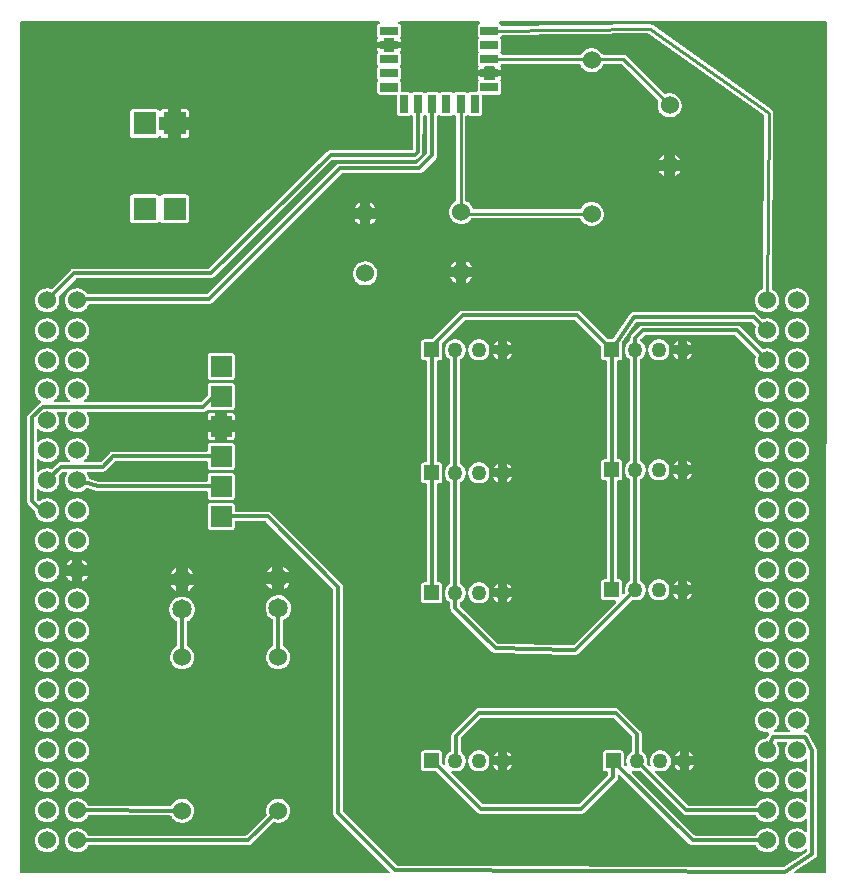
<source format=gtl>
G04 Layer: TopLayer*
G04 EasyEDA v6.4.31, 2022-02-12 11:49:02*
G04 e007ce868bfc41669b98f304f8b66a95,955daf9958a1483280a48a3f8fd5623a,10*
G04 Gerber Generator version 0.2*
G04 Scale: 100 percent, Rotated: No, Reflected: No *
G04 Dimensions in millimeters *
G04 leading zeros omitted , absolute positions ,4 integer and 5 decimal *
%FSLAX45Y45*%
%MOMM*%

%ADD10C,0.2540*%
%ADD11C,0.3000*%
%ADD12R,1.5000X0.7000*%
%ADD13R,0.7000X1.5000*%
%ADD15C,1.2700*%
%ADD16C,1.6510*%
%ADD17R,1.9304X1.9304*%
%ADD19C,1.5240*%

%LPD*%
G36*
X785368Y4712208D02*
G01*
X781456Y4712970D01*
X778205Y4715205D01*
X775970Y4718456D01*
X775208Y4722368D01*
X775208Y11914632D01*
X775970Y11918543D01*
X778205Y11921794D01*
X781456Y11924030D01*
X785368Y11924792D01*
X3809898Y11924792D01*
X3813860Y11923979D01*
X3817213Y11921693D01*
X3819398Y11918289D01*
X3820058Y11914327D01*
X3819144Y11910364D01*
X3816756Y11907113D01*
X3812286Y11904675D01*
X3807358Y11901627D01*
X3803294Y11897512D01*
X3800195Y11892635D01*
X3798315Y11887149D01*
X3797604Y11880850D01*
X3797604Y11811965D01*
X3798315Y11805666D01*
X3800195Y11800179D01*
X3803294Y11795302D01*
X3804970Y11793575D01*
X3807206Y11790324D01*
X3807968Y11786412D01*
X3807206Y11782501D01*
X3804970Y11779250D01*
X3803294Y11777522D01*
X3800195Y11772646D01*
X3798315Y11767159D01*
X3797604Y11760860D01*
X3797604Y11750243D01*
X3854653Y11750243D01*
X3854653Y11775338D01*
X3855415Y11779250D01*
X3857599Y11782501D01*
X3860901Y11784736D01*
X3864813Y11785498D01*
X3932174Y11785498D01*
X3936085Y11784736D01*
X3939387Y11782501D01*
X3941572Y11779250D01*
X3942334Y11775338D01*
X3942334Y11750243D01*
X3999382Y11750243D01*
X3999382Y11760860D01*
X3998671Y11767159D01*
X3996791Y11772646D01*
X3993692Y11777522D01*
X3992016Y11779250D01*
X3989781Y11782501D01*
X3989019Y11786412D01*
X3989781Y11790324D01*
X3992016Y11793575D01*
X3993692Y11795302D01*
X3996791Y11800179D01*
X3998671Y11805666D01*
X3999382Y11811965D01*
X3999382Y11880850D01*
X3998671Y11887149D01*
X3996791Y11892635D01*
X3993692Y11897512D01*
X3989628Y11901627D01*
X3984701Y11904675D01*
X3980230Y11907113D01*
X3977843Y11910364D01*
X3976928Y11914327D01*
X3977589Y11918289D01*
X3979773Y11921693D01*
X3983126Y11923979D01*
X3987088Y11924792D01*
X4659934Y11924792D01*
X4663897Y11923979D01*
X4667250Y11921693D01*
X4669434Y11918289D01*
X4670094Y11914327D01*
X4669180Y11910364D01*
X4666742Y11907113D01*
X4662271Y11904675D01*
X4657394Y11901627D01*
X4653280Y11897512D01*
X4650232Y11892635D01*
X4648301Y11887149D01*
X4647590Y11880850D01*
X4647590Y11811965D01*
X4648301Y11805666D01*
X4650232Y11800179D01*
X4653280Y11795302D01*
X4655007Y11793575D01*
X4657191Y11790324D01*
X4657953Y11786412D01*
X4657191Y11782501D01*
X4655007Y11779250D01*
X4653280Y11777522D01*
X4650232Y11772646D01*
X4648301Y11767159D01*
X4647590Y11760860D01*
X4647590Y11691975D01*
X4648301Y11685676D01*
X4650232Y11680190D01*
X4653280Y11675313D01*
X4655007Y11673586D01*
X4657191Y11670284D01*
X4658004Y11666423D01*
X4657191Y11662511D01*
X4655007Y11659209D01*
X4653280Y11657533D01*
X4650232Y11652605D01*
X4648301Y11647170D01*
X4647590Y11640820D01*
X4647590Y11571986D01*
X4648301Y11565636D01*
X4650232Y11560200D01*
X4653280Y11555272D01*
X4655007Y11553596D01*
X4657191Y11550294D01*
X4657953Y11546382D01*
X4657191Y11542522D01*
X4655007Y11539220D01*
X4653280Y11537543D01*
X4650232Y11532616D01*
X4648301Y11527180D01*
X4647590Y11520830D01*
X4647590Y11510264D01*
X4704638Y11510264D01*
X4704638Y11535308D01*
X4705451Y11539220D01*
X4707636Y11542522D01*
X4710938Y11544706D01*
X4714798Y11545468D01*
X4782210Y11545468D01*
X4786071Y11544706D01*
X4789373Y11542522D01*
X4791557Y11539220D01*
X4792370Y11535308D01*
X4792370Y11510264D01*
X4849418Y11510264D01*
X4849418Y11520830D01*
X4848707Y11527180D01*
X4846777Y11532616D01*
X4843729Y11537543D01*
X4842002Y11539220D01*
X4839817Y11542522D01*
X4839055Y11546382D01*
X4839817Y11550294D01*
X4842002Y11553596D01*
X4843729Y11555272D01*
X4849215Y11564569D01*
X4852619Y11566956D01*
X4856683Y11567769D01*
X5508650Y11567769D01*
X5512663Y11567007D01*
X5515965Y11564721D01*
X5518150Y11561267D01*
X5520791Y11554409D01*
X5527344Y11542471D01*
X5535422Y11531498D01*
X5544921Y11521694D01*
X5555640Y11513210D01*
X5567375Y11506301D01*
X5579922Y11500967D01*
X5593080Y11497360D01*
X5606592Y11495532D01*
X5620207Y11495532D01*
X5633720Y11497360D01*
X5646877Y11500967D01*
X5659424Y11506301D01*
X5671159Y11513210D01*
X5681878Y11521694D01*
X5691378Y11531498D01*
X5699455Y11542471D01*
X5706008Y11554409D01*
X5708650Y11561267D01*
X5710834Y11564721D01*
X5714136Y11567007D01*
X5718149Y11567769D01*
X5861304Y11567769D01*
X5865164Y11567007D01*
X5868466Y11564823D01*
X6175146Y11258143D01*
X6177229Y11255146D01*
X6178092Y11251590D01*
X6177635Y11247983D01*
X6174486Y11237772D01*
X6172250Y11224310D01*
X6171793Y11210696D01*
X6173114Y11197132D01*
X6176314Y11183874D01*
X6181191Y11171123D01*
X6187744Y11159185D01*
X6195822Y11148212D01*
X6205321Y11138408D01*
X6216040Y11129924D01*
X6227775Y11122964D01*
X6240322Y11117681D01*
X6253480Y11114074D01*
X6266992Y11112246D01*
X6280607Y11112246D01*
X6294120Y11114074D01*
X6307277Y11117681D01*
X6319824Y11122964D01*
X6331559Y11129924D01*
X6342278Y11138408D01*
X6351778Y11148212D01*
X6359855Y11159185D01*
X6366408Y11171123D01*
X6371285Y11183874D01*
X6374485Y11197132D01*
X6375806Y11210696D01*
X6375349Y11224310D01*
X6373114Y11237772D01*
X6369050Y11250777D01*
X6363309Y11263172D01*
X6355994Y11274653D01*
X6347206Y11285067D01*
X6337046Y11294211D01*
X6325819Y11301933D01*
X6313678Y11308080D01*
X6300774Y11312550D01*
X6287414Y11315293D01*
X6273800Y11316208D01*
X6260185Y11315293D01*
X6246825Y11312550D01*
X6240322Y11310315D01*
X6236563Y11309756D01*
X6232906Y11310569D01*
X6229807Y11312702D01*
X5909157Y11633352D01*
X5902909Y11638483D01*
X5896254Y11642039D01*
X5889040Y11644223D01*
X5881014Y11644985D01*
X5709412Y11644985D01*
X5706059Y11645595D01*
X5703112Y11647220D01*
X5700826Y11649710D01*
X5695594Y11657939D01*
X5686806Y11668353D01*
X5676646Y11677497D01*
X5665419Y11685219D01*
X5653278Y11691366D01*
X5640374Y11695836D01*
X5627014Y11698579D01*
X5613400Y11699494D01*
X5599785Y11698579D01*
X5586425Y11695836D01*
X5573522Y11691366D01*
X5561380Y11685219D01*
X5550154Y11677497D01*
X5539994Y11668353D01*
X5531205Y11657939D01*
X5525973Y11649710D01*
X5523687Y11647220D01*
X5520740Y11645595D01*
X5517388Y11644985D01*
X4856683Y11644985D01*
X4852619Y11645849D01*
X4849215Y11648236D01*
X4843729Y11657533D01*
X4842002Y11659209D01*
X4839817Y11662511D01*
X4839004Y11666423D01*
X4839817Y11670284D01*
X4842002Y11673586D01*
X4843729Y11675313D01*
X4846777Y11680190D01*
X4848707Y11685676D01*
X4849418Y11691975D01*
X4849418Y11760860D01*
X4848707Y11767159D01*
X4846777Y11772646D01*
X4843729Y11777522D01*
X4842002Y11779250D01*
X4839817Y11782501D01*
X4839055Y11786412D01*
X4839817Y11790324D01*
X4842002Y11793575D01*
X4843729Y11795302D01*
X4846777Y11800179D01*
X4847488Y11802211D01*
X4849622Y11805767D01*
X4852974Y11808155D01*
X4856988Y11809018D01*
X6093307Y11823039D01*
X6096457Y11822531D01*
X6099302Y11821160D01*
X7068921Y11133836D01*
X7071207Y11131550D01*
X7072680Y11128654D01*
X7073188Y11125454D01*
X7061606Y9664547D01*
X7060946Y9660991D01*
X7059117Y9657943D01*
X7056323Y9655708D01*
X7044385Y9649155D01*
X7033412Y9641078D01*
X7023608Y9631578D01*
X7015124Y9620859D01*
X7008164Y9609124D01*
X7002881Y9596577D01*
X6999274Y9583420D01*
X6997446Y9569907D01*
X6997446Y9556292D01*
X6999274Y9542780D01*
X7002881Y9529622D01*
X7008164Y9517075D01*
X7015124Y9505340D01*
X7023608Y9494621D01*
X7033412Y9485122D01*
X7044385Y9477044D01*
X7056323Y9470491D01*
X7069074Y9465614D01*
X7082332Y9462414D01*
X7095896Y9461093D01*
X7109510Y9461550D01*
X7122972Y9463786D01*
X7135977Y9467850D01*
X7148372Y9473590D01*
X7159853Y9480905D01*
X7170267Y9489694D01*
X7179411Y9499854D01*
X7187133Y9511080D01*
X7193280Y9523222D01*
X7197750Y9536125D01*
X7200493Y9549485D01*
X7201408Y9563100D01*
X7200493Y9576714D01*
X7197750Y9590074D01*
X7193280Y9602978D01*
X7187133Y9615119D01*
X7179411Y9626346D01*
X7170267Y9636506D01*
X7159853Y9645294D01*
X7148372Y9652609D01*
X7144715Y9654336D01*
X7141565Y9656572D01*
X7139482Y9659823D01*
X7138822Y9663633D01*
X7150608Y11149838D01*
X7150049Y11157051D01*
X7148017Y11164366D01*
X7144664Y11171123D01*
X7139990Y11177117D01*
X7133894Y11182400D01*
X6131102Y11893245D01*
X6123076Y11897563D01*
X6115812Y11899696D01*
X6107785Y11900408D01*
X4856327Y11886234D01*
X4852873Y11886793D01*
X4849825Y11888520D01*
X4847539Y11891162D01*
X4843627Y11897563D01*
X4839614Y11901627D01*
X4834737Y11904675D01*
X4830267Y11907113D01*
X4827828Y11910364D01*
X4826914Y11914327D01*
X4827574Y11918289D01*
X4829759Y11921693D01*
X4833112Y11923979D01*
X4837074Y11924792D01*
X7596581Y11924792D01*
X7600442Y11924030D01*
X7603744Y11921794D01*
X7605979Y11918492D01*
X7606741Y11914632D01*
X7594142Y4722368D01*
X7593380Y4718456D01*
X7591196Y4715154D01*
X7587894Y4712970D01*
X7583982Y4712208D01*
X7340701Y4712208D01*
X7336536Y4713122D01*
X7333081Y4715662D01*
X7330998Y4719421D01*
X7330643Y4723688D01*
X7332116Y4727752D01*
X7335062Y4730800D01*
X7502601Y4842510D01*
X7509154Y4847894D01*
X7514234Y4854041D01*
X7518044Y4861102D01*
X7520381Y4868773D01*
X7521194Y4877308D01*
X7521194Y5752795D01*
X7520940Y5757875D01*
X7520431Y5760974D01*
X7519212Y5765698D01*
X7518095Y5768695D01*
X7515910Y5773216D01*
X7452664Y5887059D01*
X7450836Y5890056D01*
X7447940Y5893917D01*
X7445756Y5896254D01*
X7442149Y5899505D01*
X7439609Y5901334D01*
X7435392Y5903823D01*
X7432548Y5905144D01*
X7427975Y5906770D01*
X7424877Y5907481D01*
X7420254Y5908141D01*
X7416596Y5909411D01*
X7413650Y5911951D01*
X7411872Y5915406D01*
X7411567Y5919216D01*
X7412685Y5922924D01*
X7415072Y5925972D01*
X7424267Y5933694D01*
X7433411Y5943854D01*
X7441133Y5955080D01*
X7447280Y5967222D01*
X7451750Y5980125D01*
X7454493Y5993485D01*
X7455408Y6007100D01*
X7454493Y6020714D01*
X7451750Y6034074D01*
X7447280Y6046978D01*
X7441133Y6059119D01*
X7433411Y6070346D01*
X7424267Y6080506D01*
X7413853Y6089294D01*
X7402372Y6096609D01*
X7389977Y6102350D01*
X7376972Y6106414D01*
X7363510Y6108649D01*
X7349896Y6109106D01*
X7336332Y6107785D01*
X7323074Y6104585D01*
X7310323Y6099708D01*
X7298385Y6093155D01*
X7287412Y6085078D01*
X7277608Y6075578D01*
X7269124Y6064859D01*
X7262164Y6053124D01*
X7256881Y6040577D01*
X7253274Y6027420D01*
X7251446Y6013907D01*
X7251446Y6000292D01*
X7253274Y5986780D01*
X7256881Y5973622D01*
X7262164Y5961075D01*
X7269124Y5949340D01*
X7277608Y5938621D01*
X7287412Y5929122D01*
X7290765Y5926632D01*
X7293559Y5923483D01*
X7294880Y5919470D01*
X7294422Y5915304D01*
X7292289Y5911646D01*
X7288885Y5909157D01*
X7284770Y5908294D01*
X7167981Y5908294D01*
X7163968Y5909157D01*
X7160564Y5911494D01*
X7158431Y5914999D01*
X7157821Y5919012D01*
X7158888Y5922975D01*
X7161428Y5926226D01*
X7170267Y5933694D01*
X7179411Y5943854D01*
X7187133Y5955080D01*
X7193280Y5967222D01*
X7197750Y5980125D01*
X7200493Y5993485D01*
X7201408Y6007100D01*
X7200493Y6020714D01*
X7197750Y6034074D01*
X7193280Y6046978D01*
X7187133Y6059119D01*
X7179411Y6070346D01*
X7170267Y6080506D01*
X7159853Y6089294D01*
X7148372Y6096609D01*
X7135977Y6102350D01*
X7122972Y6106414D01*
X7109510Y6108649D01*
X7095896Y6109106D01*
X7082332Y6107785D01*
X7069074Y6104585D01*
X7056323Y6099708D01*
X7044385Y6093155D01*
X7033412Y6085078D01*
X7023608Y6075578D01*
X7015124Y6064859D01*
X7008164Y6053124D01*
X7002881Y6040577D01*
X6999274Y6027420D01*
X6997446Y6013907D01*
X6997446Y6000292D01*
X6999274Y5986780D01*
X7002881Y5973622D01*
X7008164Y5961075D01*
X7015124Y5949340D01*
X7023608Y5938621D01*
X7033412Y5929122D01*
X7044385Y5921044D01*
X7056323Y5914491D01*
X7069074Y5909614D01*
X7082332Y5906414D01*
X7095896Y5905093D01*
X7107174Y5905449D01*
X7111339Y5904687D01*
X7114895Y5902248D01*
X7117080Y5898591D01*
X7117588Y5894374D01*
X7116318Y5890260D01*
X7112508Y5883554D01*
X7102449Y5860948D01*
X7100468Y5858002D01*
X7097623Y5855919D01*
X7094220Y5854954D01*
X7082332Y5853785D01*
X7069074Y5850585D01*
X7056323Y5845708D01*
X7044385Y5839155D01*
X7033412Y5831078D01*
X7023608Y5821578D01*
X7015124Y5810859D01*
X7008164Y5799124D01*
X7002881Y5786577D01*
X6999274Y5773420D01*
X6997446Y5759907D01*
X6997446Y5746292D01*
X6999274Y5732780D01*
X7002881Y5719622D01*
X7008164Y5707075D01*
X7015124Y5695340D01*
X7023608Y5684621D01*
X7033412Y5675122D01*
X7044385Y5667044D01*
X7056323Y5660491D01*
X7069074Y5655614D01*
X7082332Y5652414D01*
X7095896Y5651093D01*
X7109510Y5651550D01*
X7122972Y5653786D01*
X7135977Y5657850D01*
X7148372Y5663590D01*
X7159853Y5670905D01*
X7170267Y5679694D01*
X7179411Y5689854D01*
X7187133Y5701080D01*
X7193280Y5713222D01*
X7197750Y5726125D01*
X7200493Y5739485D01*
X7201408Y5753100D01*
X7200493Y5766714D01*
X7197750Y5780074D01*
X7193280Y5792978D01*
X7187133Y5805119D01*
X7183374Y5810605D01*
X7181748Y5814618D01*
X7181951Y5819038D01*
X7183983Y5822899D01*
X7187488Y5825540D01*
X7191756Y5826506D01*
X7260539Y5826506D01*
X7264704Y5825591D01*
X7268159Y5823102D01*
X7270242Y5819394D01*
X7270648Y5815177D01*
X7269327Y5811164D01*
X7262164Y5799124D01*
X7256881Y5786577D01*
X7253274Y5773420D01*
X7251446Y5759907D01*
X7251446Y5746292D01*
X7253274Y5732780D01*
X7256881Y5719622D01*
X7262164Y5707075D01*
X7269124Y5695340D01*
X7277608Y5684621D01*
X7287412Y5675122D01*
X7298385Y5667044D01*
X7310323Y5660491D01*
X7323074Y5655614D01*
X7336332Y5652414D01*
X7349896Y5651093D01*
X7363510Y5651550D01*
X7376972Y5653786D01*
X7389977Y5657850D01*
X7402372Y5663590D01*
X7413853Y5670905D01*
X7422692Y5678373D01*
X7425994Y5680252D01*
X7429804Y5680760D01*
X7433513Y5679846D01*
X7436612Y5677611D01*
X7438694Y5674360D01*
X7439406Y5670600D01*
X7439406Y5581599D01*
X7438694Y5577840D01*
X7436612Y5574588D01*
X7433513Y5572353D01*
X7429804Y5571439D01*
X7425994Y5571947D01*
X7422692Y5573826D01*
X7413853Y5581294D01*
X7402372Y5588609D01*
X7389977Y5594350D01*
X7376972Y5598414D01*
X7363510Y5600649D01*
X7349896Y5601106D01*
X7336332Y5599785D01*
X7323074Y5596585D01*
X7310323Y5591708D01*
X7298385Y5585155D01*
X7287412Y5577078D01*
X7277608Y5567578D01*
X7269124Y5556859D01*
X7262164Y5545124D01*
X7256881Y5532577D01*
X7253274Y5519420D01*
X7251446Y5505907D01*
X7251446Y5492292D01*
X7253274Y5478780D01*
X7256881Y5465622D01*
X7262164Y5453075D01*
X7269124Y5441340D01*
X7277608Y5430621D01*
X7287412Y5421122D01*
X7298385Y5413044D01*
X7310323Y5406491D01*
X7323074Y5401614D01*
X7336332Y5398414D01*
X7349896Y5397093D01*
X7363510Y5397550D01*
X7376972Y5399786D01*
X7389977Y5403850D01*
X7402372Y5409590D01*
X7413853Y5416905D01*
X7422692Y5424373D01*
X7425994Y5426252D01*
X7429804Y5426760D01*
X7433513Y5425846D01*
X7436612Y5423611D01*
X7438694Y5420360D01*
X7439406Y5416600D01*
X7439406Y5327599D01*
X7438694Y5323840D01*
X7436612Y5320588D01*
X7433513Y5318353D01*
X7429804Y5317439D01*
X7425994Y5317947D01*
X7422692Y5319826D01*
X7413853Y5327294D01*
X7402372Y5334609D01*
X7389977Y5340350D01*
X7376972Y5344414D01*
X7363510Y5346649D01*
X7349896Y5347106D01*
X7336332Y5345785D01*
X7323074Y5342585D01*
X7310323Y5337708D01*
X7298385Y5331155D01*
X7287412Y5323078D01*
X7277608Y5313578D01*
X7269124Y5302859D01*
X7262164Y5291124D01*
X7256881Y5278577D01*
X7253274Y5265420D01*
X7251446Y5251907D01*
X7251446Y5238292D01*
X7253274Y5224780D01*
X7256881Y5211622D01*
X7262164Y5199075D01*
X7269124Y5187340D01*
X7277608Y5176621D01*
X7287412Y5167122D01*
X7298385Y5159044D01*
X7310323Y5152491D01*
X7323074Y5147614D01*
X7336332Y5144414D01*
X7349896Y5143093D01*
X7363510Y5143550D01*
X7376972Y5145786D01*
X7389977Y5149850D01*
X7402372Y5155590D01*
X7413853Y5162905D01*
X7422692Y5170373D01*
X7425994Y5172252D01*
X7429804Y5172760D01*
X7433513Y5171846D01*
X7436612Y5169611D01*
X7438694Y5166360D01*
X7439406Y5162600D01*
X7439406Y5073599D01*
X7438694Y5069840D01*
X7436612Y5066588D01*
X7433513Y5064353D01*
X7429804Y5063439D01*
X7425994Y5063947D01*
X7422692Y5065826D01*
X7413853Y5073294D01*
X7402372Y5080609D01*
X7389977Y5086350D01*
X7376972Y5090414D01*
X7363510Y5092649D01*
X7349896Y5093106D01*
X7336332Y5091785D01*
X7323074Y5088585D01*
X7310323Y5083708D01*
X7298385Y5077155D01*
X7287412Y5069078D01*
X7277608Y5059578D01*
X7269124Y5048859D01*
X7262164Y5037124D01*
X7256881Y5024577D01*
X7253274Y5011420D01*
X7251446Y4997907D01*
X7251446Y4984292D01*
X7253274Y4970780D01*
X7256881Y4957622D01*
X7262164Y4945075D01*
X7269124Y4933340D01*
X7277608Y4922621D01*
X7287412Y4913122D01*
X7298385Y4905044D01*
X7310323Y4898491D01*
X7323074Y4893614D01*
X7336332Y4890414D01*
X7349896Y4889093D01*
X7363510Y4889550D01*
X7376972Y4891786D01*
X7389977Y4895850D01*
X7402372Y4901590D01*
X7413853Y4908905D01*
X7422692Y4916373D01*
X7425994Y4918252D01*
X7429804Y4918760D01*
X7433513Y4917846D01*
X7436612Y4915611D01*
X7438694Y4912360D01*
X7439406Y4908600D01*
X7439406Y4904130D01*
X7438847Y4900879D01*
X7437272Y4897932D01*
X7434884Y4895697D01*
X7241946Y4767072D01*
X7239253Y4765802D01*
X7236307Y4765344D01*
X3970883Y4777943D01*
X3967022Y4778705D01*
X3963771Y4780889D01*
X3510991Y5233670D01*
X3508756Y5236972D01*
X3507994Y5240832D01*
X3507994Y7136892D01*
X3507181Y7145375D01*
X3504844Y7153046D01*
X3501085Y7160107D01*
X3495649Y7166660D01*
X2899460Y7762849D01*
X2892907Y7768285D01*
X2885846Y7772044D01*
X2878175Y7774381D01*
X2869692Y7775194D01*
X2601468Y7775194D01*
X2597556Y7775956D01*
X2594305Y7778191D01*
X2592070Y7781493D01*
X2591308Y7785353D01*
X2591308Y7822641D01*
X2590596Y7828940D01*
X2588666Y7834426D01*
X2585618Y7839303D01*
X2581503Y7843418D01*
X2576626Y7846466D01*
X2571140Y7848396D01*
X2564841Y7849108D01*
X2388158Y7849108D01*
X2381859Y7848396D01*
X2376373Y7846466D01*
X2371496Y7843418D01*
X2367381Y7839303D01*
X2364333Y7834426D01*
X2362403Y7828940D01*
X2361692Y7822641D01*
X2361692Y7645958D01*
X2362403Y7639659D01*
X2364333Y7634173D01*
X2367381Y7629296D01*
X2371496Y7625181D01*
X2376373Y7622133D01*
X2381859Y7620203D01*
X2388158Y7619492D01*
X2564841Y7619492D01*
X2571140Y7620203D01*
X2576626Y7622133D01*
X2581503Y7625181D01*
X2585618Y7629296D01*
X2588666Y7634173D01*
X2590596Y7639659D01*
X2591308Y7645958D01*
X2591308Y7683246D01*
X2592070Y7687106D01*
X2594305Y7690408D01*
X2597556Y7692593D01*
X2601468Y7693406D01*
X2849067Y7693406D01*
X2852928Y7692593D01*
X2856230Y7690408D01*
X3423208Y7123430D01*
X3425444Y7120128D01*
X3426206Y7116267D01*
X3426206Y5220208D01*
X3427018Y5211724D01*
X3429355Y5204053D01*
X3433114Y5196992D01*
X3438550Y5190439D01*
X3899408Y4729530D01*
X3901592Y4726279D01*
X3902354Y4722368D01*
X3901592Y4718456D01*
X3899408Y4715205D01*
X3896106Y4712970D01*
X3892194Y4712208D01*
G37*

%LPC*%
G36*
X999896Y4889093D02*
G01*
X1013510Y4889550D01*
X1026972Y4891786D01*
X1039977Y4895850D01*
X1052372Y4901590D01*
X1063853Y4908905D01*
X1074267Y4917694D01*
X1083411Y4927854D01*
X1091133Y4939080D01*
X1097280Y4951222D01*
X1101750Y4964125D01*
X1104493Y4977485D01*
X1105408Y4991100D01*
X1104493Y5004714D01*
X1101750Y5018074D01*
X1097280Y5030978D01*
X1091133Y5043119D01*
X1083411Y5054346D01*
X1074267Y5064506D01*
X1063853Y5073294D01*
X1052372Y5080609D01*
X1039977Y5086350D01*
X1026972Y5090414D01*
X1013510Y5092649D01*
X999896Y5093106D01*
X986332Y5091785D01*
X973074Y5088585D01*
X960323Y5083708D01*
X948385Y5077155D01*
X937412Y5069078D01*
X927608Y5059578D01*
X919124Y5048859D01*
X912164Y5037124D01*
X906881Y5024577D01*
X903274Y5011420D01*
X901446Y4997907D01*
X901446Y4984292D01*
X903274Y4970780D01*
X906881Y4957622D01*
X912164Y4945075D01*
X919124Y4933340D01*
X927608Y4922621D01*
X937412Y4913122D01*
X948385Y4905044D01*
X960323Y4898491D01*
X973074Y4893614D01*
X986332Y4890414D01*
G37*
G36*
X1253896Y4889093D02*
G01*
X1267510Y4889550D01*
X1280972Y4891786D01*
X1293977Y4895850D01*
X1306372Y4901590D01*
X1317853Y4908905D01*
X1328267Y4917694D01*
X1337411Y4927854D01*
X1345133Y4939080D01*
X1347927Y4944618D01*
X1350162Y4947564D01*
X1353362Y4949494D01*
X1357020Y4950206D01*
X2706928Y4950206D01*
X2715361Y4951018D01*
X2723032Y4953355D01*
X2730093Y4957114D01*
X2736697Y4962550D01*
X2917545Y5143347D01*
X2920644Y5145481D01*
X2924302Y5146344D01*
X2928061Y5145786D01*
X2932125Y5144363D01*
X2945485Y5141620D01*
X2959100Y5140706D01*
X2972714Y5141620D01*
X2986074Y5144363D01*
X2998978Y5148834D01*
X3011119Y5154980D01*
X3022346Y5162702D01*
X3032506Y5171846D01*
X3041294Y5182260D01*
X3048609Y5193741D01*
X3054350Y5206136D01*
X3058414Y5219141D01*
X3060649Y5232603D01*
X3061106Y5246217D01*
X3059785Y5259781D01*
X3056585Y5273040D01*
X3051708Y5285790D01*
X3045155Y5297728D01*
X3037078Y5308701D01*
X3027578Y5318506D01*
X3016859Y5326989D01*
X3005124Y5333898D01*
X2992577Y5339232D01*
X2979420Y5342839D01*
X2965907Y5344668D01*
X2952292Y5344668D01*
X2938780Y5342839D01*
X2925622Y5339232D01*
X2913075Y5333898D01*
X2901340Y5326989D01*
X2890621Y5318506D01*
X2881122Y5308701D01*
X2873044Y5297728D01*
X2866491Y5285790D01*
X2861614Y5273040D01*
X2858414Y5259781D01*
X2857093Y5246217D01*
X2857550Y5232603D01*
X2859786Y5219141D01*
X2862173Y5211419D01*
X2862630Y5207762D01*
X2861767Y5204206D01*
X2859684Y5201208D01*
X2693466Y5034991D01*
X2690164Y5032756D01*
X2686253Y5031994D01*
X1357020Y5031994D01*
X1353362Y5032705D01*
X1350162Y5034635D01*
X1347927Y5037582D01*
X1345133Y5043119D01*
X1337411Y5054346D01*
X1328267Y5064506D01*
X1317853Y5073294D01*
X1306372Y5080609D01*
X1293977Y5086350D01*
X1280972Y5090414D01*
X1267510Y5092649D01*
X1253896Y5093106D01*
X1240332Y5091785D01*
X1227074Y5088585D01*
X1214323Y5083708D01*
X1202385Y5077155D01*
X1191412Y5069078D01*
X1181608Y5059578D01*
X1173124Y5048859D01*
X1166164Y5037124D01*
X1160881Y5024577D01*
X1157274Y5011420D01*
X1155446Y4997907D01*
X1155446Y4984292D01*
X1157274Y4970780D01*
X1160881Y4957622D01*
X1166164Y4945075D01*
X1173124Y4933340D01*
X1181608Y4922621D01*
X1191412Y4913122D01*
X1202385Y4905044D01*
X1214323Y4898491D01*
X1227074Y4893614D01*
X1240332Y4890414D01*
G37*
G36*
X7095896Y4889093D02*
G01*
X7109510Y4889550D01*
X7122972Y4891786D01*
X7135977Y4895850D01*
X7148372Y4901590D01*
X7159853Y4908905D01*
X7170267Y4917694D01*
X7179411Y4927854D01*
X7187133Y4939080D01*
X7193280Y4951222D01*
X7197750Y4964125D01*
X7200493Y4977485D01*
X7201408Y4991100D01*
X7200493Y5004714D01*
X7197750Y5018074D01*
X7193280Y5030978D01*
X7187133Y5043119D01*
X7179411Y5054346D01*
X7170267Y5064506D01*
X7159853Y5073294D01*
X7148372Y5080609D01*
X7135977Y5086350D01*
X7122972Y5090414D01*
X7109510Y5092649D01*
X7095896Y5093106D01*
X7082332Y5091785D01*
X7069074Y5088585D01*
X7056323Y5083708D01*
X7044385Y5077155D01*
X7033412Y5069078D01*
X7023608Y5059578D01*
X7015124Y5048859D01*
X7008114Y5036972D01*
X7005828Y5034330D01*
X7002780Y5032603D01*
X6999376Y5031994D01*
X6490258Y5031994D01*
X6486347Y5032756D01*
X6483045Y5034991D01*
X5954064Y5563971D01*
X5951880Y5567222D01*
X5951118Y5571032D01*
X5951829Y5574893D01*
X5953912Y5578195D01*
X5957112Y5580430D01*
X5960973Y5581294D01*
X5964834Y5580684D01*
X5970828Y5578449D01*
X5983274Y5575706D01*
X5996025Y5574842D01*
X6008725Y5575706D01*
X6018022Y5577738D01*
X6021374Y5577890D01*
X6024575Y5576976D01*
X6027369Y5574995D01*
X6385814Y5216550D01*
X6392418Y5211114D01*
X6399479Y5207355D01*
X6407150Y5205018D01*
X6415582Y5204206D01*
X6999376Y5204206D01*
X7002780Y5203596D01*
X7005828Y5201869D01*
X7008114Y5199227D01*
X7015124Y5187340D01*
X7023608Y5176621D01*
X7033412Y5167122D01*
X7044385Y5159044D01*
X7056323Y5152491D01*
X7069074Y5147614D01*
X7082332Y5144414D01*
X7095896Y5143093D01*
X7109510Y5143550D01*
X7122972Y5145786D01*
X7135977Y5149850D01*
X7148372Y5155590D01*
X7159853Y5162905D01*
X7170267Y5171694D01*
X7179411Y5181854D01*
X7187133Y5193080D01*
X7193280Y5205222D01*
X7197750Y5218125D01*
X7200493Y5231485D01*
X7201408Y5245100D01*
X7200493Y5258714D01*
X7197750Y5272074D01*
X7193280Y5284978D01*
X7187133Y5297119D01*
X7179411Y5308346D01*
X7170267Y5318506D01*
X7159853Y5327294D01*
X7148372Y5334609D01*
X7135977Y5340350D01*
X7122972Y5344414D01*
X7109510Y5346649D01*
X7095896Y5347106D01*
X7082332Y5345785D01*
X7069074Y5342585D01*
X7056323Y5337708D01*
X7044385Y5331155D01*
X7033412Y5323078D01*
X7023608Y5313578D01*
X7015124Y5302859D01*
X7008114Y5290972D01*
X7005828Y5288330D01*
X7002780Y5286603D01*
X6999376Y5285994D01*
X6436258Y5285994D01*
X6432346Y5286756D01*
X6429044Y5288991D01*
X6154064Y5563971D01*
X6151880Y5567222D01*
X6151118Y5571032D01*
X6151829Y5574893D01*
X6153912Y5578195D01*
X6157112Y5580430D01*
X6160973Y5581294D01*
X6164834Y5580684D01*
X6170828Y5578449D01*
X6183274Y5575706D01*
X6196025Y5574842D01*
X6208725Y5575706D01*
X6221171Y5578449D01*
X6233109Y5582920D01*
X6244336Y5589016D01*
X6254546Y5596636D01*
X6263538Y5605678D01*
X6271209Y5615889D01*
X6277305Y5627065D01*
X6281775Y5639003D01*
X6284468Y5651500D01*
X6285382Y5664200D01*
X6284468Y5676900D01*
X6281775Y5689396D01*
X6277305Y5701334D01*
X6271209Y5712510D01*
X6263538Y5722721D01*
X6254546Y5731764D01*
X6244336Y5739384D01*
X6233109Y5745480D01*
X6221171Y5749950D01*
X6208725Y5752693D01*
X6196025Y5753557D01*
X6183274Y5752693D01*
X6170828Y5749950D01*
X6158890Y5745480D01*
X6147663Y5739384D01*
X6137452Y5731764D01*
X6128461Y5722721D01*
X6120790Y5712510D01*
X6114694Y5701334D01*
X6110224Y5689396D01*
X6107531Y5676900D01*
X6106617Y5664200D01*
X6107531Y5651500D01*
X6110224Y5639003D01*
X6112459Y5633008D01*
X6113119Y5629148D01*
X6112256Y5625338D01*
X6109970Y5622137D01*
X6106718Y5620004D01*
X6102858Y5619292D01*
X6099048Y5620105D01*
X6095796Y5622290D01*
X6085179Y5632856D01*
X6083249Y5635599D01*
X6082284Y5638850D01*
X6082436Y5642203D01*
X6084468Y5651500D01*
X6085382Y5664200D01*
X6084468Y5676900D01*
X6081776Y5689396D01*
X6077305Y5701334D01*
X6071209Y5712510D01*
X6063538Y5722721D01*
X6054547Y5731764D01*
X6044336Y5739384D01*
X6042101Y5740603D01*
X6039307Y5742838D01*
X6037478Y5745937D01*
X6036818Y5749493D01*
X6036818Y5890768D01*
X6036005Y5899251D01*
X6033668Y5906922D01*
X6029909Y5913983D01*
X6024473Y5920536D01*
X5845860Y6099149D01*
X5839307Y6104585D01*
X5832246Y6108344D01*
X5824575Y6110681D01*
X5816092Y6111494D01*
X4661408Y6111494D01*
X4652924Y6110681D01*
X4645253Y6108344D01*
X4638192Y6104585D01*
X4631639Y6099149D01*
X4438548Y5906058D01*
X4433112Y5899505D01*
X4429353Y5892444D01*
X4427016Y5884773D01*
X4426204Y5876290D01*
X4426204Y5753709D01*
X4425543Y5750153D01*
X4423714Y5747054D01*
X4420920Y5744819D01*
X4410964Y5739384D01*
X4400753Y5731764D01*
X4391761Y5722721D01*
X4384090Y5712510D01*
X4377994Y5701334D01*
X4373524Y5689396D01*
X4370832Y5676900D01*
X4369917Y5664200D01*
X4370832Y5651500D01*
X4372660Y5643067D01*
X4372660Y5638749D01*
X4370882Y5634786D01*
X4367580Y5631992D01*
X4363466Y5630773D01*
X4359198Y5631383D01*
X4355541Y5633720D01*
X4351680Y5637580D01*
X4349496Y5640882D01*
X4348734Y5644743D01*
X4348734Y5727141D01*
X4347972Y5733440D01*
X4346092Y5738926D01*
X4342993Y5743803D01*
X4338929Y5747918D01*
X4334002Y5750966D01*
X4328566Y5752896D01*
X4322216Y5753608D01*
X4196384Y5753608D01*
X4190034Y5752896D01*
X4184599Y5750966D01*
X4179671Y5747918D01*
X4175607Y5743803D01*
X4172508Y5738926D01*
X4170629Y5733440D01*
X4169918Y5727141D01*
X4169918Y5601258D01*
X4170629Y5594959D01*
X4172508Y5589473D01*
X4175607Y5584596D01*
X4179671Y5580481D01*
X4184599Y5577433D01*
X4190034Y5575503D01*
X4196384Y5574792D01*
X4294530Y5574792D01*
X4298442Y5574030D01*
X4301744Y5571794D01*
X4644339Y5229250D01*
X4650892Y5223814D01*
X4657953Y5220055D01*
X4665624Y5217718D01*
X4674108Y5216906D01*
X5523992Y5216906D01*
X5532475Y5217718D01*
X5540146Y5220055D01*
X5547207Y5223814D01*
X5553760Y5229250D01*
X5824575Y5500014D01*
X5829960Y5506618D01*
X5833770Y5513679D01*
X5836056Y5521350D01*
X5836920Y5529783D01*
X5836920Y5540908D01*
X5837682Y5544820D01*
X5839866Y5548071D01*
X5843168Y5550306D01*
X5847080Y5551068D01*
X5850940Y5550306D01*
X5854242Y5548071D01*
X6439814Y4962550D01*
X6446418Y4957114D01*
X6453479Y4953355D01*
X6461150Y4951018D01*
X6469583Y4950206D01*
X6999376Y4950206D01*
X7002780Y4949596D01*
X7005828Y4947869D01*
X7008114Y4945227D01*
X7015124Y4933340D01*
X7023608Y4922621D01*
X7033412Y4913122D01*
X7044385Y4905044D01*
X7056323Y4898491D01*
X7069074Y4893614D01*
X7082332Y4890414D01*
G37*
G36*
X2146300Y5140706D02*
G01*
X2159914Y5141620D01*
X2173274Y5144363D01*
X2186178Y5148834D01*
X2198319Y5154980D01*
X2209546Y5162702D01*
X2219706Y5171846D01*
X2228494Y5182260D01*
X2235809Y5193741D01*
X2241550Y5206136D01*
X2245614Y5219141D01*
X2247849Y5232603D01*
X2248306Y5246217D01*
X2246985Y5259781D01*
X2243785Y5273040D01*
X2238908Y5285790D01*
X2232355Y5297728D01*
X2224278Y5308701D01*
X2214778Y5318506D01*
X2204059Y5326989D01*
X2192324Y5333898D01*
X2179777Y5339232D01*
X2166620Y5342839D01*
X2153107Y5344668D01*
X2139492Y5344668D01*
X2125980Y5342839D01*
X2112822Y5339232D01*
X2100275Y5333898D01*
X2088540Y5326989D01*
X2077821Y5318506D01*
X2068322Y5308701D01*
X2060244Y5297728D01*
X2055622Y5289245D01*
X2053336Y5286451D01*
X2050237Y5284622D01*
X2046681Y5283962D01*
X1357122Y5285740D01*
X1353464Y5286451D01*
X1350314Y5288381D01*
X1348079Y5291328D01*
X1345133Y5297119D01*
X1337411Y5308346D01*
X1328267Y5318506D01*
X1317853Y5327294D01*
X1306372Y5334609D01*
X1293977Y5340350D01*
X1280972Y5344414D01*
X1267510Y5346649D01*
X1253896Y5347106D01*
X1240332Y5345785D01*
X1227074Y5342585D01*
X1214323Y5337708D01*
X1202385Y5331155D01*
X1191412Y5323078D01*
X1181608Y5313578D01*
X1173124Y5302859D01*
X1166164Y5291124D01*
X1160881Y5278577D01*
X1157274Y5265420D01*
X1155446Y5251907D01*
X1155446Y5238292D01*
X1157274Y5224780D01*
X1160881Y5211622D01*
X1166164Y5199075D01*
X1173124Y5187340D01*
X1181608Y5176621D01*
X1191412Y5167122D01*
X1202385Y5159044D01*
X1214323Y5152491D01*
X1227074Y5147614D01*
X1240332Y5144414D01*
X1253896Y5143093D01*
X1267510Y5143550D01*
X1280972Y5145786D01*
X1293977Y5149850D01*
X1306372Y5155590D01*
X1317853Y5162905D01*
X1328267Y5171694D01*
X1337411Y5181854D01*
X1345133Y5193080D01*
X1347825Y5198364D01*
X1350060Y5201310D01*
X1353261Y5203240D01*
X1356918Y5203952D01*
X2046427Y5202174D01*
X2050135Y5201412D01*
X2053386Y5199380D01*
X2055622Y5196281D01*
X2056790Y5193741D01*
X2064105Y5182260D01*
X2072893Y5171846D01*
X2083054Y5162702D01*
X2094280Y5154980D01*
X2106422Y5148834D01*
X2119325Y5144363D01*
X2132685Y5141620D01*
G37*
G36*
X999896Y5143093D02*
G01*
X1013510Y5143550D01*
X1026972Y5145786D01*
X1039977Y5149850D01*
X1052372Y5155590D01*
X1063853Y5162905D01*
X1074267Y5171694D01*
X1083411Y5181854D01*
X1091133Y5193080D01*
X1097280Y5205222D01*
X1101750Y5218125D01*
X1104493Y5231485D01*
X1105408Y5245100D01*
X1104493Y5258714D01*
X1101750Y5272074D01*
X1097280Y5284978D01*
X1091133Y5297119D01*
X1083411Y5308346D01*
X1074267Y5318506D01*
X1063853Y5327294D01*
X1052372Y5334609D01*
X1039977Y5340350D01*
X1026972Y5344414D01*
X1013510Y5346649D01*
X999896Y5347106D01*
X986332Y5345785D01*
X973074Y5342585D01*
X960323Y5337708D01*
X948385Y5331155D01*
X937412Y5323078D01*
X927608Y5313578D01*
X919124Y5302859D01*
X912164Y5291124D01*
X906881Y5278577D01*
X903274Y5265420D01*
X901446Y5251907D01*
X901446Y5238292D01*
X903274Y5224780D01*
X906881Y5211622D01*
X912164Y5199075D01*
X919124Y5187340D01*
X927608Y5176621D01*
X937412Y5167122D01*
X948385Y5159044D01*
X960323Y5152491D01*
X973074Y5147614D01*
X986332Y5144414D01*
G37*
G36*
X1253896Y5397093D02*
G01*
X1267510Y5397550D01*
X1280972Y5399786D01*
X1293977Y5403850D01*
X1306372Y5409590D01*
X1317853Y5416905D01*
X1328267Y5425694D01*
X1337411Y5435854D01*
X1345133Y5447080D01*
X1351280Y5459222D01*
X1355750Y5472125D01*
X1358493Y5485485D01*
X1359408Y5499100D01*
X1358493Y5512714D01*
X1355750Y5526074D01*
X1351280Y5538978D01*
X1345133Y5551119D01*
X1337411Y5562346D01*
X1328267Y5572506D01*
X1317853Y5581294D01*
X1306372Y5588609D01*
X1293977Y5594350D01*
X1280972Y5598414D01*
X1267510Y5600649D01*
X1253896Y5601106D01*
X1240332Y5599785D01*
X1227074Y5596585D01*
X1214323Y5591708D01*
X1202385Y5585155D01*
X1191412Y5577078D01*
X1181608Y5567578D01*
X1173124Y5556859D01*
X1166164Y5545124D01*
X1160881Y5532577D01*
X1157274Y5519420D01*
X1155446Y5505907D01*
X1155446Y5492292D01*
X1157274Y5478780D01*
X1160881Y5465622D01*
X1166164Y5453075D01*
X1173124Y5441340D01*
X1181608Y5430621D01*
X1191412Y5421122D01*
X1202385Y5413044D01*
X1214323Y5406491D01*
X1227074Y5401614D01*
X1240332Y5398414D01*
G37*
G36*
X999896Y5397093D02*
G01*
X1013510Y5397550D01*
X1026972Y5399786D01*
X1039977Y5403850D01*
X1052372Y5409590D01*
X1063853Y5416905D01*
X1074267Y5425694D01*
X1083411Y5435854D01*
X1091133Y5447080D01*
X1097280Y5459222D01*
X1101750Y5472125D01*
X1104493Y5485485D01*
X1105408Y5499100D01*
X1104493Y5512714D01*
X1101750Y5526074D01*
X1097280Y5538978D01*
X1091133Y5551119D01*
X1083411Y5562346D01*
X1074267Y5572506D01*
X1063853Y5581294D01*
X1052372Y5588609D01*
X1039977Y5594350D01*
X1026972Y5598414D01*
X1013510Y5600649D01*
X999896Y5601106D01*
X986332Y5599785D01*
X973074Y5596585D01*
X960323Y5591708D01*
X948385Y5585155D01*
X937412Y5577078D01*
X927608Y5567578D01*
X919124Y5556859D01*
X912164Y5545124D01*
X906881Y5532577D01*
X903274Y5519420D01*
X901446Y5505907D01*
X901446Y5492292D01*
X903274Y5478780D01*
X906881Y5465622D01*
X912164Y5453075D01*
X919124Y5441340D01*
X927608Y5430621D01*
X937412Y5421122D01*
X948385Y5413044D01*
X960323Y5406491D01*
X973074Y5401614D01*
X986332Y5398414D01*
G37*
G36*
X7095896Y5397093D02*
G01*
X7109510Y5397550D01*
X7122972Y5399786D01*
X7135977Y5403850D01*
X7148372Y5409590D01*
X7159853Y5416905D01*
X7170267Y5425694D01*
X7179411Y5435854D01*
X7187133Y5447080D01*
X7193280Y5459222D01*
X7197750Y5472125D01*
X7200493Y5485485D01*
X7201408Y5499100D01*
X7200493Y5512714D01*
X7197750Y5526074D01*
X7193280Y5538978D01*
X7187133Y5551119D01*
X7179411Y5562346D01*
X7170267Y5572506D01*
X7159853Y5581294D01*
X7148372Y5588609D01*
X7135977Y5594350D01*
X7122972Y5598414D01*
X7109510Y5600649D01*
X7095896Y5601106D01*
X7082332Y5599785D01*
X7069074Y5596585D01*
X7056323Y5591708D01*
X7044385Y5585155D01*
X7033412Y5577078D01*
X7023608Y5567578D01*
X7015124Y5556859D01*
X7008164Y5545124D01*
X7002881Y5532577D01*
X6999274Y5519420D01*
X6997446Y5505907D01*
X6997446Y5492292D01*
X6999274Y5478780D01*
X7002881Y5465622D01*
X7008164Y5453075D01*
X7015124Y5441340D01*
X7023608Y5430621D01*
X7033412Y5421122D01*
X7044385Y5413044D01*
X7056323Y5406491D01*
X7069074Y5401614D01*
X7082332Y5398414D01*
G37*
G36*
X6357924Y5583428D02*
G01*
X6357924Y5626100D01*
X6315202Y5626100D01*
X6320790Y5615889D01*
X6328460Y5605678D01*
X6337452Y5596636D01*
X6347663Y5589016D01*
G37*
G36*
X6434124Y5583428D02*
G01*
X6444335Y5589016D01*
X6454546Y5596636D01*
X6463538Y5605678D01*
X6471208Y5615889D01*
X6476796Y5626100D01*
X6434124Y5626100D01*
G37*
G36*
X999896Y5651093D02*
G01*
X1013510Y5651550D01*
X1026972Y5653786D01*
X1039977Y5657850D01*
X1052372Y5663590D01*
X1063853Y5670905D01*
X1074267Y5679694D01*
X1083411Y5689854D01*
X1091133Y5701080D01*
X1097280Y5713222D01*
X1101750Y5726125D01*
X1104493Y5739485D01*
X1105408Y5753100D01*
X1104493Y5766714D01*
X1101750Y5780074D01*
X1097280Y5792978D01*
X1091133Y5805119D01*
X1083411Y5816346D01*
X1074267Y5826506D01*
X1063853Y5835294D01*
X1052372Y5842609D01*
X1039977Y5848350D01*
X1026972Y5852414D01*
X1013510Y5854649D01*
X999896Y5855106D01*
X986332Y5853785D01*
X973074Y5850585D01*
X960323Y5845708D01*
X948385Y5839155D01*
X937412Y5831078D01*
X927608Y5821578D01*
X919124Y5810859D01*
X912164Y5799124D01*
X906881Y5786577D01*
X903274Y5773420D01*
X901446Y5759907D01*
X901446Y5746292D01*
X903274Y5732780D01*
X906881Y5719622D01*
X912164Y5707075D01*
X919124Y5695340D01*
X927608Y5684621D01*
X937412Y5675122D01*
X948385Y5667044D01*
X960323Y5660491D01*
X973074Y5655614D01*
X986332Y5652414D01*
G37*
G36*
X1253896Y5651093D02*
G01*
X1267510Y5651550D01*
X1280972Y5653786D01*
X1293977Y5657850D01*
X1306372Y5663590D01*
X1317853Y5670905D01*
X1328267Y5679694D01*
X1337411Y5689854D01*
X1345133Y5701080D01*
X1351280Y5713222D01*
X1355750Y5726125D01*
X1358493Y5739485D01*
X1359408Y5753100D01*
X1358493Y5766714D01*
X1355750Y5780074D01*
X1351280Y5792978D01*
X1345133Y5805119D01*
X1337411Y5816346D01*
X1328267Y5826506D01*
X1317853Y5835294D01*
X1306372Y5842609D01*
X1293977Y5848350D01*
X1280972Y5852414D01*
X1267510Y5854649D01*
X1253896Y5855106D01*
X1240332Y5853785D01*
X1227074Y5850585D01*
X1214323Y5845708D01*
X1202385Y5839155D01*
X1191412Y5831078D01*
X1181608Y5821578D01*
X1173124Y5810859D01*
X1166164Y5799124D01*
X1160881Y5786577D01*
X1157274Y5773420D01*
X1155446Y5759907D01*
X1155446Y5746292D01*
X1157274Y5732780D01*
X1160881Y5719622D01*
X1166164Y5707075D01*
X1173124Y5695340D01*
X1181608Y5684621D01*
X1191412Y5675122D01*
X1202385Y5667044D01*
X1214323Y5660491D01*
X1227074Y5655614D01*
X1240332Y5652414D01*
G37*
G36*
X6315202Y5702300D02*
G01*
X6357924Y5702300D01*
X6357924Y5744972D01*
X6347663Y5739384D01*
X6337452Y5731764D01*
X6328460Y5722721D01*
X6320790Y5712510D01*
G37*
G36*
X6434124Y5702300D02*
G01*
X6476796Y5702300D01*
X6471208Y5712510D01*
X6463538Y5722721D01*
X6454546Y5731764D01*
X6444335Y5739384D01*
X6434124Y5744972D01*
G37*
G36*
X1253896Y5905093D02*
G01*
X1267510Y5905550D01*
X1280972Y5907786D01*
X1293977Y5911850D01*
X1306372Y5917590D01*
X1317853Y5924905D01*
X1328267Y5933694D01*
X1337411Y5943854D01*
X1345133Y5955080D01*
X1351280Y5967222D01*
X1355750Y5980125D01*
X1358493Y5993485D01*
X1359408Y6007100D01*
X1358493Y6020714D01*
X1355750Y6034074D01*
X1351280Y6046978D01*
X1345133Y6059119D01*
X1337411Y6070346D01*
X1328267Y6080506D01*
X1317853Y6089294D01*
X1306372Y6096609D01*
X1293977Y6102350D01*
X1280972Y6106414D01*
X1267510Y6108649D01*
X1253896Y6109106D01*
X1240332Y6107785D01*
X1227074Y6104585D01*
X1214323Y6099708D01*
X1202385Y6093155D01*
X1191412Y6085078D01*
X1181608Y6075578D01*
X1173124Y6064859D01*
X1166164Y6053124D01*
X1160881Y6040577D01*
X1157274Y6027420D01*
X1155446Y6013907D01*
X1155446Y6000292D01*
X1157274Y5986780D01*
X1160881Y5973622D01*
X1166164Y5961075D01*
X1173124Y5949340D01*
X1181608Y5938621D01*
X1191412Y5929122D01*
X1202385Y5921044D01*
X1214323Y5914491D01*
X1227074Y5909614D01*
X1240332Y5906414D01*
G37*
G36*
X999896Y5905093D02*
G01*
X1013510Y5905550D01*
X1026972Y5907786D01*
X1039977Y5911850D01*
X1052372Y5917590D01*
X1063853Y5924905D01*
X1074267Y5933694D01*
X1083411Y5943854D01*
X1091133Y5955080D01*
X1097280Y5967222D01*
X1101750Y5980125D01*
X1104493Y5993485D01*
X1105408Y6007100D01*
X1104493Y6020714D01*
X1101750Y6034074D01*
X1097280Y6046978D01*
X1091133Y6059119D01*
X1083411Y6070346D01*
X1074267Y6080506D01*
X1063853Y6089294D01*
X1052372Y6096609D01*
X1039977Y6102350D01*
X1026972Y6106414D01*
X1013510Y6108649D01*
X999896Y6109106D01*
X986332Y6107785D01*
X973074Y6104585D01*
X960323Y6099708D01*
X948385Y6093155D01*
X937412Y6085078D01*
X927608Y6075578D01*
X919124Y6064859D01*
X912164Y6053124D01*
X906881Y6040577D01*
X903274Y6027420D01*
X901446Y6013907D01*
X901446Y6000292D01*
X903274Y5986780D01*
X906881Y5973622D01*
X912164Y5961075D01*
X919124Y5949340D01*
X927608Y5938621D01*
X937412Y5929122D01*
X948385Y5921044D01*
X960323Y5914491D01*
X973074Y5909614D01*
X986332Y5906414D01*
G37*
G36*
X1253896Y6159093D02*
G01*
X1267510Y6159550D01*
X1280972Y6161786D01*
X1293977Y6165850D01*
X1306372Y6171590D01*
X1317853Y6178905D01*
X1328267Y6187694D01*
X1337411Y6197854D01*
X1345133Y6209080D01*
X1351280Y6221222D01*
X1355750Y6234125D01*
X1358493Y6247485D01*
X1359408Y6261100D01*
X1358493Y6274714D01*
X1355750Y6288074D01*
X1351280Y6300978D01*
X1345133Y6313119D01*
X1337411Y6324346D01*
X1328267Y6334506D01*
X1317853Y6343294D01*
X1306372Y6350609D01*
X1293977Y6356350D01*
X1280972Y6360414D01*
X1267510Y6362649D01*
X1253896Y6363106D01*
X1240332Y6361785D01*
X1227074Y6358585D01*
X1214323Y6353708D01*
X1202385Y6347155D01*
X1191412Y6339078D01*
X1181608Y6329578D01*
X1173124Y6318859D01*
X1166164Y6307124D01*
X1160881Y6294577D01*
X1157274Y6281420D01*
X1155446Y6267907D01*
X1155446Y6254292D01*
X1157274Y6240780D01*
X1160881Y6227622D01*
X1166164Y6215075D01*
X1173124Y6203340D01*
X1181608Y6192621D01*
X1191412Y6183122D01*
X1202385Y6175044D01*
X1214323Y6168491D01*
X1227074Y6163614D01*
X1240332Y6160414D01*
G37*
G36*
X999896Y6159093D02*
G01*
X1013510Y6159550D01*
X1026972Y6161786D01*
X1039977Y6165850D01*
X1052372Y6171590D01*
X1063853Y6178905D01*
X1074267Y6187694D01*
X1083411Y6197854D01*
X1091133Y6209080D01*
X1097280Y6221222D01*
X1101750Y6234125D01*
X1104493Y6247485D01*
X1105408Y6261100D01*
X1104493Y6274714D01*
X1101750Y6288074D01*
X1097280Y6300978D01*
X1091133Y6313119D01*
X1083411Y6324346D01*
X1074267Y6334506D01*
X1063853Y6343294D01*
X1052372Y6350609D01*
X1039977Y6356350D01*
X1026972Y6360414D01*
X1013510Y6362649D01*
X999896Y6363106D01*
X986332Y6361785D01*
X973074Y6358585D01*
X960323Y6353708D01*
X948385Y6347155D01*
X937412Y6339078D01*
X927608Y6329578D01*
X919124Y6318859D01*
X912164Y6307124D01*
X906881Y6294577D01*
X903274Y6281420D01*
X901446Y6267907D01*
X901446Y6254292D01*
X903274Y6240780D01*
X906881Y6227622D01*
X912164Y6215075D01*
X919124Y6203340D01*
X927608Y6192621D01*
X937412Y6183122D01*
X948385Y6175044D01*
X960323Y6168491D01*
X973074Y6163614D01*
X986332Y6160414D01*
G37*
G36*
X7349896Y6159093D02*
G01*
X7363510Y6159550D01*
X7376972Y6161786D01*
X7389977Y6165850D01*
X7402372Y6171590D01*
X7413853Y6178905D01*
X7424267Y6187694D01*
X7433411Y6197854D01*
X7441133Y6209080D01*
X7447280Y6221222D01*
X7451750Y6234125D01*
X7454493Y6247485D01*
X7455408Y6261100D01*
X7454493Y6274714D01*
X7451750Y6288074D01*
X7447280Y6300978D01*
X7441133Y6313119D01*
X7433411Y6324346D01*
X7424267Y6334506D01*
X7413853Y6343294D01*
X7402372Y6350609D01*
X7389977Y6356350D01*
X7376972Y6360414D01*
X7363510Y6362649D01*
X7349896Y6363106D01*
X7336332Y6361785D01*
X7323074Y6358585D01*
X7310323Y6353708D01*
X7298385Y6347155D01*
X7287412Y6339078D01*
X7277608Y6329578D01*
X7269124Y6318859D01*
X7262164Y6307124D01*
X7256881Y6294577D01*
X7253274Y6281420D01*
X7251446Y6267907D01*
X7251446Y6254292D01*
X7253274Y6240780D01*
X7256881Y6227622D01*
X7262164Y6215075D01*
X7269124Y6203340D01*
X7277608Y6192621D01*
X7287412Y6183122D01*
X7298385Y6175044D01*
X7310323Y6168491D01*
X7323074Y6163614D01*
X7336332Y6160414D01*
G37*
G36*
X7095896Y6159093D02*
G01*
X7109510Y6159550D01*
X7122972Y6161786D01*
X7135977Y6165850D01*
X7148372Y6171590D01*
X7159853Y6178905D01*
X7170267Y6187694D01*
X7179411Y6197854D01*
X7187133Y6209080D01*
X7193280Y6221222D01*
X7197750Y6234125D01*
X7200493Y6247485D01*
X7201408Y6261100D01*
X7200493Y6274714D01*
X7197750Y6288074D01*
X7193280Y6300978D01*
X7187133Y6313119D01*
X7179411Y6324346D01*
X7170267Y6334506D01*
X7159853Y6343294D01*
X7148372Y6350609D01*
X7135977Y6356350D01*
X7122972Y6360414D01*
X7109510Y6362649D01*
X7095896Y6363106D01*
X7082332Y6361785D01*
X7069074Y6358585D01*
X7056323Y6353708D01*
X7044385Y6347155D01*
X7033412Y6339078D01*
X7023608Y6329578D01*
X7015124Y6318859D01*
X7008164Y6307124D01*
X7002881Y6294577D01*
X6999274Y6281420D01*
X6997446Y6267907D01*
X6997446Y6254292D01*
X6999274Y6240780D01*
X7002881Y6227622D01*
X7008164Y6215075D01*
X7015124Y6203340D01*
X7023608Y6192621D01*
X7033412Y6183122D01*
X7044385Y6175044D01*
X7056323Y6168491D01*
X7069074Y6163614D01*
X7082332Y6160414D01*
G37*
G36*
X999896Y6413093D02*
G01*
X1013510Y6413550D01*
X1026972Y6415786D01*
X1039977Y6419850D01*
X1052372Y6425590D01*
X1063853Y6432905D01*
X1074267Y6441694D01*
X1083411Y6451854D01*
X1091133Y6463080D01*
X1097280Y6475222D01*
X1101750Y6488125D01*
X1104493Y6501485D01*
X1105408Y6515100D01*
X1104493Y6528714D01*
X1101750Y6542074D01*
X1097280Y6554978D01*
X1091133Y6567119D01*
X1083411Y6578346D01*
X1074267Y6588506D01*
X1063853Y6597294D01*
X1052372Y6604609D01*
X1039977Y6610350D01*
X1026972Y6614414D01*
X1013510Y6616649D01*
X999896Y6617106D01*
X986332Y6615785D01*
X973074Y6612585D01*
X960323Y6607708D01*
X948385Y6601155D01*
X937412Y6593078D01*
X927608Y6583578D01*
X919124Y6572859D01*
X912164Y6561124D01*
X906881Y6548577D01*
X903274Y6535420D01*
X901446Y6521907D01*
X901446Y6508292D01*
X903274Y6494780D01*
X906881Y6481622D01*
X912164Y6469075D01*
X919124Y6457340D01*
X927608Y6446621D01*
X937412Y6437122D01*
X948385Y6429044D01*
X960323Y6422491D01*
X973074Y6417614D01*
X986332Y6414414D01*
G37*
G36*
X1253896Y6413093D02*
G01*
X1267510Y6413550D01*
X1280972Y6415786D01*
X1293977Y6419850D01*
X1306372Y6425590D01*
X1317853Y6432905D01*
X1328267Y6441694D01*
X1337411Y6451854D01*
X1345133Y6463080D01*
X1351280Y6475222D01*
X1355750Y6488125D01*
X1358493Y6501485D01*
X1359408Y6515100D01*
X1358493Y6528714D01*
X1355750Y6542074D01*
X1351280Y6554978D01*
X1345133Y6567119D01*
X1337411Y6578346D01*
X1328267Y6588506D01*
X1317853Y6597294D01*
X1306372Y6604609D01*
X1293977Y6610350D01*
X1280972Y6614414D01*
X1267510Y6616649D01*
X1253896Y6617106D01*
X1240332Y6615785D01*
X1227074Y6612585D01*
X1214323Y6607708D01*
X1202385Y6601155D01*
X1191412Y6593078D01*
X1181608Y6583578D01*
X1173124Y6572859D01*
X1166164Y6561124D01*
X1160881Y6548577D01*
X1157274Y6535420D01*
X1155446Y6521907D01*
X1155446Y6508292D01*
X1157274Y6494780D01*
X1160881Y6481622D01*
X1166164Y6469075D01*
X1173124Y6457340D01*
X1181608Y6446621D01*
X1191412Y6437122D01*
X1202385Y6429044D01*
X1214323Y6422491D01*
X1227074Y6417614D01*
X1240332Y6414414D01*
G37*
G36*
X7095896Y6413093D02*
G01*
X7109510Y6413550D01*
X7122972Y6415786D01*
X7135977Y6419850D01*
X7148372Y6425590D01*
X7159853Y6432905D01*
X7170267Y6441694D01*
X7179411Y6451854D01*
X7187133Y6463080D01*
X7193280Y6475222D01*
X7197750Y6488125D01*
X7200493Y6501485D01*
X7201408Y6515100D01*
X7200493Y6528714D01*
X7197750Y6542074D01*
X7193280Y6554978D01*
X7187133Y6567119D01*
X7179411Y6578346D01*
X7170267Y6588506D01*
X7159853Y6597294D01*
X7148372Y6604609D01*
X7135977Y6610350D01*
X7122972Y6614414D01*
X7109510Y6616649D01*
X7095896Y6617106D01*
X7082332Y6615785D01*
X7069074Y6612585D01*
X7056323Y6607708D01*
X7044385Y6601155D01*
X7033412Y6593078D01*
X7023608Y6583578D01*
X7015124Y6572859D01*
X7008164Y6561124D01*
X7002881Y6548577D01*
X6999274Y6535420D01*
X6997446Y6521907D01*
X6997446Y6508292D01*
X6999274Y6494780D01*
X7002881Y6481622D01*
X7008164Y6469075D01*
X7015124Y6457340D01*
X7023608Y6446621D01*
X7033412Y6437122D01*
X7044385Y6429044D01*
X7056323Y6422491D01*
X7069074Y6417614D01*
X7082332Y6414414D01*
G37*
G36*
X7349896Y6413093D02*
G01*
X7363510Y6413550D01*
X7376972Y6415786D01*
X7389977Y6419850D01*
X7402372Y6425590D01*
X7413853Y6432905D01*
X7424267Y6441694D01*
X7433411Y6451854D01*
X7441133Y6463080D01*
X7447280Y6475222D01*
X7451750Y6488125D01*
X7454493Y6501485D01*
X7455408Y6515100D01*
X7454493Y6528714D01*
X7451750Y6542074D01*
X7447280Y6554978D01*
X7441133Y6567119D01*
X7433411Y6578346D01*
X7424267Y6588506D01*
X7413853Y6597294D01*
X7402372Y6604609D01*
X7389977Y6610350D01*
X7376972Y6614414D01*
X7363510Y6616649D01*
X7349896Y6617106D01*
X7336332Y6615785D01*
X7323074Y6612585D01*
X7310323Y6607708D01*
X7298385Y6601155D01*
X7287412Y6593078D01*
X7277608Y6583578D01*
X7269124Y6572859D01*
X7262164Y6561124D01*
X7256881Y6548577D01*
X7253274Y6535420D01*
X7251446Y6521907D01*
X7251446Y6508292D01*
X7253274Y6494780D01*
X7256881Y6481622D01*
X7262164Y6469075D01*
X7269124Y6457340D01*
X7277608Y6446621D01*
X7287412Y6437122D01*
X7298385Y6429044D01*
X7310323Y6422491D01*
X7323074Y6417614D01*
X7336332Y6414414D01*
G37*
G36*
X2146300Y6440728D02*
G01*
X2159914Y6441643D01*
X2173274Y6444335D01*
X2186178Y6448806D01*
X2198319Y6454952D01*
X2209546Y6462674D01*
X2219706Y6471818D01*
X2228494Y6482232D01*
X2235809Y6493764D01*
X2241550Y6506108D01*
X2245614Y6519113D01*
X2247849Y6532575D01*
X2248306Y6546189D01*
X2246985Y6559803D01*
X2243785Y6573062D01*
X2238908Y6585762D01*
X2232355Y6597751D01*
X2224278Y6608724D01*
X2214778Y6618528D01*
X2204059Y6626961D01*
X2192172Y6634022D01*
X2189530Y6636258D01*
X2187803Y6639306D01*
X2187194Y6642760D01*
X2187194Y6840118D01*
X2187905Y6843775D01*
X2189886Y6846976D01*
X2192883Y6849211D01*
X2200503Y6852970D01*
X2212289Y6860895D01*
X2222957Y6870242D01*
X2232304Y6880910D01*
X2240229Y6892696D01*
X2246477Y6905396D01*
X2251049Y6918858D01*
X2253792Y6932726D01*
X2254758Y6946900D01*
X2253792Y6961073D01*
X2251049Y6974941D01*
X2246477Y6988403D01*
X2240229Y7001103D01*
X2232304Y7012889D01*
X2222957Y7023557D01*
X2212289Y7032904D01*
X2200503Y7040829D01*
X2187803Y7047077D01*
X2174341Y7051649D01*
X2160473Y7054392D01*
X2146300Y7055358D01*
X2132126Y7054392D01*
X2118258Y7051649D01*
X2104796Y7047077D01*
X2092096Y7040829D01*
X2080310Y7032904D01*
X2069642Y7023557D01*
X2060295Y7012889D01*
X2052370Y7001103D01*
X2046122Y6988403D01*
X2041550Y6974941D01*
X2038807Y6961073D01*
X2037842Y6946900D01*
X2038807Y6932726D01*
X2041550Y6918858D01*
X2046122Y6905396D01*
X2052370Y6892696D01*
X2060295Y6880910D01*
X2069642Y6870242D01*
X2080310Y6860895D01*
X2092096Y6852970D01*
X2099716Y6849211D01*
X2102713Y6846976D01*
X2104694Y6843775D01*
X2105406Y6840118D01*
X2105406Y6642760D01*
X2104796Y6639306D01*
X2103069Y6636258D01*
X2100427Y6634022D01*
X2088540Y6626961D01*
X2077821Y6618528D01*
X2068322Y6608724D01*
X2060244Y6597751D01*
X2053691Y6585762D01*
X2048814Y6573062D01*
X2045614Y6559803D01*
X2044293Y6546189D01*
X2044750Y6532575D01*
X2046986Y6519113D01*
X2051050Y6506108D01*
X2056790Y6493764D01*
X2064105Y6482232D01*
X2072893Y6471818D01*
X2083054Y6462674D01*
X2094280Y6454952D01*
X2106422Y6448806D01*
X2119325Y6444335D01*
X2132685Y6441643D01*
G37*
G36*
X2959100Y6440728D02*
G01*
X2972714Y6441643D01*
X2986074Y6444335D01*
X2998978Y6448806D01*
X3011119Y6454952D01*
X3022346Y6462674D01*
X3032506Y6471818D01*
X3041294Y6482232D01*
X3048609Y6493764D01*
X3054350Y6506108D01*
X3058414Y6519113D01*
X3060649Y6532575D01*
X3061106Y6546189D01*
X3059785Y6559803D01*
X3056585Y6573062D01*
X3051708Y6585762D01*
X3045155Y6597751D01*
X3037078Y6608724D01*
X3027578Y6618528D01*
X3016859Y6626961D01*
X3005531Y6633667D01*
X3002889Y6635953D01*
X3001162Y6639001D01*
X3000552Y6642455D01*
X3001721Y6852564D01*
X3002381Y6856171D01*
X3004312Y6859320D01*
X3007207Y6861556D01*
X3017164Y6866686D01*
X3028797Y6874764D01*
X3039313Y6884314D01*
X3048457Y6895134D01*
X3056178Y6907022D01*
X3062224Y6919874D01*
X3066542Y6933387D01*
X3069031Y6947357D01*
X3069742Y6961530D01*
X3068574Y6975652D01*
X3065526Y6989521D01*
X3060750Y7002881D01*
X3054248Y7015480D01*
X3046171Y7027113D01*
X3036620Y7037628D01*
X3025800Y7046772D01*
X3013862Y7054443D01*
X3001060Y7060488D01*
X2987548Y7064857D01*
X2973578Y7067346D01*
X2959404Y7068058D01*
X2945282Y7066838D01*
X2931414Y7063841D01*
X2918053Y7059066D01*
X2905455Y7052564D01*
X2893822Y7044486D01*
X2883306Y7034936D01*
X2874162Y7024116D01*
X2866491Y7012178D01*
X2860446Y6999376D01*
X2856077Y6985863D01*
X2853588Y6971893D01*
X2852877Y6957720D01*
X2854045Y6943598D01*
X2857093Y6929729D01*
X2861868Y6916369D01*
X2868371Y6903770D01*
X2876448Y6892137D01*
X2885998Y6881622D01*
X2896819Y6872427D01*
X2908757Y6864756D01*
X2914091Y6862267D01*
X2917139Y6860031D01*
X2919171Y6856780D01*
X2919882Y6853021D01*
X2918764Y6643014D01*
X2918104Y6639559D01*
X2916377Y6636562D01*
X2913735Y6634327D01*
X2901340Y6626961D01*
X2890621Y6618528D01*
X2881122Y6608724D01*
X2873044Y6597751D01*
X2866491Y6585762D01*
X2861614Y6573062D01*
X2858414Y6559803D01*
X2857093Y6546189D01*
X2857550Y6532575D01*
X2859786Y6519113D01*
X2863850Y6506108D01*
X2869590Y6493764D01*
X2876905Y6482232D01*
X2885694Y6471818D01*
X2895854Y6462674D01*
X2907080Y6454952D01*
X2919222Y6448806D01*
X2932125Y6444335D01*
X2945485Y6441643D01*
G37*
G36*
X5434685Y6563106D02*
G01*
X5474817Y6563106D01*
X5483250Y6563918D01*
X5490921Y6566255D01*
X5497982Y6570014D01*
X5504586Y6575450D01*
X5951931Y7022795D01*
X5954725Y7024776D01*
X5957925Y7025690D01*
X5961278Y7025538D01*
X5970574Y7023506D01*
X5983325Y7022642D01*
X5996025Y7023506D01*
X6008471Y7026249D01*
X6020409Y7030720D01*
X6031636Y7036816D01*
X6041847Y7044436D01*
X6050838Y7053478D01*
X6058509Y7063689D01*
X6064605Y7074865D01*
X6069076Y7086803D01*
X6071768Y7099300D01*
X6072682Y7112000D01*
X6071768Y7124700D01*
X6069076Y7137196D01*
X6064605Y7149134D01*
X6058509Y7160310D01*
X6050838Y7170521D01*
X6041847Y7179564D01*
X6031636Y7187184D01*
X6029502Y7188352D01*
X6026708Y7190638D01*
X6024829Y7193737D01*
X6024219Y7197293D01*
X6024219Y8042706D01*
X6024829Y8046262D01*
X6026708Y8049361D01*
X6029502Y8051647D01*
X6031636Y8052816D01*
X6041847Y8060436D01*
X6050838Y8069478D01*
X6058509Y8079689D01*
X6064605Y8090865D01*
X6069076Y8102803D01*
X6071768Y8115300D01*
X6072682Y8128000D01*
X6071768Y8140700D01*
X6069076Y8153196D01*
X6064605Y8165134D01*
X6058509Y8176310D01*
X6050838Y8186521D01*
X6041847Y8195564D01*
X6031636Y8203184D01*
X6029502Y8204352D01*
X6026708Y8206638D01*
X6024829Y8209737D01*
X6024219Y8213293D01*
X6024219Y9058706D01*
X6024829Y9062262D01*
X6026708Y9065361D01*
X6029502Y9067647D01*
X6031636Y9068816D01*
X6041847Y9076436D01*
X6050838Y9085478D01*
X6058509Y9095689D01*
X6064605Y9106865D01*
X6069076Y9118803D01*
X6071768Y9131300D01*
X6072682Y9144000D01*
X6071768Y9156700D01*
X6069076Y9169196D01*
X6064605Y9181134D01*
X6058509Y9192310D01*
X6050838Y9202521D01*
X6041847Y9211564D01*
X6028690Y9221571D01*
X6026861Y9224873D01*
X6026302Y9228582D01*
X6027166Y9232239D01*
X6029248Y9235338D01*
X6059170Y9265208D01*
X6062472Y9267393D01*
X6066332Y9268206D01*
X6824167Y9268206D01*
X6828028Y9267393D01*
X6831330Y9265208D01*
X6999782Y9096756D01*
X7001814Y9093860D01*
X7002729Y9090406D01*
X7002424Y9086900D01*
X6999274Y9075420D01*
X6997446Y9061907D01*
X6997446Y9048292D01*
X6999274Y9034780D01*
X7002881Y9021622D01*
X7008164Y9009075D01*
X7015124Y8997340D01*
X7023608Y8986621D01*
X7033412Y8977122D01*
X7044385Y8969044D01*
X7056323Y8962491D01*
X7069074Y8957614D01*
X7082332Y8954414D01*
X7095896Y8953093D01*
X7109510Y8953550D01*
X7122972Y8955786D01*
X7135977Y8959850D01*
X7148372Y8965590D01*
X7159853Y8972905D01*
X7170267Y8981694D01*
X7179411Y8991854D01*
X7187133Y9003080D01*
X7193280Y9015222D01*
X7197750Y9028125D01*
X7200493Y9041485D01*
X7201408Y9055100D01*
X7200493Y9068714D01*
X7197750Y9082074D01*
X7193280Y9094978D01*
X7187133Y9107119D01*
X7179411Y9118346D01*
X7170267Y9128506D01*
X7159853Y9137294D01*
X7148372Y9144609D01*
X7135977Y9150350D01*
X7122972Y9154414D01*
X7109510Y9156649D01*
X7095896Y9157106D01*
X7082332Y9155785D01*
X7068413Y9152382D01*
X7064603Y9151670D01*
X7060793Y9152483D01*
X7057593Y9154668D01*
X6874560Y9337649D01*
X6868007Y9343085D01*
X6860946Y9346844D01*
X6853275Y9349181D01*
X6844792Y9349994D01*
X6045708Y9349994D01*
X6037224Y9349181D01*
X6029553Y9346844D01*
X6022492Y9343085D01*
X6015939Y9337649D01*
X5954725Y9276486D01*
X5949340Y9269882D01*
X5945530Y9262821D01*
X5943244Y9255150D01*
X5942380Y9246717D01*
X5942380Y9229293D01*
X5941771Y9225737D01*
X5939891Y9222638D01*
X5937097Y9220352D01*
X5934964Y9219184D01*
X5924753Y9211564D01*
X5915761Y9202521D01*
X5908090Y9192310D01*
X5901994Y9181134D01*
X5897524Y9169196D01*
X5894832Y9156700D01*
X5893917Y9144000D01*
X5894832Y9131300D01*
X5897524Y9118803D01*
X5901994Y9106865D01*
X5908090Y9095689D01*
X5915761Y9085478D01*
X5924753Y9076436D01*
X5934964Y9068816D01*
X5937097Y9067647D01*
X5939891Y9065361D01*
X5941771Y9062262D01*
X5942380Y9058706D01*
X5942380Y8213293D01*
X5941771Y8209737D01*
X5939891Y8206638D01*
X5937097Y8204352D01*
X5934964Y8203184D01*
X5924753Y8195564D01*
X5915761Y8186521D01*
X5908090Y8176310D01*
X5901994Y8165134D01*
X5897524Y8153196D01*
X5894832Y8140700D01*
X5893917Y8128000D01*
X5894832Y8115300D01*
X5897524Y8102803D01*
X5901994Y8090865D01*
X5908090Y8079689D01*
X5915761Y8069478D01*
X5924753Y8060436D01*
X5934964Y8052816D01*
X5937097Y8051647D01*
X5939891Y8049361D01*
X5941771Y8046262D01*
X5942380Y8042706D01*
X5942380Y7197293D01*
X5941771Y7193737D01*
X5939891Y7190638D01*
X5937097Y7188352D01*
X5934964Y7187184D01*
X5924753Y7179564D01*
X5915761Y7170521D01*
X5908090Y7160310D01*
X5901994Y7149134D01*
X5897524Y7137196D01*
X5894832Y7124700D01*
X5893917Y7112000D01*
X5894832Y7099300D01*
X5896864Y7090003D01*
X5897016Y7086650D01*
X5896051Y7083399D01*
X5894120Y7080656D01*
X5890056Y7076592D01*
X5886754Y7074408D01*
X5882894Y7073646D01*
X5878982Y7074408D01*
X5875680Y7076592D01*
X5873496Y7079894D01*
X5872734Y7083806D01*
X5872734Y7174941D01*
X5871972Y7181240D01*
X5870092Y7186726D01*
X5866993Y7191603D01*
X5862929Y7195718D01*
X5858002Y7198766D01*
X5852566Y7200696D01*
X5846216Y7201408D01*
X5834380Y7201408D01*
X5830468Y7202170D01*
X5827166Y7204405D01*
X5824982Y7207656D01*
X5824220Y7211568D01*
X5824220Y8028431D01*
X5824982Y8032343D01*
X5827166Y8035594D01*
X5830468Y8037830D01*
X5834380Y8038592D01*
X5846216Y8038592D01*
X5852566Y8039303D01*
X5858002Y8041233D01*
X5862929Y8044281D01*
X5866993Y8048396D01*
X5870092Y8053273D01*
X5871972Y8058759D01*
X5872734Y8065058D01*
X5872734Y8190941D01*
X5871972Y8197240D01*
X5870092Y8202726D01*
X5866993Y8207603D01*
X5862929Y8211718D01*
X5858002Y8214766D01*
X5852566Y8216696D01*
X5846216Y8217408D01*
X5834380Y8217408D01*
X5830468Y8218170D01*
X5827166Y8220405D01*
X5824982Y8223656D01*
X5824220Y8227568D01*
X5824220Y9044432D01*
X5824982Y9048343D01*
X5827166Y9051594D01*
X5830468Y9053830D01*
X5834380Y9054592D01*
X5846216Y9054592D01*
X5852566Y9055303D01*
X5858002Y9057233D01*
X5862929Y9060281D01*
X5866993Y9064396D01*
X5870092Y9069273D01*
X5871972Y9074759D01*
X5872734Y9081058D01*
X5872734Y9201556D01*
X5873140Y9204502D01*
X5874410Y9207195D01*
X5987897Y9377934D01*
X5990183Y9380372D01*
X5993079Y9381947D01*
X5996381Y9382506D01*
X6963867Y9382506D01*
X6967728Y9381693D01*
X6971030Y9379508D01*
X6999782Y9350756D01*
X7001814Y9347860D01*
X7002729Y9344406D01*
X7002424Y9340900D01*
X6999274Y9329420D01*
X6997446Y9315907D01*
X6997446Y9302292D01*
X6999274Y9288780D01*
X7002881Y9275622D01*
X7008164Y9263075D01*
X7015124Y9251340D01*
X7023608Y9240621D01*
X7033412Y9231122D01*
X7044385Y9223044D01*
X7056323Y9216491D01*
X7069074Y9211614D01*
X7082332Y9208414D01*
X7095896Y9207093D01*
X7109510Y9207550D01*
X7122972Y9209786D01*
X7135977Y9213850D01*
X7148372Y9219590D01*
X7159853Y9226905D01*
X7170267Y9235694D01*
X7179411Y9245854D01*
X7187133Y9257080D01*
X7193280Y9269222D01*
X7197750Y9282125D01*
X7200493Y9295485D01*
X7201408Y9309100D01*
X7200493Y9322714D01*
X7197750Y9336074D01*
X7193280Y9348978D01*
X7187133Y9361119D01*
X7179411Y9372346D01*
X7170267Y9382506D01*
X7159853Y9391294D01*
X7148372Y9398609D01*
X7135977Y9404350D01*
X7122972Y9408414D01*
X7109510Y9410649D01*
X7095896Y9411106D01*
X7082332Y9409785D01*
X7068413Y9406382D01*
X7064603Y9405670D01*
X7060793Y9406483D01*
X7057593Y9408668D01*
X7014260Y9451949D01*
X7007707Y9457385D01*
X7000646Y9461144D01*
X6992975Y9463481D01*
X6984492Y9464294D01*
X5969508Y9464294D01*
X5961024Y9463481D01*
X5953353Y9461144D01*
X5946292Y9457385D01*
X5940094Y9452305D01*
X5934659Y9445599D01*
X5796635Y9237929D01*
X5794349Y9235541D01*
X5791454Y9233966D01*
X5788152Y9233408D01*
X5755944Y9233408D01*
X5752084Y9234170D01*
X5748782Y9236405D01*
X5520486Y9464649D01*
X5513882Y9470085D01*
X5506821Y9473844D01*
X5499150Y9476181D01*
X5490718Y9476994D01*
X4521708Y9476994D01*
X4513224Y9476181D01*
X4505553Y9473844D01*
X4498492Y9470085D01*
X4491939Y9464649D01*
X4263644Y9236405D01*
X4260342Y9234170D01*
X4256430Y9233408D01*
X4196384Y9233408D01*
X4190034Y9232696D01*
X4184599Y9230766D01*
X4179671Y9227718D01*
X4175607Y9223603D01*
X4172508Y9218726D01*
X4170629Y9213240D01*
X4169918Y9206941D01*
X4169918Y9081058D01*
X4170629Y9074759D01*
X4172508Y9069273D01*
X4175607Y9064396D01*
X4179671Y9060281D01*
X4184599Y9057233D01*
X4190034Y9055303D01*
X4196384Y9054592D01*
X4208221Y9054592D01*
X4212132Y9053830D01*
X4215434Y9051594D01*
X4217619Y9048343D01*
X4218381Y9044432D01*
X4218381Y8202168D01*
X4217619Y8198256D01*
X4215434Y8195005D01*
X4212132Y8192770D01*
X4208221Y8192008D01*
X4196384Y8192008D01*
X4190034Y8191296D01*
X4184599Y8189366D01*
X4179671Y8186318D01*
X4175607Y8182203D01*
X4172508Y8177326D01*
X4170629Y8171840D01*
X4169918Y8165541D01*
X4169918Y8039658D01*
X4170629Y8033359D01*
X4172508Y8027873D01*
X4175607Y8022996D01*
X4179671Y8018881D01*
X4184599Y8015833D01*
X4190034Y8013903D01*
X4196384Y8013192D01*
X4208221Y8013192D01*
X4212132Y8012430D01*
X4215434Y8010194D01*
X4217619Y8006943D01*
X4218381Y8003031D01*
X4218381Y7186168D01*
X4217619Y7182256D01*
X4215434Y7179005D01*
X4212132Y7176770D01*
X4208221Y7176008D01*
X4196384Y7176008D01*
X4190034Y7175296D01*
X4184599Y7173366D01*
X4179671Y7170318D01*
X4175607Y7166203D01*
X4172508Y7161326D01*
X4170629Y7155840D01*
X4169918Y7149541D01*
X4169918Y7023658D01*
X4170629Y7017359D01*
X4172508Y7011873D01*
X4175607Y7006996D01*
X4179671Y7002881D01*
X4184599Y6999833D01*
X4190034Y6997903D01*
X4196384Y6997192D01*
X4322216Y6997192D01*
X4328566Y6997903D01*
X4334002Y6999833D01*
X4338929Y7002881D01*
X4342993Y7006996D01*
X4346092Y7011873D01*
X4347972Y7017359D01*
X4348734Y7023658D01*
X4348734Y7149541D01*
X4347972Y7155840D01*
X4346092Y7161326D01*
X4342993Y7166203D01*
X4338929Y7170318D01*
X4334002Y7173366D01*
X4328566Y7175296D01*
X4322216Y7176008D01*
X4310380Y7176008D01*
X4306468Y7176770D01*
X4303166Y7179005D01*
X4300982Y7182256D01*
X4300220Y7186168D01*
X4300220Y8003031D01*
X4300982Y8006943D01*
X4303166Y8010194D01*
X4306468Y8012430D01*
X4310380Y8013192D01*
X4322216Y8013192D01*
X4328566Y8013903D01*
X4334002Y8015833D01*
X4338929Y8018881D01*
X4342993Y8022996D01*
X4346092Y8027873D01*
X4347972Y8033359D01*
X4348734Y8039658D01*
X4348734Y8165541D01*
X4347972Y8171840D01*
X4346092Y8177326D01*
X4342993Y8182203D01*
X4338929Y8186318D01*
X4334002Y8189366D01*
X4328566Y8191296D01*
X4322216Y8192008D01*
X4310380Y8192008D01*
X4306468Y8192770D01*
X4303166Y8195005D01*
X4300982Y8198256D01*
X4300220Y8202168D01*
X4300220Y9044432D01*
X4300982Y9048343D01*
X4303166Y9051594D01*
X4306468Y9053830D01*
X4310380Y9054592D01*
X4322216Y9054592D01*
X4328566Y9055303D01*
X4334002Y9057233D01*
X4338929Y9060281D01*
X4342993Y9064396D01*
X4346092Y9069273D01*
X4347972Y9074759D01*
X4348734Y9081058D01*
X4348734Y9201556D01*
X4349496Y9205417D01*
X4351680Y9208719D01*
X4535170Y9392208D01*
X4538472Y9394393D01*
X4542332Y9395206D01*
X5470042Y9395206D01*
X5473954Y9394393D01*
X5477256Y9392208D01*
X5690920Y9178544D01*
X5693105Y9175242D01*
X5693918Y9171330D01*
X5693918Y9081058D01*
X5694629Y9074759D01*
X5696508Y9069273D01*
X5699607Y9064396D01*
X5703671Y9060281D01*
X5708599Y9057233D01*
X5714034Y9055303D01*
X5720384Y9054592D01*
X5732221Y9054592D01*
X5736132Y9053830D01*
X5739434Y9051594D01*
X5741619Y9048343D01*
X5742381Y9044432D01*
X5742381Y8227568D01*
X5741619Y8223656D01*
X5739434Y8220405D01*
X5736132Y8218170D01*
X5732221Y8217408D01*
X5720384Y8217408D01*
X5714034Y8216696D01*
X5708599Y8214766D01*
X5703671Y8211718D01*
X5699607Y8207603D01*
X5696508Y8202726D01*
X5694629Y8197240D01*
X5693918Y8190941D01*
X5693918Y8065058D01*
X5694629Y8058759D01*
X5696508Y8053273D01*
X5699607Y8048396D01*
X5703671Y8044281D01*
X5708599Y8041233D01*
X5714034Y8039303D01*
X5720384Y8038592D01*
X5732221Y8038592D01*
X5736132Y8037830D01*
X5739434Y8035594D01*
X5741619Y8032343D01*
X5742381Y8028431D01*
X5742381Y7211568D01*
X5741619Y7207656D01*
X5739434Y7204405D01*
X5736132Y7202170D01*
X5732221Y7201408D01*
X5720384Y7201408D01*
X5714034Y7200696D01*
X5708599Y7198766D01*
X5703671Y7195718D01*
X5699607Y7191603D01*
X5696508Y7186726D01*
X5694629Y7181240D01*
X5693918Y7174941D01*
X5693918Y7049058D01*
X5694629Y7042759D01*
X5696508Y7037273D01*
X5699607Y7032396D01*
X5703671Y7028281D01*
X5708599Y7025233D01*
X5714034Y7023303D01*
X5720384Y7022592D01*
X5811520Y7022592D01*
X5815380Y7021830D01*
X5818682Y7019594D01*
X5820918Y7016343D01*
X5821680Y7012431D01*
X5820918Y7008520D01*
X5818682Y7005269D01*
X5461355Y6647891D01*
X5458053Y6645656D01*
X5454142Y6644894D01*
X5435904Y6644894D01*
X4821986Y6657187D01*
X4818176Y6658000D01*
X4814976Y6660184D01*
X4503115Y6972046D01*
X4500930Y6975348D01*
X4500118Y6979208D01*
X4500118Y7001306D01*
X4500778Y7004862D01*
X4502607Y7007961D01*
X4505401Y7010196D01*
X4507636Y7011416D01*
X4517847Y7019036D01*
X4526838Y7028078D01*
X4534509Y7038289D01*
X4540605Y7049465D01*
X4545076Y7061403D01*
X4547768Y7073900D01*
X4548682Y7086600D01*
X4547768Y7099300D01*
X4545076Y7111796D01*
X4540605Y7123734D01*
X4534509Y7134910D01*
X4526838Y7145121D01*
X4517847Y7154164D01*
X4507636Y7161784D01*
X4505502Y7162952D01*
X4502708Y7165238D01*
X4500829Y7168337D01*
X4500219Y7171893D01*
X4500219Y8017306D01*
X4500829Y8020862D01*
X4502708Y8023961D01*
X4505502Y8026247D01*
X4507636Y8027416D01*
X4517847Y8035036D01*
X4526838Y8044078D01*
X4534509Y8054289D01*
X4540605Y8065465D01*
X4545076Y8077403D01*
X4547768Y8089900D01*
X4548682Y8102600D01*
X4547768Y8115300D01*
X4545076Y8127796D01*
X4540605Y8139734D01*
X4534509Y8150910D01*
X4526838Y8161121D01*
X4517847Y8170164D01*
X4507636Y8177784D01*
X4505502Y8178952D01*
X4502708Y8181238D01*
X4500829Y8184337D01*
X4500219Y8187893D01*
X4500219Y9058706D01*
X4500829Y9062262D01*
X4502708Y9065361D01*
X4505502Y9067647D01*
X4507636Y9068816D01*
X4517847Y9076436D01*
X4526838Y9085478D01*
X4534509Y9095689D01*
X4540605Y9106865D01*
X4545076Y9118803D01*
X4547768Y9131300D01*
X4548682Y9144000D01*
X4547768Y9156700D01*
X4545076Y9169196D01*
X4540605Y9181134D01*
X4534509Y9192310D01*
X4526838Y9202521D01*
X4517847Y9211564D01*
X4507636Y9219184D01*
X4496409Y9225280D01*
X4484471Y9229750D01*
X4472025Y9232493D01*
X4459325Y9233357D01*
X4446574Y9232493D01*
X4434128Y9229750D01*
X4422190Y9225280D01*
X4410964Y9219184D01*
X4400753Y9211564D01*
X4391761Y9202521D01*
X4384090Y9192310D01*
X4377994Y9181134D01*
X4373524Y9169196D01*
X4370832Y9156700D01*
X4369917Y9144000D01*
X4370832Y9131300D01*
X4373524Y9118803D01*
X4377994Y9106865D01*
X4384090Y9095689D01*
X4391761Y9085478D01*
X4400753Y9076436D01*
X4410964Y9068816D01*
X4413097Y9067647D01*
X4415891Y9065361D01*
X4417771Y9062262D01*
X4418380Y9058706D01*
X4418380Y8187893D01*
X4417771Y8184337D01*
X4415891Y8181238D01*
X4413097Y8178952D01*
X4410964Y8177784D01*
X4400753Y8170164D01*
X4391761Y8161121D01*
X4384090Y8150910D01*
X4377994Y8139734D01*
X4373524Y8127796D01*
X4370832Y8115300D01*
X4369917Y8102600D01*
X4370832Y8089900D01*
X4373524Y8077403D01*
X4377994Y8065465D01*
X4384090Y8054289D01*
X4391761Y8044078D01*
X4400753Y8035036D01*
X4410964Y8027416D01*
X4413097Y8026247D01*
X4415891Y8023961D01*
X4417771Y8020862D01*
X4418380Y8017306D01*
X4418380Y7171893D01*
X4417771Y7168337D01*
X4415891Y7165238D01*
X4413097Y7162952D01*
X4410964Y7161784D01*
X4400753Y7154164D01*
X4391761Y7145121D01*
X4384090Y7134910D01*
X4377994Y7123734D01*
X4373524Y7111796D01*
X4370832Y7099300D01*
X4369917Y7086600D01*
X4370832Y7073900D01*
X4373524Y7061403D01*
X4377994Y7049465D01*
X4384090Y7038289D01*
X4391761Y7028078D01*
X4400753Y7019036D01*
X4410964Y7011416D01*
X4413046Y7010298D01*
X4415840Y7008012D01*
X4417669Y7004913D01*
X4418330Y7001357D01*
X4418330Y6958584D01*
X4419142Y6950100D01*
X4421479Y6942429D01*
X4425238Y6935368D01*
X4430674Y6928815D01*
X4771339Y6588099D01*
X4777181Y6583222D01*
X4784191Y6579260D01*
X4791811Y6576771D01*
X4800295Y6575806D01*
G37*
G36*
X999896Y6667093D02*
G01*
X1013510Y6667550D01*
X1026972Y6669786D01*
X1039977Y6673850D01*
X1052372Y6679590D01*
X1063853Y6686905D01*
X1074267Y6695694D01*
X1083411Y6705853D01*
X1091133Y6717080D01*
X1097280Y6729222D01*
X1101750Y6742125D01*
X1104493Y6755485D01*
X1105408Y6769100D01*
X1104493Y6782714D01*
X1101750Y6796074D01*
X1097280Y6808978D01*
X1091133Y6821119D01*
X1083411Y6832346D01*
X1074267Y6842506D01*
X1063853Y6851294D01*
X1052372Y6858609D01*
X1039977Y6864350D01*
X1026972Y6868414D01*
X1013510Y6870649D01*
X999896Y6871106D01*
X986332Y6869785D01*
X973074Y6866585D01*
X960323Y6861708D01*
X948385Y6855155D01*
X937412Y6847078D01*
X927608Y6837578D01*
X919124Y6826859D01*
X912164Y6815124D01*
X906881Y6802577D01*
X903274Y6789420D01*
X901446Y6775907D01*
X901446Y6762292D01*
X903274Y6748780D01*
X906881Y6735622D01*
X912164Y6723075D01*
X919124Y6711340D01*
X927608Y6700621D01*
X937412Y6691122D01*
X948385Y6683044D01*
X960323Y6676491D01*
X973074Y6671614D01*
X986332Y6668414D01*
G37*
G36*
X1253896Y6667093D02*
G01*
X1267510Y6667550D01*
X1280972Y6669786D01*
X1293977Y6673850D01*
X1306372Y6679590D01*
X1317853Y6686905D01*
X1328267Y6695694D01*
X1337411Y6705853D01*
X1345133Y6717080D01*
X1351280Y6729222D01*
X1355750Y6742125D01*
X1358493Y6755485D01*
X1359408Y6769100D01*
X1358493Y6782714D01*
X1355750Y6796074D01*
X1351280Y6808978D01*
X1345133Y6821119D01*
X1337411Y6832346D01*
X1328267Y6842506D01*
X1317853Y6851294D01*
X1306372Y6858609D01*
X1293977Y6864350D01*
X1280972Y6868414D01*
X1267510Y6870649D01*
X1253896Y6871106D01*
X1240332Y6869785D01*
X1227074Y6866585D01*
X1214323Y6861708D01*
X1202385Y6855155D01*
X1191412Y6847078D01*
X1181608Y6837578D01*
X1173124Y6826859D01*
X1166164Y6815124D01*
X1160881Y6802577D01*
X1157274Y6789420D01*
X1155446Y6775907D01*
X1155446Y6762292D01*
X1157274Y6748780D01*
X1160881Y6735622D01*
X1166164Y6723075D01*
X1173124Y6711340D01*
X1181608Y6700621D01*
X1191412Y6691122D01*
X1202385Y6683044D01*
X1214323Y6676491D01*
X1227074Y6671614D01*
X1240332Y6668414D01*
G37*
G36*
X7095896Y6667093D02*
G01*
X7109510Y6667550D01*
X7122972Y6669786D01*
X7135977Y6673850D01*
X7148372Y6679590D01*
X7159853Y6686905D01*
X7170267Y6695694D01*
X7179411Y6705853D01*
X7187133Y6717080D01*
X7193280Y6729222D01*
X7197750Y6742125D01*
X7200493Y6755485D01*
X7201408Y6769100D01*
X7200493Y6782714D01*
X7197750Y6796074D01*
X7193280Y6808978D01*
X7187133Y6821119D01*
X7179411Y6832346D01*
X7170267Y6842506D01*
X7159853Y6851294D01*
X7148372Y6858609D01*
X7135977Y6864350D01*
X7122972Y6868414D01*
X7109510Y6870649D01*
X7095896Y6871106D01*
X7082332Y6869785D01*
X7069074Y6866585D01*
X7056323Y6861708D01*
X7044385Y6855155D01*
X7033412Y6847078D01*
X7023608Y6837578D01*
X7015124Y6826859D01*
X7008164Y6815124D01*
X7002881Y6802577D01*
X6999274Y6789420D01*
X6997446Y6775907D01*
X6997446Y6762292D01*
X6999274Y6748780D01*
X7002881Y6735622D01*
X7008164Y6723075D01*
X7015124Y6711340D01*
X7023608Y6700621D01*
X7033412Y6691122D01*
X7044385Y6683044D01*
X7056323Y6676491D01*
X7069074Y6671614D01*
X7082332Y6668414D01*
G37*
G36*
X7349896Y6667093D02*
G01*
X7363510Y6667550D01*
X7376972Y6669786D01*
X7389977Y6673850D01*
X7402372Y6679590D01*
X7413853Y6686905D01*
X7424267Y6695694D01*
X7433411Y6705853D01*
X7441133Y6717080D01*
X7447280Y6729222D01*
X7451750Y6742125D01*
X7454493Y6755485D01*
X7455408Y6769100D01*
X7454493Y6782714D01*
X7451750Y6796074D01*
X7447280Y6808978D01*
X7441133Y6821119D01*
X7433411Y6832346D01*
X7424267Y6842506D01*
X7413853Y6851294D01*
X7402372Y6858609D01*
X7389977Y6864350D01*
X7376972Y6868414D01*
X7363510Y6870649D01*
X7349896Y6871106D01*
X7336332Y6869785D01*
X7323074Y6866585D01*
X7310323Y6861708D01*
X7298385Y6855155D01*
X7287412Y6847078D01*
X7277608Y6837578D01*
X7269124Y6826859D01*
X7262164Y6815124D01*
X7256881Y6802577D01*
X7253274Y6789420D01*
X7251446Y6775907D01*
X7251446Y6762292D01*
X7253274Y6748780D01*
X7256881Y6735622D01*
X7262164Y6723075D01*
X7269124Y6711340D01*
X7277608Y6700621D01*
X7287412Y6691122D01*
X7298385Y6683044D01*
X7310323Y6676491D01*
X7323074Y6671614D01*
X7336332Y6668414D01*
G37*
G36*
X999896Y6921093D02*
G01*
X1013510Y6921550D01*
X1026972Y6923786D01*
X1039977Y6927850D01*
X1052372Y6933590D01*
X1063853Y6940905D01*
X1074267Y6949694D01*
X1083411Y6959853D01*
X1091133Y6971080D01*
X1097280Y6983222D01*
X1101750Y6996125D01*
X1104493Y7009485D01*
X1105408Y7023100D01*
X1104493Y7036714D01*
X1101750Y7050074D01*
X1097280Y7062978D01*
X1091133Y7075119D01*
X1083411Y7086346D01*
X1074267Y7096506D01*
X1063853Y7105294D01*
X1052372Y7112609D01*
X1039977Y7118350D01*
X1026972Y7122414D01*
X1013510Y7124649D01*
X999896Y7125106D01*
X986332Y7123785D01*
X973074Y7120585D01*
X960323Y7115708D01*
X948385Y7109155D01*
X937412Y7101078D01*
X927608Y7091578D01*
X919124Y7080859D01*
X912164Y7069124D01*
X906881Y7056577D01*
X903274Y7043420D01*
X901446Y7029907D01*
X901446Y7016292D01*
X903274Y7002780D01*
X906881Y6989622D01*
X912164Y6977075D01*
X919124Y6965340D01*
X927608Y6954621D01*
X937412Y6945122D01*
X948385Y6937044D01*
X960323Y6930491D01*
X973074Y6925614D01*
X986332Y6922414D01*
G37*
G36*
X1253896Y6921093D02*
G01*
X1267510Y6921550D01*
X1280972Y6923786D01*
X1293977Y6927850D01*
X1306372Y6933590D01*
X1317853Y6940905D01*
X1328267Y6949694D01*
X1337411Y6959853D01*
X1345133Y6971080D01*
X1351280Y6983222D01*
X1355750Y6996125D01*
X1358493Y7009485D01*
X1359408Y7023100D01*
X1358493Y7036714D01*
X1355750Y7050074D01*
X1351280Y7062978D01*
X1345133Y7075119D01*
X1337411Y7086346D01*
X1328267Y7096506D01*
X1317853Y7105294D01*
X1306372Y7112609D01*
X1293977Y7118350D01*
X1280972Y7122414D01*
X1267510Y7124649D01*
X1253896Y7125106D01*
X1240332Y7123785D01*
X1227074Y7120585D01*
X1214323Y7115708D01*
X1202385Y7109155D01*
X1191412Y7101078D01*
X1181608Y7091578D01*
X1173124Y7080859D01*
X1166164Y7069124D01*
X1160881Y7056577D01*
X1157274Y7043420D01*
X1155446Y7029907D01*
X1155446Y7016292D01*
X1157274Y7002780D01*
X1160881Y6989622D01*
X1166164Y6977075D01*
X1173124Y6965340D01*
X1181608Y6954621D01*
X1191412Y6945122D01*
X1202385Y6937044D01*
X1214323Y6930491D01*
X1227074Y6925614D01*
X1240332Y6922414D01*
G37*
G36*
X7095896Y6921093D02*
G01*
X7109510Y6921550D01*
X7122972Y6923786D01*
X7135977Y6927850D01*
X7148372Y6933590D01*
X7159853Y6940905D01*
X7170267Y6949694D01*
X7179411Y6959853D01*
X7187133Y6971080D01*
X7193280Y6983222D01*
X7197750Y6996125D01*
X7200493Y7009485D01*
X7201408Y7023100D01*
X7200493Y7036714D01*
X7197750Y7050074D01*
X7193280Y7062978D01*
X7187133Y7075119D01*
X7179411Y7086346D01*
X7170267Y7096506D01*
X7159853Y7105294D01*
X7148372Y7112609D01*
X7135977Y7118350D01*
X7122972Y7122414D01*
X7109510Y7124649D01*
X7095896Y7125106D01*
X7082332Y7123785D01*
X7069074Y7120585D01*
X7056323Y7115708D01*
X7044385Y7109155D01*
X7033412Y7101078D01*
X7023608Y7091578D01*
X7015124Y7080859D01*
X7008164Y7069124D01*
X7002881Y7056577D01*
X6999274Y7043420D01*
X6997446Y7029907D01*
X6997446Y7016292D01*
X6999274Y7002780D01*
X7002881Y6989622D01*
X7008164Y6977075D01*
X7015124Y6965340D01*
X7023608Y6954621D01*
X7033412Y6945122D01*
X7044385Y6937044D01*
X7056323Y6930491D01*
X7069074Y6925614D01*
X7082332Y6922414D01*
G37*
G36*
X7349896Y6921093D02*
G01*
X7363510Y6921550D01*
X7376972Y6923786D01*
X7389977Y6927850D01*
X7402372Y6933590D01*
X7413853Y6940905D01*
X7424267Y6949694D01*
X7433411Y6959853D01*
X7441133Y6971080D01*
X7447280Y6983222D01*
X7451750Y6996125D01*
X7454493Y7009485D01*
X7455408Y7023100D01*
X7454493Y7036714D01*
X7451750Y7050074D01*
X7447280Y7062978D01*
X7441133Y7075119D01*
X7433411Y7086346D01*
X7424267Y7096506D01*
X7413853Y7105294D01*
X7402372Y7112609D01*
X7389977Y7118350D01*
X7376972Y7122414D01*
X7363510Y7124649D01*
X7349896Y7125106D01*
X7336332Y7123785D01*
X7323074Y7120585D01*
X7310323Y7115708D01*
X7298385Y7109155D01*
X7287412Y7101078D01*
X7277608Y7091578D01*
X7269124Y7080859D01*
X7262164Y7069124D01*
X7256881Y7056577D01*
X7253274Y7043420D01*
X7251446Y7029907D01*
X7251446Y7016292D01*
X7253274Y7002780D01*
X7256881Y6989622D01*
X7262164Y6977075D01*
X7269124Y6965340D01*
X7277608Y6954621D01*
X7287412Y6945122D01*
X7298385Y6937044D01*
X7310323Y6930491D01*
X7323074Y6925614D01*
X7336332Y6922414D01*
G37*
G36*
X4659325Y6997242D02*
G01*
X4672025Y6998106D01*
X4684471Y7000849D01*
X4696409Y7005320D01*
X4707636Y7011416D01*
X4717846Y7019036D01*
X4726838Y7028078D01*
X4734509Y7038289D01*
X4740605Y7049465D01*
X4745075Y7061403D01*
X4747768Y7073900D01*
X4748682Y7086600D01*
X4747768Y7099300D01*
X4745075Y7111796D01*
X4740605Y7123734D01*
X4734509Y7134910D01*
X4726838Y7145121D01*
X4717846Y7154164D01*
X4707636Y7161784D01*
X4696409Y7167880D01*
X4684471Y7172350D01*
X4672025Y7175093D01*
X4659325Y7175957D01*
X4646574Y7175093D01*
X4634128Y7172350D01*
X4622190Y7167880D01*
X4610963Y7161784D01*
X4600752Y7154164D01*
X4591761Y7145121D01*
X4584090Y7134910D01*
X4577994Y7123734D01*
X4573524Y7111796D01*
X4570831Y7099300D01*
X4569917Y7086600D01*
X4570831Y7073900D01*
X4573524Y7061403D01*
X4577994Y7049465D01*
X4584090Y7038289D01*
X4591761Y7028078D01*
X4600752Y7019036D01*
X4610963Y7011416D01*
X4622190Y7005320D01*
X4634128Y7000849D01*
X4646574Y6998106D01*
G37*
G36*
X4821224Y7005828D02*
G01*
X4821224Y7048500D01*
X4778502Y7048500D01*
X4784090Y7038289D01*
X4791760Y7028078D01*
X4800752Y7019036D01*
X4810963Y7011416D01*
G37*
G36*
X4897424Y7005828D02*
G01*
X4907635Y7011416D01*
X4917846Y7019036D01*
X4926838Y7028078D01*
X4934508Y7038289D01*
X4940096Y7048500D01*
X4897424Y7048500D01*
G37*
G36*
X6183325Y7022642D02*
G01*
X6196025Y7023506D01*
X6208471Y7026249D01*
X6220409Y7030720D01*
X6231636Y7036816D01*
X6241846Y7044436D01*
X6250838Y7053478D01*
X6258509Y7063689D01*
X6264605Y7074865D01*
X6269075Y7086803D01*
X6271768Y7099300D01*
X6272682Y7112000D01*
X6271768Y7124700D01*
X6269075Y7137196D01*
X6264605Y7149134D01*
X6258509Y7160310D01*
X6250838Y7170521D01*
X6241846Y7179564D01*
X6231636Y7187184D01*
X6220409Y7193280D01*
X6208471Y7197750D01*
X6196025Y7200493D01*
X6183325Y7201357D01*
X6170574Y7200493D01*
X6158128Y7197750D01*
X6146190Y7193280D01*
X6134963Y7187184D01*
X6124752Y7179564D01*
X6115761Y7170521D01*
X6108090Y7160310D01*
X6101994Y7149134D01*
X6097524Y7137196D01*
X6094831Y7124700D01*
X6093917Y7112000D01*
X6094831Y7099300D01*
X6097524Y7086803D01*
X6101994Y7074865D01*
X6108090Y7063689D01*
X6115761Y7053478D01*
X6124752Y7044436D01*
X6134963Y7036816D01*
X6146190Y7030720D01*
X6158128Y7026249D01*
X6170574Y7023506D01*
G37*
G36*
X6421424Y7031228D02*
G01*
X6431635Y7036816D01*
X6441846Y7044436D01*
X6450838Y7053478D01*
X6458508Y7063689D01*
X6464096Y7073900D01*
X6421424Y7073900D01*
G37*
G36*
X6345224Y7031228D02*
G01*
X6345224Y7073900D01*
X6302502Y7073900D01*
X6308090Y7063689D01*
X6315760Y7053478D01*
X6324752Y7044436D01*
X6334963Y7036816D01*
G37*
G36*
X2193950Y7103719D02*
G01*
X2200503Y7106970D01*
X2212289Y7114895D01*
X2222957Y7124242D01*
X2232304Y7134910D01*
X2240229Y7146696D01*
X2243480Y7153249D01*
X2193950Y7153249D01*
G37*
G36*
X2098700Y7103719D02*
G01*
X2098700Y7153249D01*
X2049119Y7153249D01*
X2052370Y7146696D01*
X2060295Y7134910D01*
X2069642Y7124242D01*
X2080310Y7114895D01*
X2092096Y7106970D01*
G37*
G36*
X2910941Y7115606D02*
G01*
X2910078Y7165136D01*
X2860548Y7164273D01*
X2863951Y7157720D01*
X2872028Y7146086D01*
X2881579Y7135571D01*
X2892399Y7126427D01*
X2904286Y7118756D01*
G37*
G36*
X3006191Y7117283D02*
G01*
X3012744Y7120636D01*
X3024378Y7128713D01*
X3034893Y7138263D01*
X3044037Y7149084D01*
X3051708Y7161022D01*
X3054858Y7167676D01*
X3005328Y7166813D01*
G37*
G36*
X4778502Y7124700D02*
G01*
X4821224Y7124700D01*
X4821224Y7167372D01*
X4810963Y7161784D01*
X4800752Y7154164D01*
X4791760Y7145121D01*
X4784090Y7134910D01*
G37*
G36*
X4897424Y7124700D02*
G01*
X4940096Y7124700D01*
X4934508Y7134910D01*
X4926838Y7145121D01*
X4917846Y7154164D01*
X4907635Y7161784D01*
X4897424Y7167372D01*
G37*
G36*
X6302502Y7150100D02*
G01*
X6345224Y7150100D01*
X6345224Y7192772D01*
X6334963Y7187184D01*
X6324752Y7179564D01*
X6315760Y7170521D01*
X6308090Y7160310D01*
G37*
G36*
X6421424Y7150100D02*
G01*
X6464096Y7150100D01*
X6458508Y7160310D01*
X6450838Y7170521D01*
X6441846Y7179564D01*
X6431635Y7187184D01*
X6421424Y7192772D01*
G37*
G36*
X999896Y7175093D02*
G01*
X1013510Y7175550D01*
X1026972Y7177786D01*
X1039977Y7181850D01*
X1052372Y7187590D01*
X1063853Y7194905D01*
X1074267Y7203694D01*
X1083411Y7213853D01*
X1091133Y7225080D01*
X1097280Y7237222D01*
X1101750Y7250125D01*
X1104493Y7263485D01*
X1105408Y7277100D01*
X1104493Y7290714D01*
X1101750Y7304074D01*
X1097280Y7316978D01*
X1091133Y7329119D01*
X1083411Y7340346D01*
X1074267Y7350506D01*
X1063853Y7359294D01*
X1052372Y7366609D01*
X1039977Y7372350D01*
X1026972Y7376414D01*
X1013510Y7378649D01*
X999896Y7379106D01*
X986332Y7377785D01*
X973074Y7374585D01*
X960323Y7369708D01*
X948385Y7363155D01*
X937412Y7355078D01*
X927608Y7345578D01*
X919124Y7334859D01*
X912164Y7323124D01*
X906881Y7310577D01*
X903274Y7297420D01*
X901446Y7283907D01*
X901446Y7270292D01*
X903274Y7256780D01*
X906881Y7243622D01*
X912164Y7231075D01*
X919124Y7219340D01*
X927608Y7208621D01*
X937412Y7199122D01*
X948385Y7191044D01*
X960323Y7184491D01*
X973074Y7179614D01*
X986332Y7176414D01*
G37*
G36*
X7349896Y7175093D02*
G01*
X7363510Y7175550D01*
X7376972Y7177786D01*
X7389977Y7181850D01*
X7402372Y7187590D01*
X7413853Y7194905D01*
X7424267Y7203694D01*
X7433411Y7213853D01*
X7441133Y7225080D01*
X7447280Y7237222D01*
X7451750Y7250125D01*
X7454493Y7263485D01*
X7455408Y7277100D01*
X7454493Y7290714D01*
X7451750Y7304074D01*
X7447280Y7316978D01*
X7441133Y7329119D01*
X7433411Y7340346D01*
X7424267Y7350506D01*
X7413853Y7359294D01*
X7402372Y7366609D01*
X7389977Y7372350D01*
X7376972Y7376414D01*
X7363510Y7378649D01*
X7349896Y7379106D01*
X7336332Y7377785D01*
X7323074Y7374585D01*
X7310323Y7369708D01*
X7298385Y7363155D01*
X7287412Y7355078D01*
X7277608Y7345578D01*
X7269124Y7334859D01*
X7262164Y7323124D01*
X7256881Y7310577D01*
X7253274Y7297420D01*
X7251446Y7283907D01*
X7251446Y7270292D01*
X7253274Y7256780D01*
X7256881Y7243622D01*
X7262164Y7231075D01*
X7269124Y7219340D01*
X7277608Y7208621D01*
X7287412Y7199122D01*
X7298385Y7191044D01*
X7310323Y7184491D01*
X7323074Y7179614D01*
X7336332Y7176414D01*
G37*
G36*
X7095896Y7175093D02*
G01*
X7109510Y7175550D01*
X7122972Y7177786D01*
X7135977Y7181850D01*
X7148372Y7187590D01*
X7159853Y7194905D01*
X7170267Y7203694D01*
X7179411Y7213853D01*
X7187133Y7225080D01*
X7193280Y7237222D01*
X7197750Y7250125D01*
X7200493Y7263485D01*
X7201408Y7277100D01*
X7200493Y7290714D01*
X7197750Y7304074D01*
X7193280Y7316978D01*
X7187133Y7329119D01*
X7179411Y7340346D01*
X7170267Y7350506D01*
X7159853Y7359294D01*
X7148372Y7366609D01*
X7135977Y7372350D01*
X7122972Y7376414D01*
X7109510Y7378649D01*
X7095896Y7379106D01*
X7082332Y7377785D01*
X7069074Y7374585D01*
X7056323Y7369708D01*
X7044385Y7363155D01*
X7033412Y7355078D01*
X7023608Y7345578D01*
X7015124Y7334859D01*
X7008164Y7323124D01*
X7002881Y7310577D01*
X6999274Y7297420D01*
X6997446Y7283907D01*
X6997446Y7270292D01*
X6999274Y7256780D01*
X7002881Y7243622D01*
X7008164Y7231075D01*
X7015124Y7219340D01*
X7023608Y7208621D01*
X7033412Y7199122D01*
X7044385Y7191044D01*
X7056323Y7184491D01*
X7069074Y7179614D01*
X7082332Y7176414D01*
G37*
G36*
X1212850Y7185304D02*
G01*
X1212850Y7232650D01*
X1165504Y7232650D01*
X1166164Y7231075D01*
X1173124Y7219340D01*
X1181608Y7208621D01*
X1191412Y7199122D01*
X1202385Y7191044D01*
G37*
G36*
X1301750Y7185456D02*
G01*
X1306372Y7187590D01*
X1317853Y7194905D01*
X1328267Y7203694D01*
X1337411Y7213853D01*
X1345133Y7225080D01*
X1348943Y7232650D01*
X1301750Y7232650D01*
G37*
G36*
X2193950Y7248499D02*
G01*
X2243480Y7248499D01*
X2240229Y7255103D01*
X2232304Y7266889D01*
X2222957Y7277557D01*
X2212289Y7286904D01*
X2200503Y7294829D01*
X2193950Y7298080D01*
G37*
G36*
X2049119Y7248499D02*
G01*
X2098700Y7248499D01*
X2098700Y7298080D01*
X2092096Y7294829D01*
X2080310Y7286904D01*
X2069642Y7277557D01*
X2060295Y7266889D01*
X2052370Y7255103D01*
G37*
G36*
X2858922Y7259523D02*
G01*
X2908452Y7260386D01*
X2907588Y7309916D01*
X2901035Y7306513D01*
X2889402Y7298436D01*
X2878886Y7288885D01*
X2869692Y7278065D01*
X2862021Y7266127D01*
G37*
G36*
X3003651Y7262012D02*
G01*
X3053181Y7262875D01*
X3049828Y7269429D01*
X3041751Y7281062D01*
X3032201Y7291578D01*
X3021380Y7300722D01*
X3009442Y7308443D01*
X3002788Y7311542D01*
G37*
G36*
X1301750Y7321550D02*
G01*
X1348943Y7321550D01*
X1345133Y7329119D01*
X1337411Y7340346D01*
X1328267Y7350506D01*
X1317853Y7359294D01*
X1306372Y7366609D01*
X1301750Y7368743D01*
G37*
G36*
X1165504Y7321550D02*
G01*
X1212850Y7321550D01*
X1212850Y7368895D01*
X1202385Y7363155D01*
X1191412Y7355078D01*
X1181608Y7345578D01*
X1173124Y7334859D01*
X1166164Y7323124D01*
G37*
G36*
X999896Y7429093D02*
G01*
X1013510Y7429550D01*
X1026972Y7431786D01*
X1039977Y7435850D01*
X1052372Y7441590D01*
X1063853Y7448905D01*
X1074267Y7457694D01*
X1083411Y7467853D01*
X1091133Y7479080D01*
X1097280Y7491222D01*
X1101750Y7504125D01*
X1104493Y7517485D01*
X1105408Y7531100D01*
X1104493Y7544714D01*
X1101750Y7558074D01*
X1097280Y7570978D01*
X1091133Y7583119D01*
X1083411Y7594346D01*
X1074267Y7604506D01*
X1063853Y7613294D01*
X1052372Y7620609D01*
X1039977Y7626350D01*
X1026972Y7630414D01*
X1013510Y7632649D01*
X999896Y7633106D01*
X986332Y7631785D01*
X973074Y7628585D01*
X960323Y7623708D01*
X948385Y7617155D01*
X937412Y7609078D01*
X927608Y7599578D01*
X919124Y7588859D01*
X912164Y7577124D01*
X906881Y7564577D01*
X903274Y7551420D01*
X901446Y7537907D01*
X901446Y7524292D01*
X903274Y7510780D01*
X906881Y7497622D01*
X912164Y7485075D01*
X919124Y7473340D01*
X927608Y7462621D01*
X937412Y7453122D01*
X948385Y7445044D01*
X960323Y7438491D01*
X973074Y7433614D01*
X986332Y7430414D01*
G37*
G36*
X1253896Y7429093D02*
G01*
X1267510Y7429550D01*
X1280972Y7431786D01*
X1293977Y7435850D01*
X1306372Y7441590D01*
X1317853Y7448905D01*
X1328267Y7457694D01*
X1337411Y7467853D01*
X1345133Y7479080D01*
X1351280Y7491222D01*
X1355750Y7504125D01*
X1358493Y7517485D01*
X1359408Y7531100D01*
X1358493Y7544714D01*
X1355750Y7558074D01*
X1351280Y7570978D01*
X1345133Y7583119D01*
X1337411Y7594346D01*
X1328267Y7604506D01*
X1317853Y7613294D01*
X1306372Y7620609D01*
X1293977Y7626350D01*
X1280972Y7630414D01*
X1267510Y7632649D01*
X1253896Y7633106D01*
X1240332Y7631785D01*
X1227074Y7628585D01*
X1214323Y7623708D01*
X1202385Y7617155D01*
X1191412Y7609078D01*
X1181608Y7599578D01*
X1173124Y7588859D01*
X1166164Y7577124D01*
X1160881Y7564577D01*
X1157274Y7551420D01*
X1155446Y7537907D01*
X1155446Y7524292D01*
X1157274Y7510780D01*
X1160881Y7497622D01*
X1166164Y7485075D01*
X1173124Y7473340D01*
X1181608Y7462621D01*
X1191412Y7453122D01*
X1202385Y7445044D01*
X1214323Y7438491D01*
X1227074Y7433614D01*
X1240332Y7430414D01*
G37*
G36*
X7095896Y7429093D02*
G01*
X7109510Y7429550D01*
X7122972Y7431786D01*
X7135977Y7435850D01*
X7148372Y7441590D01*
X7159853Y7448905D01*
X7170267Y7457694D01*
X7179411Y7467853D01*
X7187133Y7479080D01*
X7193280Y7491222D01*
X7197750Y7504125D01*
X7200493Y7517485D01*
X7201408Y7531100D01*
X7200493Y7544714D01*
X7197750Y7558074D01*
X7193280Y7570978D01*
X7187133Y7583119D01*
X7179411Y7594346D01*
X7170267Y7604506D01*
X7159853Y7613294D01*
X7148372Y7620609D01*
X7135977Y7626350D01*
X7122972Y7630414D01*
X7109510Y7632649D01*
X7095896Y7633106D01*
X7082332Y7631785D01*
X7069074Y7628585D01*
X7056323Y7623708D01*
X7044385Y7617155D01*
X7033412Y7609078D01*
X7023608Y7599578D01*
X7015124Y7588859D01*
X7008164Y7577124D01*
X7002881Y7564577D01*
X6999274Y7551420D01*
X6997446Y7537907D01*
X6997446Y7524292D01*
X6999274Y7510780D01*
X7002881Y7497622D01*
X7008164Y7485075D01*
X7015124Y7473340D01*
X7023608Y7462621D01*
X7033412Y7453122D01*
X7044385Y7445044D01*
X7056323Y7438491D01*
X7069074Y7433614D01*
X7082332Y7430414D01*
G37*
G36*
X7349896Y7429093D02*
G01*
X7363510Y7429550D01*
X7376972Y7431786D01*
X7389977Y7435850D01*
X7402372Y7441590D01*
X7413853Y7448905D01*
X7424267Y7457694D01*
X7433411Y7467853D01*
X7441133Y7479080D01*
X7447280Y7491222D01*
X7451750Y7504125D01*
X7454493Y7517485D01*
X7455408Y7531100D01*
X7454493Y7544714D01*
X7451750Y7558074D01*
X7447280Y7570978D01*
X7441133Y7583119D01*
X7433411Y7594346D01*
X7424267Y7604506D01*
X7413853Y7613294D01*
X7402372Y7620609D01*
X7389977Y7626350D01*
X7376972Y7630414D01*
X7363510Y7632649D01*
X7349896Y7633106D01*
X7336332Y7631785D01*
X7323074Y7628585D01*
X7310323Y7623708D01*
X7298385Y7617155D01*
X7287412Y7609078D01*
X7277608Y7599578D01*
X7269124Y7588859D01*
X7262164Y7577124D01*
X7256881Y7564577D01*
X7253274Y7551420D01*
X7251446Y7537907D01*
X7251446Y7524292D01*
X7253274Y7510780D01*
X7256881Y7497622D01*
X7262164Y7485075D01*
X7269124Y7473340D01*
X7277608Y7462621D01*
X7287412Y7453122D01*
X7298385Y7445044D01*
X7310323Y7438491D01*
X7323074Y7433614D01*
X7336332Y7430414D01*
G37*
G36*
X1253896Y7683093D02*
G01*
X1267510Y7683550D01*
X1280972Y7685786D01*
X1293977Y7689850D01*
X1306372Y7695590D01*
X1317853Y7702905D01*
X1328267Y7711694D01*
X1337411Y7721853D01*
X1345133Y7733080D01*
X1351280Y7745222D01*
X1355750Y7758125D01*
X1358493Y7771485D01*
X1359408Y7785100D01*
X1358493Y7798714D01*
X1355750Y7812074D01*
X1351280Y7824978D01*
X1345133Y7837119D01*
X1337411Y7848346D01*
X1328267Y7858506D01*
X1317853Y7867294D01*
X1306372Y7874609D01*
X1293977Y7880350D01*
X1280972Y7884414D01*
X1267510Y7886649D01*
X1253896Y7887106D01*
X1240332Y7885785D01*
X1227074Y7882585D01*
X1214323Y7877708D01*
X1202385Y7871155D01*
X1191412Y7863078D01*
X1181608Y7853578D01*
X1173124Y7842859D01*
X1166164Y7831124D01*
X1160881Y7818577D01*
X1157274Y7805420D01*
X1155446Y7791907D01*
X1155446Y7778292D01*
X1157274Y7764780D01*
X1160881Y7751622D01*
X1166164Y7739075D01*
X1173124Y7727340D01*
X1181608Y7716621D01*
X1191412Y7707122D01*
X1202385Y7699044D01*
X1214323Y7692491D01*
X1227074Y7687614D01*
X1240332Y7684414D01*
G37*
G36*
X7349896Y7683093D02*
G01*
X7363510Y7683550D01*
X7376972Y7685786D01*
X7389977Y7689850D01*
X7402372Y7695590D01*
X7413853Y7702905D01*
X7424267Y7711694D01*
X7433411Y7721853D01*
X7441133Y7733080D01*
X7447280Y7745222D01*
X7451750Y7758125D01*
X7454493Y7771485D01*
X7455408Y7785100D01*
X7454493Y7798714D01*
X7451750Y7812074D01*
X7447280Y7824978D01*
X7441133Y7837119D01*
X7433411Y7848346D01*
X7424267Y7858506D01*
X7413853Y7867294D01*
X7402372Y7874609D01*
X7389977Y7880350D01*
X7376972Y7884414D01*
X7363510Y7886649D01*
X7349896Y7887106D01*
X7336332Y7885785D01*
X7323074Y7882585D01*
X7310323Y7877708D01*
X7298385Y7871155D01*
X7287412Y7863078D01*
X7277608Y7853578D01*
X7269124Y7842859D01*
X7262164Y7831124D01*
X7256881Y7818577D01*
X7253274Y7805420D01*
X7251446Y7791907D01*
X7251446Y7778292D01*
X7253274Y7764780D01*
X7256881Y7751622D01*
X7262164Y7739075D01*
X7269124Y7727340D01*
X7277608Y7716621D01*
X7287412Y7707122D01*
X7298385Y7699044D01*
X7310323Y7692491D01*
X7323074Y7687614D01*
X7336332Y7684414D01*
G37*
G36*
X7095896Y7683093D02*
G01*
X7109510Y7683550D01*
X7122972Y7685786D01*
X7135977Y7689850D01*
X7148372Y7695590D01*
X7159853Y7702905D01*
X7170267Y7711694D01*
X7179411Y7721853D01*
X7187133Y7733080D01*
X7193280Y7745222D01*
X7197750Y7758125D01*
X7200493Y7771485D01*
X7201408Y7785100D01*
X7200493Y7798714D01*
X7197750Y7812074D01*
X7193280Y7824978D01*
X7187133Y7837119D01*
X7179411Y7848346D01*
X7170267Y7858506D01*
X7159853Y7867294D01*
X7148372Y7874609D01*
X7135977Y7880350D01*
X7122972Y7884414D01*
X7109510Y7886649D01*
X7095896Y7887106D01*
X7082332Y7885785D01*
X7069074Y7882585D01*
X7056323Y7877708D01*
X7044385Y7871155D01*
X7033412Y7863078D01*
X7023608Y7853578D01*
X7015124Y7842859D01*
X7008164Y7831124D01*
X7002881Y7818577D01*
X6999274Y7805420D01*
X6997446Y7791907D01*
X6997446Y7778292D01*
X6999274Y7764780D01*
X7002881Y7751622D01*
X7008164Y7739075D01*
X7015124Y7727340D01*
X7023608Y7716621D01*
X7033412Y7707122D01*
X7044385Y7699044D01*
X7056323Y7692491D01*
X7069074Y7687614D01*
X7082332Y7684414D01*
G37*
G36*
X999896Y7683093D02*
G01*
X1013510Y7683550D01*
X1026972Y7685786D01*
X1039977Y7689850D01*
X1052372Y7695590D01*
X1063853Y7702905D01*
X1074267Y7711694D01*
X1083411Y7721853D01*
X1091133Y7733080D01*
X1097280Y7745222D01*
X1101750Y7758125D01*
X1104493Y7771485D01*
X1105408Y7785100D01*
X1104493Y7798714D01*
X1101750Y7812074D01*
X1097280Y7824978D01*
X1091133Y7837119D01*
X1083411Y7848346D01*
X1074267Y7858506D01*
X1063853Y7867294D01*
X1052372Y7874609D01*
X1039977Y7880350D01*
X1026972Y7884414D01*
X1013510Y7886649D01*
X999896Y7887106D01*
X986332Y7885785D01*
X973074Y7882585D01*
X960323Y7877708D01*
X948385Y7871155D01*
X941527Y7866125D01*
X938326Y7864551D01*
X934770Y7864144D01*
X931265Y7865059D01*
X928319Y7867091D01*
X920191Y7875270D01*
X918006Y7878572D01*
X917194Y7882432D01*
X917194Y7956702D01*
X917956Y7960563D01*
X920140Y7963865D01*
X923391Y7966049D01*
X927252Y7966862D01*
X931113Y7966151D01*
X934415Y7964017D01*
X937412Y7961122D01*
X948385Y7953044D01*
X960323Y7946491D01*
X973074Y7941614D01*
X986332Y7938414D01*
X999896Y7937093D01*
X1013510Y7937550D01*
X1026972Y7939786D01*
X1039977Y7943850D01*
X1052372Y7949590D01*
X1063853Y7956905D01*
X1074267Y7965694D01*
X1083411Y7975853D01*
X1091133Y7987080D01*
X1097280Y7999222D01*
X1101750Y8012125D01*
X1104493Y8025485D01*
X1105408Y8039100D01*
X1104493Y8052714D01*
X1101750Y8066074D01*
X1100328Y8070189D01*
X1099769Y8073898D01*
X1100632Y8077555D01*
X1102766Y8080705D01*
X1131570Y8109508D01*
X1134872Y8111693D01*
X1138732Y8112506D01*
X1164539Y8112506D01*
X1168704Y8111591D01*
X1172159Y8109102D01*
X1174242Y8105394D01*
X1174648Y8101177D01*
X1173327Y8097164D01*
X1166164Y8085124D01*
X1160881Y8072577D01*
X1157274Y8059420D01*
X1155446Y8045907D01*
X1155446Y8032292D01*
X1157274Y8018780D01*
X1160881Y8005622D01*
X1166164Y7993075D01*
X1173124Y7981340D01*
X1181608Y7970621D01*
X1191412Y7961122D01*
X1202385Y7953044D01*
X1214323Y7946491D01*
X1227074Y7941614D01*
X1240332Y7938414D01*
X1253896Y7937093D01*
X1267510Y7937550D01*
X1280972Y7939786D01*
X1293977Y7943850D01*
X1306372Y7949590D01*
X1317853Y7956905D01*
X1328267Y7965694D01*
X1331620Y7969402D01*
X1334617Y7971688D01*
X1338224Y7972704D01*
X1341932Y7972348D01*
X1423670Y7949031D01*
X1427022Y7948218D01*
X1431848Y7947558D01*
X1435303Y7947406D01*
X2351532Y7947406D01*
X2355443Y7946593D01*
X2358694Y7944408D01*
X2360930Y7941106D01*
X2361692Y7937246D01*
X2361692Y7899958D01*
X2362403Y7893659D01*
X2364333Y7888173D01*
X2367381Y7883296D01*
X2371496Y7879181D01*
X2376373Y7876133D01*
X2381859Y7874203D01*
X2388158Y7873492D01*
X2564841Y7873492D01*
X2571140Y7874203D01*
X2576626Y7876133D01*
X2581503Y7879181D01*
X2585618Y7883296D01*
X2588666Y7888173D01*
X2590596Y7893659D01*
X2591308Y7899958D01*
X2591308Y8076641D01*
X2590596Y8082940D01*
X2588666Y8088426D01*
X2585618Y8093303D01*
X2581503Y8097418D01*
X2576626Y8100466D01*
X2571140Y8102396D01*
X2564841Y8103108D01*
X2388158Y8103108D01*
X2381859Y8102396D01*
X2376373Y8100466D01*
X2371496Y8097418D01*
X2367381Y8093303D01*
X2364333Y8088426D01*
X2362403Y8082940D01*
X2361692Y8076641D01*
X2361692Y8039353D01*
X2360930Y8035493D01*
X2358694Y8032191D01*
X2355443Y8029956D01*
X2351532Y8029194D01*
X1442262Y8029194D01*
X1439468Y8029600D01*
X1364386Y8051038D01*
X1361084Y8052663D01*
X1358595Y8055356D01*
X1357223Y8058810D01*
X1355750Y8066074D01*
X1351280Y8078978D01*
X1345133Y8091119D01*
X1341374Y8096605D01*
X1339748Y8100618D01*
X1339951Y8105038D01*
X1341983Y8108899D01*
X1345488Y8111540D01*
X1349756Y8112506D01*
X1472692Y8112506D01*
X1481175Y8113318D01*
X1488846Y8115655D01*
X1495907Y8119414D01*
X1502460Y8124850D01*
X1576070Y8198408D01*
X1579372Y8200593D01*
X1583232Y8201406D01*
X2351532Y8201406D01*
X2355443Y8200593D01*
X2358694Y8198408D01*
X2360930Y8195106D01*
X2361692Y8191246D01*
X2361692Y8153958D01*
X2362403Y8147659D01*
X2364333Y8142173D01*
X2367381Y8137296D01*
X2371496Y8133181D01*
X2376373Y8130133D01*
X2381859Y8128203D01*
X2388158Y8127492D01*
X2564841Y8127492D01*
X2571140Y8128203D01*
X2576626Y8130133D01*
X2581503Y8133181D01*
X2585618Y8137296D01*
X2588666Y8142173D01*
X2590596Y8147659D01*
X2591308Y8153958D01*
X2591308Y8330641D01*
X2590596Y8336940D01*
X2588666Y8342426D01*
X2585618Y8347303D01*
X2581503Y8351418D01*
X2576626Y8354466D01*
X2571140Y8356396D01*
X2564841Y8357108D01*
X2388158Y8357108D01*
X2381859Y8356396D01*
X2376373Y8354466D01*
X2371496Y8351418D01*
X2367381Y8347303D01*
X2364333Y8342426D01*
X2362403Y8336940D01*
X2361692Y8330641D01*
X2361692Y8293353D01*
X2360930Y8289493D01*
X2358694Y8286191D01*
X2355443Y8283956D01*
X2351532Y8283194D01*
X1562608Y8283194D01*
X1554124Y8282381D01*
X1546453Y8280044D01*
X1539392Y8276285D01*
X1532839Y8270849D01*
X1459230Y8197291D01*
X1455928Y8195056D01*
X1452067Y8194294D01*
X1325981Y8194294D01*
X1321968Y8195157D01*
X1318564Y8197494D01*
X1316431Y8200999D01*
X1315821Y8205012D01*
X1316888Y8208975D01*
X1319428Y8212226D01*
X1328267Y8219694D01*
X1337411Y8229853D01*
X1345133Y8241080D01*
X1351280Y8253222D01*
X1355750Y8266125D01*
X1358493Y8279485D01*
X1359408Y8293100D01*
X1358493Y8306714D01*
X1355750Y8320074D01*
X1351280Y8332978D01*
X1345133Y8345119D01*
X1337411Y8356346D01*
X1328267Y8366506D01*
X1317853Y8375294D01*
X1306372Y8382609D01*
X1293977Y8388350D01*
X1280972Y8392414D01*
X1267510Y8394649D01*
X1253896Y8395106D01*
X1240332Y8393785D01*
X1227074Y8390585D01*
X1214323Y8385708D01*
X1202385Y8379155D01*
X1191412Y8371078D01*
X1181608Y8361578D01*
X1173124Y8350859D01*
X1166164Y8339124D01*
X1160881Y8326577D01*
X1157274Y8313420D01*
X1155446Y8299907D01*
X1155446Y8286292D01*
X1157274Y8272780D01*
X1160881Y8259622D01*
X1166164Y8247075D01*
X1173124Y8235340D01*
X1181608Y8224621D01*
X1191412Y8215122D01*
X1194765Y8212632D01*
X1197559Y8209483D01*
X1198880Y8205470D01*
X1198422Y8201304D01*
X1196289Y8197646D01*
X1192885Y8195157D01*
X1188770Y8194294D01*
X1118108Y8194294D01*
X1109624Y8193481D01*
X1101953Y8191144D01*
X1094892Y8187385D01*
X1088339Y8181949D01*
X1044854Y8138515D01*
X1041857Y8136432D01*
X1038301Y8135569D01*
X1034694Y8136026D01*
X1026972Y8138414D01*
X1013510Y8140649D01*
X999896Y8141106D01*
X986332Y8139785D01*
X973074Y8136585D01*
X960323Y8131708D01*
X948385Y8125155D01*
X937412Y8117078D01*
X934415Y8114182D01*
X931113Y8112048D01*
X927252Y8111337D01*
X923391Y8112150D01*
X920140Y8114334D01*
X917956Y8117636D01*
X917194Y8121497D01*
X917194Y8210702D01*
X917956Y8214563D01*
X920140Y8217865D01*
X923391Y8220049D01*
X927252Y8220862D01*
X931113Y8220151D01*
X934415Y8218017D01*
X937412Y8215122D01*
X948385Y8207044D01*
X960323Y8200491D01*
X973074Y8195614D01*
X986332Y8192414D01*
X999896Y8191093D01*
X1013510Y8191550D01*
X1026972Y8193786D01*
X1039977Y8197850D01*
X1052372Y8203590D01*
X1063853Y8210905D01*
X1074267Y8219694D01*
X1083411Y8229853D01*
X1091133Y8241080D01*
X1097280Y8253222D01*
X1101750Y8266125D01*
X1104493Y8279485D01*
X1105408Y8293100D01*
X1104493Y8306714D01*
X1101750Y8320074D01*
X1097280Y8332978D01*
X1091133Y8345119D01*
X1083411Y8356346D01*
X1074267Y8366506D01*
X1063853Y8375294D01*
X1052372Y8382609D01*
X1039977Y8388350D01*
X1026972Y8392414D01*
X1013510Y8394649D01*
X999896Y8395106D01*
X986332Y8393785D01*
X973074Y8390585D01*
X960323Y8385708D01*
X948385Y8379155D01*
X937412Y8371078D01*
X934415Y8368182D01*
X931113Y8366048D01*
X927252Y8365337D01*
X923391Y8366150D01*
X920140Y8368334D01*
X917956Y8371636D01*
X917194Y8375497D01*
X917194Y8464702D01*
X917956Y8468563D01*
X920140Y8471865D01*
X923391Y8474049D01*
X927252Y8474862D01*
X931113Y8474151D01*
X934415Y8472017D01*
X937412Y8469122D01*
X948385Y8461044D01*
X960323Y8454491D01*
X973074Y8449614D01*
X986332Y8446414D01*
X999896Y8445093D01*
X1013510Y8445550D01*
X1026972Y8447786D01*
X1039977Y8451850D01*
X1052372Y8457590D01*
X1063853Y8464905D01*
X1074267Y8473694D01*
X1083411Y8483854D01*
X1091133Y8495080D01*
X1097280Y8507222D01*
X1101750Y8520125D01*
X1104493Y8533485D01*
X1105408Y8547100D01*
X1104493Y8560714D01*
X1101750Y8574074D01*
X1097280Y8586978D01*
X1091133Y8599119D01*
X1087374Y8604605D01*
X1085748Y8608618D01*
X1085951Y8613038D01*
X1087983Y8616899D01*
X1091488Y8619540D01*
X1095756Y8620506D01*
X1164539Y8620506D01*
X1168704Y8619591D01*
X1172159Y8617102D01*
X1174242Y8613394D01*
X1174648Y8609177D01*
X1173327Y8605164D01*
X1166164Y8593124D01*
X1160881Y8580577D01*
X1157274Y8567420D01*
X1155446Y8553907D01*
X1155446Y8540292D01*
X1157274Y8526780D01*
X1160881Y8513622D01*
X1166164Y8501075D01*
X1173124Y8489340D01*
X1181608Y8478621D01*
X1191412Y8469122D01*
X1202385Y8461044D01*
X1214323Y8454491D01*
X1227074Y8449614D01*
X1240332Y8446414D01*
X1253896Y8445093D01*
X1267510Y8445550D01*
X1280972Y8447786D01*
X1293977Y8451850D01*
X1306372Y8457590D01*
X1317853Y8464905D01*
X1328267Y8473694D01*
X1337411Y8483854D01*
X1345133Y8495080D01*
X1351280Y8507222D01*
X1355750Y8520125D01*
X1358493Y8533485D01*
X1359408Y8547100D01*
X1358493Y8560714D01*
X1355750Y8574074D01*
X1351280Y8586978D01*
X1345133Y8599119D01*
X1341374Y8604605D01*
X1339748Y8608618D01*
X1339951Y8613038D01*
X1341983Y8616899D01*
X1345488Y8619540D01*
X1349756Y8620506D01*
X2323592Y8620506D01*
X2332075Y8621318D01*
X2339746Y8623655D01*
X2346807Y8627414D01*
X2353360Y8632850D01*
X2359761Y8639200D01*
X2362555Y8641181D01*
X2365806Y8642146D01*
X2369210Y8641943D01*
X2372360Y8640622D01*
X2376373Y8638133D01*
X2381859Y8636203D01*
X2388158Y8635492D01*
X2564841Y8635492D01*
X2571140Y8636203D01*
X2576626Y8638133D01*
X2581503Y8641181D01*
X2585618Y8645296D01*
X2588666Y8650173D01*
X2590596Y8655659D01*
X2591308Y8661958D01*
X2591308Y8838641D01*
X2590596Y8844940D01*
X2588666Y8850426D01*
X2585618Y8855303D01*
X2581503Y8859418D01*
X2576626Y8862466D01*
X2571140Y8864396D01*
X2564841Y8865108D01*
X2388158Y8865108D01*
X2381859Y8864396D01*
X2376373Y8862466D01*
X2371496Y8859418D01*
X2367381Y8855303D01*
X2364333Y8850426D01*
X2362403Y8844940D01*
X2361692Y8838641D01*
X2361692Y8761069D01*
X2360930Y8757158D01*
X2358694Y8753856D01*
X2310130Y8705291D01*
X2306828Y8703056D01*
X2302967Y8702294D01*
X1325981Y8702294D01*
X1321968Y8703157D01*
X1318564Y8705494D01*
X1316431Y8708999D01*
X1315821Y8713012D01*
X1316888Y8716975D01*
X1319428Y8720226D01*
X1328267Y8727694D01*
X1337411Y8737854D01*
X1345133Y8749080D01*
X1351280Y8761222D01*
X1355750Y8774125D01*
X1358493Y8787485D01*
X1359408Y8801100D01*
X1358493Y8814714D01*
X1355750Y8828074D01*
X1351280Y8840978D01*
X1345133Y8853119D01*
X1337411Y8864346D01*
X1328267Y8874506D01*
X1317853Y8883294D01*
X1306372Y8890609D01*
X1293977Y8896350D01*
X1280972Y8900414D01*
X1267510Y8902649D01*
X1253896Y8903106D01*
X1240332Y8901785D01*
X1227074Y8898585D01*
X1214323Y8893708D01*
X1202385Y8887155D01*
X1191412Y8879078D01*
X1181608Y8869578D01*
X1173124Y8858859D01*
X1166164Y8847124D01*
X1160881Y8834577D01*
X1157274Y8821420D01*
X1155446Y8807907D01*
X1155446Y8794292D01*
X1157274Y8780780D01*
X1160881Y8767622D01*
X1166164Y8755075D01*
X1173124Y8743340D01*
X1181608Y8732621D01*
X1191412Y8723122D01*
X1194765Y8720632D01*
X1197559Y8717483D01*
X1198880Y8713470D01*
X1198422Y8709304D01*
X1196289Y8705646D01*
X1192885Y8703157D01*
X1188770Y8702294D01*
X1071981Y8702294D01*
X1067968Y8703157D01*
X1064564Y8705494D01*
X1062431Y8708999D01*
X1061821Y8713012D01*
X1062888Y8716975D01*
X1065428Y8720226D01*
X1074267Y8727694D01*
X1083411Y8737854D01*
X1091133Y8749080D01*
X1097280Y8761222D01*
X1101750Y8774125D01*
X1104493Y8787485D01*
X1105408Y8801100D01*
X1104493Y8814714D01*
X1101750Y8828074D01*
X1097280Y8840978D01*
X1091133Y8853119D01*
X1083411Y8864346D01*
X1074267Y8874506D01*
X1063853Y8883294D01*
X1052372Y8890609D01*
X1039977Y8896350D01*
X1026972Y8900414D01*
X1013510Y8902649D01*
X999896Y8903106D01*
X986332Y8901785D01*
X973074Y8898585D01*
X960323Y8893708D01*
X948385Y8887155D01*
X937412Y8879078D01*
X927608Y8869578D01*
X919124Y8858859D01*
X912164Y8847124D01*
X906881Y8834577D01*
X903274Y8821420D01*
X901446Y8807907D01*
X901446Y8794292D01*
X903274Y8780780D01*
X906881Y8767622D01*
X912164Y8755075D01*
X919124Y8743340D01*
X927608Y8732621D01*
X937412Y8723122D01*
X948436Y8714994D01*
X951128Y8711996D01*
X952449Y8708136D01*
X952195Y8704072D01*
X950315Y8700465D01*
X947166Y8697874D01*
X942492Y8695385D01*
X935939Y8689949D01*
X847750Y8601760D01*
X842314Y8595207D01*
X838555Y8588146D01*
X836218Y8580475D01*
X835406Y8571992D01*
X835406Y7861808D01*
X836218Y7853324D01*
X838555Y7845653D01*
X842314Y7838592D01*
X847750Y7832039D01*
X899007Y7780731D01*
X900937Y7778038D01*
X901903Y7774889D01*
X903274Y7764780D01*
X906881Y7751622D01*
X912164Y7739075D01*
X919124Y7727340D01*
X927608Y7716621D01*
X937412Y7707122D01*
X948385Y7699044D01*
X960323Y7692491D01*
X973074Y7687614D01*
X986332Y7684414D01*
G37*
G36*
X7349896Y7937093D02*
G01*
X7363510Y7937550D01*
X7376972Y7939786D01*
X7389977Y7943850D01*
X7402372Y7949590D01*
X7413853Y7956905D01*
X7424267Y7965694D01*
X7433411Y7975853D01*
X7441133Y7987080D01*
X7447280Y7999222D01*
X7451750Y8012125D01*
X7454493Y8025485D01*
X7455408Y8039100D01*
X7454493Y8052714D01*
X7451750Y8066074D01*
X7447280Y8078978D01*
X7441133Y8091119D01*
X7433411Y8102346D01*
X7424267Y8112506D01*
X7413853Y8121294D01*
X7402372Y8128609D01*
X7389977Y8134350D01*
X7376972Y8138414D01*
X7363510Y8140649D01*
X7349896Y8141106D01*
X7336332Y8139785D01*
X7323074Y8136585D01*
X7310323Y8131708D01*
X7298385Y8125155D01*
X7287412Y8117078D01*
X7277608Y8107578D01*
X7269124Y8096859D01*
X7262164Y8085124D01*
X7256881Y8072577D01*
X7253274Y8059420D01*
X7251446Y8045907D01*
X7251446Y8032292D01*
X7253274Y8018780D01*
X7256881Y8005622D01*
X7262164Y7993075D01*
X7269124Y7981340D01*
X7277608Y7970621D01*
X7287412Y7961122D01*
X7298385Y7953044D01*
X7310323Y7946491D01*
X7323074Y7941614D01*
X7336332Y7938414D01*
G37*
G36*
X7095896Y7937093D02*
G01*
X7109510Y7937550D01*
X7122972Y7939786D01*
X7135977Y7943850D01*
X7148372Y7949590D01*
X7159853Y7956905D01*
X7170267Y7965694D01*
X7179411Y7975853D01*
X7187133Y7987080D01*
X7193280Y7999222D01*
X7197750Y8012125D01*
X7200493Y8025485D01*
X7201408Y8039100D01*
X7200493Y8052714D01*
X7197750Y8066074D01*
X7193280Y8078978D01*
X7187133Y8091119D01*
X7179411Y8102346D01*
X7170267Y8112506D01*
X7159853Y8121294D01*
X7148372Y8128609D01*
X7135977Y8134350D01*
X7122972Y8138414D01*
X7109510Y8140649D01*
X7095896Y8141106D01*
X7082332Y8139785D01*
X7069074Y8136585D01*
X7056323Y8131708D01*
X7044385Y8125155D01*
X7033412Y8117078D01*
X7023608Y8107578D01*
X7015124Y8096859D01*
X7008164Y8085124D01*
X7002881Y8072577D01*
X6999274Y8059420D01*
X6997446Y8045907D01*
X6997446Y8032292D01*
X6999274Y8018780D01*
X7002881Y8005622D01*
X7008164Y7993075D01*
X7015124Y7981340D01*
X7023608Y7970621D01*
X7033412Y7961122D01*
X7044385Y7953044D01*
X7056323Y7946491D01*
X7069074Y7941614D01*
X7082332Y7938414D01*
G37*
G36*
X4659325Y8013242D02*
G01*
X4672025Y8014106D01*
X4684471Y8016849D01*
X4696409Y8021320D01*
X4707636Y8027416D01*
X4717846Y8035036D01*
X4726838Y8044078D01*
X4734509Y8054289D01*
X4740605Y8065465D01*
X4745075Y8077403D01*
X4747768Y8089900D01*
X4748682Y8102600D01*
X4747768Y8115300D01*
X4745075Y8127796D01*
X4740605Y8139734D01*
X4734509Y8150910D01*
X4726838Y8161121D01*
X4717846Y8170164D01*
X4707636Y8177784D01*
X4696409Y8183880D01*
X4684471Y8188350D01*
X4672025Y8191093D01*
X4659325Y8191957D01*
X4646574Y8191093D01*
X4634128Y8188350D01*
X4622190Y8183880D01*
X4610963Y8177784D01*
X4600752Y8170164D01*
X4591761Y8161121D01*
X4584090Y8150910D01*
X4577994Y8139734D01*
X4573524Y8127796D01*
X4570831Y8115300D01*
X4569917Y8102600D01*
X4570831Y8089900D01*
X4573524Y8077403D01*
X4577994Y8065465D01*
X4584090Y8054289D01*
X4591761Y8044078D01*
X4600752Y8035036D01*
X4610963Y8027416D01*
X4622190Y8021320D01*
X4634128Y8016849D01*
X4646574Y8014106D01*
G37*
G36*
X4821224Y8021828D02*
G01*
X4821224Y8064500D01*
X4778502Y8064500D01*
X4784090Y8054289D01*
X4791760Y8044078D01*
X4800752Y8035036D01*
X4810963Y8027416D01*
G37*
G36*
X4897424Y8021828D02*
G01*
X4907635Y8027416D01*
X4917846Y8035036D01*
X4926838Y8044078D01*
X4934508Y8054289D01*
X4940096Y8064500D01*
X4897424Y8064500D01*
G37*
G36*
X6183325Y8038642D02*
G01*
X6196025Y8039506D01*
X6208471Y8042249D01*
X6220409Y8046720D01*
X6231636Y8052816D01*
X6241846Y8060436D01*
X6250838Y8069478D01*
X6258509Y8079689D01*
X6264605Y8090865D01*
X6269075Y8102803D01*
X6271768Y8115300D01*
X6272682Y8128000D01*
X6271768Y8140700D01*
X6269075Y8153196D01*
X6264605Y8165134D01*
X6258509Y8176310D01*
X6250838Y8186521D01*
X6241846Y8195564D01*
X6231636Y8203184D01*
X6220409Y8209280D01*
X6208471Y8213750D01*
X6196025Y8216493D01*
X6183325Y8217357D01*
X6170574Y8216493D01*
X6158128Y8213750D01*
X6146190Y8209280D01*
X6134963Y8203184D01*
X6124752Y8195564D01*
X6115761Y8186521D01*
X6108090Y8176310D01*
X6101994Y8165134D01*
X6097524Y8153196D01*
X6094831Y8140700D01*
X6093917Y8128000D01*
X6094831Y8115300D01*
X6097524Y8102803D01*
X6101994Y8090865D01*
X6108090Y8079689D01*
X6115761Y8069478D01*
X6124752Y8060436D01*
X6134963Y8052816D01*
X6146190Y8046720D01*
X6158128Y8042249D01*
X6170574Y8039506D01*
G37*
G36*
X6421424Y8047228D02*
G01*
X6431635Y8052816D01*
X6441846Y8060436D01*
X6450838Y8069478D01*
X6458508Y8079689D01*
X6464096Y8089900D01*
X6421424Y8089900D01*
G37*
G36*
X6345224Y8047228D02*
G01*
X6345224Y8089900D01*
X6302502Y8089900D01*
X6308090Y8079689D01*
X6315760Y8069478D01*
X6324752Y8060436D01*
X6334963Y8052816D01*
G37*
G36*
X4778502Y8140700D02*
G01*
X4821224Y8140700D01*
X4821224Y8183372D01*
X4810963Y8177784D01*
X4800752Y8170164D01*
X4791760Y8161121D01*
X4784090Y8150910D01*
G37*
G36*
X4897424Y8140700D02*
G01*
X4940096Y8140700D01*
X4934508Y8150910D01*
X4926838Y8161121D01*
X4917846Y8170164D01*
X4907635Y8177784D01*
X4897424Y8183372D01*
G37*
G36*
X6421424Y8166100D02*
G01*
X6464096Y8166100D01*
X6458508Y8176310D01*
X6450838Y8186521D01*
X6441846Y8195564D01*
X6431635Y8203184D01*
X6421424Y8208772D01*
G37*
G36*
X6302502Y8166100D02*
G01*
X6345224Y8166100D01*
X6345224Y8208772D01*
X6334963Y8203184D01*
X6324752Y8195564D01*
X6315760Y8186521D01*
X6308090Y8176310D01*
G37*
G36*
X7349896Y8191093D02*
G01*
X7363510Y8191550D01*
X7376972Y8193786D01*
X7389977Y8197850D01*
X7402372Y8203590D01*
X7413853Y8210905D01*
X7424267Y8219694D01*
X7433411Y8229853D01*
X7441133Y8241080D01*
X7447280Y8253222D01*
X7451750Y8266125D01*
X7454493Y8279485D01*
X7455408Y8293100D01*
X7454493Y8306714D01*
X7451750Y8320074D01*
X7447280Y8332978D01*
X7441133Y8345119D01*
X7433411Y8356346D01*
X7424267Y8366506D01*
X7413853Y8375294D01*
X7402372Y8382609D01*
X7389977Y8388350D01*
X7376972Y8392414D01*
X7363510Y8394649D01*
X7349896Y8395106D01*
X7336332Y8393785D01*
X7323074Y8390585D01*
X7310323Y8385708D01*
X7298385Y8379155D01*
X7287412Y8371078D01*
X7277608Y8361578D01*
X7269124Y8350859D01*
X7262164Y8339124D01*
X7256881Y8326577D01*
X7253274Y8313420D01*
X7251446Y8299907D01*
X7251446Y8286292D01*
X7253274Y8272780D01*
X7256881Y8259622D01*
X7262164Y8247075D01*
X7269124Y8235340D01*
X7277608Y8224621D01*
X7287412Y8215122D01*
X7298385Y8207044D01*
X7310323Y8200491D01*
X7323074Y8195614D01*
X7336332Y8192414D01*
G37*
G36*
X7095896Y8191093D02*
G01*
X7109510Y8191550D01*
X7122972Y8193786D01*
X7135977Y8197850D01*
X7148372Y8203590D01*
X7159853Y8210905D01*
X7170267Y8219694D01*
X7179411Y8229853D01*
X7187133Y8241080D01*
X7193280Y8253222D01*
X7197750Y8266125D01*
X7200493Y8279485D01*
X7201408Y8293100D01*
X7200493Y8306714D01*
X7197750Y8320074D01*
X7193280Y8332978D01*
X7187133Y8345119D01*
X7179411Y8356346D01*
X7170267Y8366506D01*
X7159853Y8375294D01*
X7148372Y8382609D01*
X7135977Y8388350D01*
X7122972Y8392414D01*
X7109510Y8394649D01*
X7095896Y8395106D01*
X7082332Y8393785D01*
X7069074Y8390585D01*
X7056323Y8385708D01*
X7044385Y8379155D01*
X7033412Y8371078D01*
X7023608Y8361578D01*
X7015124Y8350859D01*
X7008164Y8339124D01*
X7002881Y8326577D01*
X6999274Y8313420D01*
X6997446Y8299907D01*
X6997446Y8286292D01*
X6999274Y8272780D01*
X7002881Y8259622D01*
X7008164Y8247075D01*
X7015124Y8235340D01*
X7023608Y8224621D01*
X7033412Y8215122D01*
X7044385Y8207044D01*
X7056323Y8200491D01*
X7069074Y8195614D01*
X7082332Y8192414D01*
G37*
G36*
X2527300Y8381492D02*
G01*
X2564841Y8381492D01*
X2571140Y8382203D01*
X2576626Y8384133D01*
X2581503Y8387181D01*
X2585618Y8391296D01*
X2588666Y8396173D01*
X2590596Y8401659D01*
X2591308Y8407958D01*
X2591308Y8445500D01*
X2527300Y8445500D01*
G37*
G36*
X2388158Y8381492D02*
G01*
X2425700Y8381492D01*
X2425700Y8445500D01*
X2361692Y8445500D01*
X2361692Y8407958D01*
X2362403Y8401659D01*
X2364333Y8396173D01*
X2367381Y8391296D01*
X2371496Y8387181D01*
X2376373Y8384133D01*
X2381859Y8382203D01*
G37*
G36*
X7349896Y8445093D02*
G01*
X7363510Y8445550D01*
X7376972Y8447786D01*
X7389977Y8451850D01*
X7402372Y8457590D01*
X7413853Y8464905D01*
X7424267Y8473694D01*
X7433411Y8483854D01*
X7441133Y8495080D01*
X7447280Y8507222D01*
X7451750Y8520125D01*
X7454493Y8533485D01*
X7455408Y8547100D01*
X7454493Y8560714D01*
X7451750Y8574074D01*
X7447280Y8586978D01*
X7441133Y8599119D01*
X7433411Y8610346D01*
X7424267Y8620506D01*
X7413853Y8629294D01*
X7402372Y8636609D01*
X7389977Y8642350D01*
X7376972Y8646414D01*
X7363510Y8648649D01*
X7349896Y8649106D01*
X7336332Y8647785D01*
X7323074Y8644585D01*
X7310323Y8639708D01*
X7298385Y8633155D01*
X7287412Y8625078D01*
X7277608Y8615578D01*
X7269124Y8604859D01*
X7262164Y8593124D01*
X7256881Y8580577D01*
X7253274Y8567420D01*
X7251446Y8553907D01*
X7251446Y8540292D01*
X7253274Y8526780D01*
X7256881Y8513622D01*
X7262164Y8501075D01*
X7269124Y8489340D01*
X7277608Y8478621D01*
X7287412Y8469122D01*
X7298385Y8461044D01*
X7310323Y8454491D01*
X7323074Y8449614D01*
X7336332Y8446414D01*
G37*
G36*
X7095896Y8445093D02*
G01*
X7109510Y8445550D01*
X7122972Y8447786D01*
X7135977Y8451850D01*
X7148372Y8457590D01*
X7159853Y8464905D01*
X7170267Y8473694D01*
X7179411Y8483854D01*
X7187133Y8495080D01*
X7193280Y8507222D01*
X7197750Y8520125D01*
X7200493Y8533485D01*
X7201408Y8547100D01*
X7200493Y8560714D01*
X7197750Y8574074D01*
X7193280Y8586978D01*
X7187133Y8599119D01*
X7179411Y8610346D01*
X7170267Y8620506D01*
X7159853Y8629294D01*
X7148372Y8636609D01*
X7135977Y8642350D01*
X7122972Y8646414D01*
X7109510Y8648649D01*
X7095896Y8649106D01*
X7082332Y8647785D01*
X7069074Y8644585D01*
X7056323Y8639708D01*
X7044385Y8633155D01*
X7033412Y8625078D01*
X7023608Y8615578D01*
X7015124Y8604859D01*
X7008164Y8593124D01*
X7002881Y8580577D01*
X6999274Y8567420D01*
X6997446Y8553907D01*
X6997446Y8540292D01*
X6999274Y8526780D01*
X7002881Y8513622D01*
X7008164Y8501075D01*
X7015124Y8489340D01*
X7023608Y8478621D01*
X7033412Y8469122D01*
X7044385Y8461044D01*
X7056323Y8454491D01*
X7069074Y8449614D01*
X7082332Y8446414D01*
G37*
G36*
X2361692Y8547100D02*
G01*
X2425700Y8547100D01*
X2425700Y8611108D01*
X2388158Y8611108D01*
X2381859Y8610396D01*
X2376373Y8608466D01*
X2371496Y8605418D01*
X2367381Y8601303D01*
X2364333Y8596426D01*
X2362403Y8590940D01*
X2361692Y8584641D01*
G37*
G36*
X2527300Y8547100D02*
G01*
X2591308Y8547100D01*
X2591308Y8584641D01*
X2590596Y8590940D01*
X2588666Y8596426D01*
X2585618Y8601303D01*
X2581503Y8605418D01*
X2576626Y8608466D01*
X2571140Y8610396D01*
X2564841Y8611108D01*
X2527300Y8611108D01*
G37*
G36*
X7095896Y8699093D02*
G01*
X7109510Y8699550D01*
X7122972Y8701786D01*
X7135977Y8705850D01*
X7148372Y8711590D01*
X7159853Y8718905D01*
X7170267Y8727694D01*
X7179411Y8737854D01*
X7187133Y8749080D01*
X7193280Y8761222D01*
X7197750Y8774125D01*
X7200493Y8787485D01*
X7201408Y8801100D01*
X7200493Y8814714D01*
X7197750Y8828074D01*
X7193280Y8840978D01*
X7187133Y8853119D01*
X7179411Y8864346D01*
X7170267Y8874506D01*
X7159853Y8883294D01*
X7148372Y8890609D01*
X7135977Y8896350D01*
X7122972Y8900414D01*
X7109510Y8902649D01*
X7095896Y8903106D01*
X7082332Y8901785D01*
X7069074Y8898585D01*
X7056323Y8893708D01*
X7044385Y8887155D01*
X7033412Y8879078D01*
X7023608Y8869578D01*
X7015124Y8858859D01*
X7008164Y8847124D01*
X7002881Y8834577D01*
X6999274Y8821420D01*
X6997446Y8807907D01*
X6997446Y8794292D01*
X6999274Y8780780D01*
X7002881Y8767622D01*
X7008164Y8755075D01*
X7015124Y8743340D01*
X7023608Y8732621D01*
X7033412Y8723122D01*
X7044385Y8715044D01*
X7056323Y8708491D01*
X7069074Y8703614D01*
X7082332Y8700414D01*
G37*
G36*
X7349896Y8699093D02*
G01*
X7363510Y8699550D01*
X7376972Y8701786D01*
X7389977Y8705850D01*
X7402372Y8711590D01*
X7413853Y8718905D01*
X7424267Y8727694D01*
X7433411Y8737854D01*
X7441133Y8749080D01*
X7447280Y8761222D01*
X7451750Y8774125D01*
X7454493Y8787485D01*
X7455408Y8801100D01*
X7454493Y8814714D01*
X7451750Y8828074D01*
X7447280Y8840978D01*
X7441133Y8853119D01*
X7433411Y8864346D01*
X7424267Y8874506D01*
X7413853Y8883294D01*
X7402372Y8890609D01*
X7389977Y8896350D01*
X7376972Y8900414D01*
X7363510Y8902649D01*
X7349896Y8903106D01*
X7336332Y8901785D01*
X7323074Y8898585D01*
X7310323Y8893708D01*
X7298385Y8887155D01*
X7287412Y8879078D01*
X7277608Y8869578D01*
X7269124Y8858859D01*
X7262164Y8847124D01*
X7256881Y8834577D01*
X7253274Y8821420D01*
X7251446Y8807907D01*
X7251446Y8794292D01*
X7253274Y8780780D01*
X7256881Y8767622D01*
X7262164Y8755075D01*
X7269124Y8743340D01*
X7277608Y8732621D01*
X7287412Y8723122D01*
X7298385Y8715044D01*
X7310323Y8708491D01*
X7323074Y8703614D01*
X7336332Y8700414D01*
G37*
G36*
X2388158Y8889492D02*
G01*
X2564841Y8889492D01*
X2571140Y8890203D01*
X2576626Y8892133D01*
X2581503Y8895181D01*
X2585618Y8899296D01*
X2588666Y8904173D01*
X2590596Y8909659D01*
X2591308Y8915958D01*
X2591308Y9092641D01*
X2590596Y9098940D01*
X2588666Y9104426D01*
X2585618Y9109303D01*
X2581503Y9113418D01*
X2576626Y9116466D01*
X2571140Y9118396D01*
X2564841Y9119108D01*
X2388158Y9119108D01*
X2381859Y9118396D01*
X2376373Y9116466D01*
X2371496Y9113418D01*
X2367381Y9109303D01*
X2364333Y9104426D01*
X2362403Y9098940D01*
X2361692Y9092641D01*
X2361692Y8915958D01*
X2362403Y8909659D01*
X2364333Y8904173D01*
X2367381Y8899296D01*
X2371496Y8895181D01*
X2376373Y8892133D01*
X2381859Y8890203D01*
G37*
G36*
X999896Y8953093D02*
G01*
X1013510Y8953550D01*
X1026972Y8955786D01*
X1039977Y8959850D01*
X1052372Y8965590D01*
X1063853Y8972905D01*
X1074267Y8981694D01*
X1083411Y8991854D01*
X1091133Y9003080D01*
X1097280Y9015222D01*
X1101750Y9028125D01*
X1104493Y9041485D01*
X1105408Y9055100D01*
X1104493Y9068714D01*
X1101750Y9082074D01*
X1097280Y9094978D01*
X1091133Y9107119D01*
X1083411Y9118346D01*
X1074267Y9128506D01*
X1063853Y9137294D01*
X1052372Y9144609D01*
X1039977Y9150350D01*
X1026972Y9154414D01*
X1013510Y9156649D01*
X999896Y9157106D01*
X986332Y9155785D01*
X973074Y9152585D01*
X960323Y9147708D01*
X948385Y9141155D01*
X937412Y9133078D01*
X927608Y9123578D01*
X919124Y9112859D01*
X912164Y9101124D01*
X906881Y9088577D01*
X903274Y9075420D01*
X901446Y9061907D01*
X901446Y9048292D01*
X903274Y9034780D01*
X906881Y9021622D01*
X912164Y9009075D01*
X919124Y8997340D01*
X927608Y8986621D01*
X937412Y8977122D01*
X948385Y8969044D01*
X960323Y8962491D01*
X973074Y8957614D01*
X986332Y8954414D01*
G37*
G36*
X1253896Y8953093D02*
G01*
X1267510Y8953550D01*
X1280972Y8955786D01*
X1293977Y8959850D01*
X1306372Y8965590D01*
X1317853Y8972905D01*
X1328267Y8981694D01*
X1337411Y8991854D01*
X1345133Y9003080D01*
X1351280Y9015222D01*
X1355750Y9028125D01*
X1358493Y9041485D01*
X1359408Y9055100D01*
X1358493Y9068714D01*
X1355750Y9082074D01*
X1351280Y9094978D01*
X1345133Y9107119D01*
X1337411Y9118346D01*
X1328267Y9128506D01*
X1317853Y9137294D01*
X1306372Y9144609D01*
X1293977Y9150350D01*
X1280972Y9154414D01*
X1267510Y9156649D01*
X1253896Y9157106D01*
X1240332Y9155785D01*
X1227074Y9152585D01*
X1214323Y9147708D01*
X1202385Y9141155D01*
X1191412Y9133078D01*
X1181608Y9123578D01*
X1173124Y9112859D01*
X1166164Y9101124D01*
X1160881Y9088577D01*
X1157274Y9075420D01*
X1155446Y9061907D01*
X1155446Y9048292D01*
X1157274Y9034780D01*
X1160881Y9021622D01*
X1166164Y9009075D01*
X1173124Y8997340D01*
X1181608Y8986621D01*
X1191412Y8977122D01*
X1202385Y8969044D01*
X1214323Y8962491D01*
X1227074Y8957614D01*
X1240332Y8954414D01*
G37*
G36*
X7349896Y8953093D02*
G01*
X7363510Y8953550D01*
X7376972Y8955786D01*
X7389977Y8959850D01*
X7402372Y8965590D01*
X7413853Y8972905D01*
X7424267Y8981694D01*
X7433411Y8991854D01*
X7441133Y9003080D01*
X7447280Y9015222D01*
X7451750Y9028125D01*
X7454493Y9041485D01*
X7455408Y9055100D01*
X7454493Y9068714D01*
X7451750Y9082074D01*
X7447280Y9094978D01*
X7441133Y9107119D01*
X7433411Y9118346D01*
X7424267Y9128506D01*
X7413853Y9137294D01*
X7402372Y9144609D01*
X7389977Y9150350D01*
X7376972Y9154414D01*
X7363510Y9156649D01*
X7349896Y9157106D01*
X7336332Y9155785D01*
X7323074Y9152585D01*
X7310323Y9147708D01*
X7298385Y9141155D01*
X7287412Y9133078D01*
X7277608Y9123578D01*
X7269124Y9112859D01*
X7262164Y9101124D01*
X7256881Y9088577D01*
X7253274Y9075420D01*
X7251446Y9061907D01*
X7251446Y9048292D01*
X7253274Y9034780D01*
X7256881Y9021622D01*
X7262164Y9009075D01*
X7269124Y8997340D01*
X7277608Y8986621D01*
X7287412Y8977122D01*
X7298385Y8969044D01*
X7310323Y8962491D01*
X7323074Y8957614D01*
X7336332Y8954414D01*
G37*
G36*
X6183325Y9054642D02*
G01*
X6196025Y9055506D01*
X6208471Y9058249D01*
X6220409Y9062720D01*
X6231636Y9068816D01*
X6241846Y9076436D01*
X6250838Y9085478D01*
X6258509Y9095689D01*
X6264605Y9106865D01*
X6269075Y9118803D01*
X6271768Y9131300D01*
X6272682Y9144000D01*
X6271768Y9156700D01*
X6269075Y9169196D01*
X6264605Y9181134D01*
X6258509Y9192310D01*
X6250838Y9202521D01*
X6241846Y9211564D01*
X6231636Y9219184D01*
X6220409Y9225280D01*
X6208471Y9229750D01*
X6196025Y9232493D01*
X6183325Y9233357D01*
X6170574Y9232493D01*
X6158128Y9229750D01*
X6146190Y9225280D01*
X6134963Y9219184D01*
X6124752Y9211564D01*
X6115761Y9202521D01*
X6108090Y9192310D01*
X6101994Y9181134D01*
X6097524Y9169196D01*
X6094831Y9156700D01*
X6093917Y9144000D01*
X6094831Y9131300D01*
X6097524Y9118803D01*
X6101994Y9106865D01*
X6108090Y9095689D01*
X6115761Y9085478D01*
X6124752Y9076436D01*
X6134963Y9068816D01*
X6146190Y9062720D01*
X6158128Y9058249D01*
X6170574Y9055506D01*
G37*
G36*
X4659325Y9054642D02*
G01*
X4672025Y9055506D01*
X4684471Y9058249D01*
X4696409Y9062720D01*
X4707636Y9068816D01*
X4717846Y9076436D01*
X4726838Y9085478D01*
X4734509Y9095689D01*
X4740605Y9106865D01*
X4745075Y9118803D01*
X4747768Y9131300D01*
X4748682Y9144000D01*
X4747768Y9156700D01*
X4745075Y9169196D01*
X4740605Y9181134D01*
X4734509Y9192310D01*
X4726838Y9202521D01*
X4717846Y9211564D01*
X4707636Y9219184D01*
X4696409Y9225280D01*
X4684471Y9229750D01*
X4672025Y9232493D01*
X4659325Y9233357D01*
X4646574Y9232493D01*
X4634128Y9229750D01*
X4622190Y9225280D01*
X4610963Y9219184D01*
X4600752Y9211564D01*
X4591761Y9202521D01*
X4584090Y9192310D01*
X4577994Y9181134D01*
X4573524Y9169196D01*
X4570831Y9156700D01*
X4569917Y9144000D01*
X4570831Y9131300D01*
X4573524Y9118803D01*
X4577994Y9106865D01*
X4584090Y9095689D01*
X4591761Y9085478D01*
X4600752Y9076436D01*
X4610963Y9068816D01*
X4622190Y9062720D01*
X4634128Y9058249D01*
X4646574Y9055506D01*
G37*
G36*
X6345224Y9063228D02*
G01*
X6345224Y9105900D01*
X6302502Y9105900D01*
X6308090Y9095689D01*
X6315760Y9085478D01*
X6324752Y9076436D01*
X6334963Y9068816D01*
G37*
G36*
X4821224Y9063228D02*
G01*
X4821224Y9105900D01*
X4778502Y9105900D01*
X4784090Y9095689D01*
X4791760Y9085478D01*
X4800752Y9076436D01*
X4810963Y9068816D01*
G37*
G36*
X4897424Y9063228D02*
G01*
X4907635Y9068816D01*
X4917846Y9076436D01*
X4926838Y9085478D01*
X4934508Y9095689D01*
X4940096Y9105900D01*
X4897424Y9105900D01*
G37*
G36*
X6421424Y9063228D02*
G01*
X6431635Y9068816D01*
X6441846Y9076436D01*
X6450838Y9085478D01*
X6458508Y9095689D01*
X6464096Y9105900D01*
X6421424Y9105900D01*
G37*
G36*
X6302502Y9182100D02*
G01*
X6345224Y9182100D01*
X6345224Y9224772D01*
X6334963Y9219184D01*
X6324752Y9211564D01*
X6315760Y9202521D01*
X6308090Y9192310D01*
G37*
G36*
X4778502Y9182100D02*
G01*
X4821224Y9182100D01*
X4821224Y9224772D01*
X4810963Y9219184D01*
X4800752Y9211564D01*
X4791760Y9202521D01*
X4784090Y9192310D01*
G37*
G36*
X4897424Y9182100D02*
G01*
X4940096Y9182100D01*
X4934508Y9192310D01*
X4926838Y9202521D01*
X4917846Y9211564D01*
X4907635Y9219184D01*
X4897424Y9224772D01*
G37*
G36*
X6421424Y9182100D02*
G01*
X6464096Y9182100D01*
X6458508Y9192310D01*
X6450838Y9202521D01*
X6441846Y9211564D01*
X6431635Y9219184D01*
X6421424Y9224772D01*
G37*
G36*
X999896Y9207093D02*
G01*
X1013510Y9207550D01*
X1026972Y9209786D01*
X1039977Y9213850D01*
X1052372Y9219590D01*
X1063853Y9226905D01*
X1074267Y9235694D01*
X1083411Y9245854D01*
X1091133Y9257080D01*
X1097280Y9269222D01*
X1101750Y9282125D01*
X1104493Y9295485D01*
X1105408Y9309100D01*
X1104493Y9322714D01*
X1101750Y9336074D01*
X1097280Y9348978D01*
X1091133Y9361119D01*
X1083411Y9372346D01*
X1074267Y9382506D01*
X1063853Y9391294D01*
X1052372Y9398609D01*
X1039977Y9404350D01*
X1026972Y9408414D01*
X1013510Y9410649D01*
X999896Y9411106D01*
X986332Y9409785D01*
X973074Y9406585D01*
X960323Y9401708D01*
X948385Y9395155D01*
X937412Y9387078D01*
X927608Y9377578D01*
X919124Y9366859D01*
X912164Y9355124D01*
X906881Y9342577D01*
X903274Y9329420D01*
X901446Y9315907D01*
X901446Y9302292D01*
X903274Y9288780D01*
X906881Y9275622D01*
X912164Y9263075D01*
X919124Y9251340D01*
X927608Y9240621D01*
X937412Y9231122D01*
X948385Y9223044D01*
X960323Y9216491D01*
X973074Y9211614D01*
X986332Y9208414D01*
G37*
G36*
X1253896Y9207093D02*
G01*
X1267510Y9207550D01*
X1280972Y9209786D01*
X1293977Y9213850D01*
X1306372Y9219590D01*
X1317853Y9226905D01*
X1328267Y9235694D01*
X1337411Y9245854D01*
X1345133Y9257080D01*
X1351280Y9269222D01*
X1355750Y9282125D01*
X1358493Y9295485D01*
X1359408Y9309100D01*
X1358493Y9322714D01*
X1355750Y9336074D01*
X1351280Y9348978D01*
X1345133Y9361119D01*
X1337411Y9372346D01*
X1328267Y9382506D01*
X1317853Y9391294D01*
X1306372Y9398609D01*
X1293977Y9404350D01*
X1280972Y9408414D01*
X1267510Y9410649D01*
X1253896Y9411106D01*
X1240332Y9409785D01*
X1227074Y9406585D01*
X1214323Y9401708D01*
X1202385Y9395155D01*
X1191412Y9387078D01*
X1181608Y9377578D01*
X1173124Y9366859D01*
X1166164Y9355124D01*
X1160881Y9342577D01*
X1157274Y9329420D01*
X1155446Y9315907D01*
X1155446Y9302292D01*
X1157274Y9288780D01*
X1160881Y9275622D01*
X1166164Y9263075D01*
X1173124Y9251340D01*
X1181608Y9240621D01*
X1191412Y9231122D01*
X1202385Y9223044D01*
X1214323Y9216491D01*
X1227074Y9211614D01*
X1240332Y9208414D01*
G37*
G36*
X7349896Y9207093D02*
G01*
X7363510Y9207550D01*
X7376972Y9209786D01*
X7389977Y9213850D01*
X7402372Y9219590D01*
X7413853Y9226905D01*
X7424267Y9235694D01*
X7433411Y9245854D01*
X7441133Y9257080D01*
X7447280Y9269222D01*
X7451750Y9282125D01*
X7454493Y9295485D01*
X7455408Y9309100D01*
X7454493Y9322714D01*
X7451750Y9336074D01*
X7447280Y9348978D01*
X7441133Y9361119D01*
X7433411Y9372346D01*
X7424267Y9382506D01*
X7413853Y9391294D01*
X7402372Y9398609D01*
X7389977Y9404350D01*
X7376972Y9408414D01*
X7363510Y9410649D01*
X7349896Y9411106D01*
X7336332Y9409785D01*
X7323074Y9406585D01*
X7310323Y9401708D01*
X7298385Y9395155D01*
X7287412Y9387078D01*
X7277608Y9377578D01*
X7269124Y9366859D01*
X7262164Y9355124D01*
X7256881Y9342577D01*
X7253274Y9329420D01*
X7251446Y9315907D01*
X7251446Y9302292D01*
X7253274Y9288780D01*
X7256881Y9275622D01*
X7262164Y9263075D01*
X7269124Y9251340D01*
X7277608Y9240621D01*
X7287412Y9231122D01*
X7298385Y9223044D01*
X7310323Y9216491D01*
X7323074Y9211614D01*
X7336332Y9208414D01*
G37*
G36*
X7349896Y9461093D02*
G01*
X7363510Y9461550D01*
X7376972Y9463786D01*
X7389977Y9467850D01*
X7402372Y9473590D01*
X7413853Y9480905D01*
X7424267Y9489694D01*
X7433411Y9499854D01*
X7441133Y9511080D01*
X7447280Y9523222D01*
X7451750Y9536125D01*
X7454493Y9549485D01*
X7455408Y9563100D01*
X7454493Y9576714D01*
X7451750Y9590074D01*
X7447280Y9602978D01*
X7441133Y9615119D01*
X7433411Y9626346D01*
X7424267Y9636506D01*
X7413853Y9645294D01*
X7402372Y9652609D01*
X7389977Y9658350D01*
X7376972Y9662414D01*
X7363510Y9664649D01*
X7349896Y9665106D01*
X7336332Y9663785D01*
X7323074Y9660585D01*
X7310323Y9655708D01*
X7298385Y9649155D01*
X7287412Y9641078D01*
X7277608Y9631578D01*
X7269124Y9620859D01*
X7262164Y9609124D01*
X7256881Y9596577D01*
X7253274Y9583420D01*
X7251446Y9569907D01*
X7251446Y9556292D01*
X7253274Y9542780D01*
X7256881Y9529622D01*
X7262164Y9517075D01*
X7269124Y9505340D01*
X7277608Y9494621D01*
X7287412Y9485122D01*
X7298385Y9477044D01*
X7310323Y9470491D01*
X7323074Y9465614D01*
X7336332Y9462414D01*
G37*
G36*
X999896Y9461093D02*
G01*
X1013510Y9461550D01*
X1026972Y9463786D01*
X1039977Y9467850D01*
X1052372Y9473590D01*
X1063853Y9480905D01*
X1074267Y9489694D01*
X1083411Y9499854D01*
X1091133Y9511080D01*
X1097280Y9523222D01*
X1101750Y9536125D01*
X1104493Y9549485D01*
X1105408Y9563100D01*
X1104493Y9576714D01*
X1101750Y9590074D01*
X1100328Y9594189D01*
X1099769Y9597898D01*
X1100632Y9601555D01*
X1102766Y9604705D01*
X1245870Y9747808D01*
X1249172Y9749993D01*
X1253032Y9750806D01*
X2387092Y9750806D01*
X2395321Y9751568D01*
X2402992Y9753854D01*
X2410104Y9757562D01*
X2416708Y9762947D01*
X3417417Y10751159D01*
X3420719Y10753344D01*
X3424580Y10754106D01*
X4114292Y10754106D01*
X4122775Y10754918D01*
X4130446Y10757255D01*
X4137507Y10761014D01*
X4144060Y10766450D01*
X4168800Y10791139D01*
X4173982Y10797387D01*
X4177842Y10804448D01*
X4180230Y10812119D01*
X4181094Y10820552D01*
X4183532Y11118799D01*
X4184142Y11122202D01*
X4185818Y11125149D01*
X4188409Y11127384D01*
X4194657Y11131245D01*
X4196334Y11132870D01*
X4199585Y11135106D01*
X4203496Y11135868D01*
X4207408Y11135106D01*
X4210659Y11132870D01*
X4212386Y11131194D01*
X4217822Y11127740D01*
X4220362Y11125504D01*
X4221988Y11122507D01*
X4222597Y11119154D01*
X4222597Y10812424D01*
X4221784Y10808563D01*
X4219600Y10805261D01*
X4138929Y10724591D01*
X4135628Y10722356D01*
X4131767Y10721594D01*
X3480308Y10721594D01*
X3471824Y10720781D01*
X3464153Y10718444D01*
X3457092Y10714685D01*
X3450539Y10709249D01*
X2360930Y9619691D01*
X2357628Y9617456D01*
X2353767Y9616694D01*
X1349400Y9616694D01*
X1346149Y9617252D01*
X1343253Y9618776D01*
X1341018Y9621113D01*
X1337411Y9626346D01*
X1328267Y9636506D01*
X1317853Y9645294D01*
X1306372Y9652609D01*
X1293977Y9658350D01*
X1280972Y9662414D01*
X1267510Y9664649D01*
X1253896Y9665106D01*
X1240332Y9663785D01*
X1227074Y9660585D01*
X1214323Y9655708D01*
X1202385Y9649155D01*
X1191412Y9641078D01*
X1181608Y9631578D01*
X1173124Y9620859D01*
X1166164Y9609124D01*
X1160881Y9596577D01*
X1157274Y9583420D01*
X1155446Y9569907D01*
X1155446Y9556292D01*
X1157274Y9542780D01*
X1160881Y9529622D01*
X1166164Y9517075D01*
X1173124Y9505340D01*
X1181608Y9494621D01*
X1191412Y9485122D01*
X1202385Y9477044D01*
X1214323Y9470491D01*
X1227074Y9465614D01*
X1240332Y9462414D01*
X1253896Y9461093D01*
X1267510Y9461550D01*
X1280972Y9463786D01*
X1293977Y9467850D01*
X1306372Y9473590D01*
X1317853Y9480905D01*
X1328267Y9489694D01*
X1337411Y9499854D01*
X1345133Y9511080D01*
X1351280Y9523222D01*
X1352956Y9528048D01*
X1355090Y9531654D01*
X1358493Y9534042D01*
X1362557Y9534906D01*
X2374392Y9534906D01*
X2382875Y9535718D01*
X2390546Y9538055D01*
X2397607Y9541814D01*
X2404160Y9547250D01*
X3493770Y10636808D01*
X3497072Y10638993D01*
X3500932Y10639806D01*
X4152392Y10639806D01*
X4160875Y10640618D01*
X4168546Y10642955D01*
X4175607Y10646714D01*
X4182160Y10652150D01*
X4292041Y10762030D01*
X4297476Y10768584D01*
X4301236Y10775645D01*
X4303572Y10783316D01*
X4304385Y10791799D01*
X4304385Y11119154D01*
X4304995Y11122507D01*
X4306620Y11125504D01*
X4309160Y11127740D01*
X4314596Y11131194D01*
X4316323Y11132870D01*
X4319574Y11135106D01*
X4323486Y11135868D01*
X4327398Y11135106D01*
X4330649Y11132870D01*
X4332376Y11131194D01*
X4337253Y11128095D01*
X4342739Y11126216D01*
X4349038Y11125504D01*
X4417923Y11125504D01*
X4424222Y11126216D01*
X4429709Y11128095D01*
X4434586Y11131194D01*
X4436313Y11132921D01*
X4439615Y11135106D01*
X4443476Y11135868D01*
X4447387Y11135106D01*
X4450689Y11132921D01*
X4452366Y11131194D01*
X4461662Y11125708D01*
X4464050Y11122304D01*
X4464913Y11118240D01*
X4464913Y10410748D01*
X4464202Y10407091D01*
X4462272Y10403941D01*
X4459325Y10401655D01*
X4456480Y10400233D01*
X4445254Y10392511D01*
X4435094Y10383367D01*
X4426305Y10372953D01*
X4418990Y10361472D01*
X4413250Y10349077D01*
X4409186Y10336072D01*
X4406950Y10322610D01*
X4406493Y10308996D01*
X4407814Y10295432D01*
X4411014Y10282174D01*
X4415891Y10269423D01*
X4422444Y10257485D01*
X4430522Y10246512D01*
X4440021Y10236708D01*
X4450740Y10228224D01*
X4462475Y10221264D01*
X4475022Y10215981D01*
X4488180Y10212374D01*
X4501692Y10210546D01*
X4515307Y10210546D01*
X4528820Y10212374D01*
X4541977Y10215981D01*
X4554524Y10221264D01*
X4566259Y10228224D01*
X4576978Y10236708D01*
X4586478Y10246512D01*
X4592472Y10254640D01*
X4594707Y10256875D01*
X4597552Y10258298D01*
X4600651Y10258755D01*
X5512409Y10258755D01*
X5515965Y10258145D01*
X5519064Y10256316D01*
X5521299Y10253522D01*
X5527344Y10242448D01*
X5535422Y10231475D01*
X5544921Y10221671D01*
X5555640Y10213238D01*
X5567375Y10206278D01*
X5579922Y10200944D01*
X5593080Y10197338D01*
X5606592Y10195560D01*
X5620207Y10195560D01*
X5633720Y10197338D01*
X5646877Y10200944D01*
X5659424Y10206278D01*
X5671159Y10213238D01*
X5681878Y10221671D01*
X5691378Y10231475D01*
X5699455Y10242448D01*
X5706008Y10254437D01*
X5710885Y10267137D01*
X5714085Y10280396D01*
X5715406Y10294010D01*
X5714949Y10307624D01*
X5712714Y10321086D01*
X5708650Y10334091D01*
X5702909Y10346436D01*
X5695594Y10357967D01*
X5686806Y10368381D01*
X5676646Y10377525D01*
X5665419Y10385247D01*
X5653278Y10391394D01*
X5640374Y10395864D01*
X5627014Y10398556D01*
X5613400Y10399471D01*
X5599785Y10398556D01*
X5586425Y10395864D01*
X5573522Y10391394D01*
X5561380Y10385247D01*
X5550154Y10377525D01*
X5539994Y10368381D01*
X5531205Y10357967D01*
X5523890Y10346436D01*
X5521756Y10341864D01*
X5519521Y10338765D01*
X5516270Y10336733D01*
X5512511Y10335971D01*
X4615332Y10335971D01*
X4611116Y10336885D01*
X4607712Y10339425D01*
X4605629Y10343134D01*
X4603750Y10349077D01*
X4598009Y10361472D01*
X4590694Y10372953D01*
X4581906Y10383367D01*
X4571746Y10392511D01*
X4560519Y10400233D01*
X4547666Y10406735D01*
X4544720Y10408970D01*
X4542790Y10412120D01*
X4542129Y10415778D01*
X4542129Y11118240D01*
X4542942Y11122304D01*
X4545330Y11125708D01*
X4549698Y11128095D01*
X4554626Y11131194D01*
X4556302Y11132870D01*
X4559604Y11135106D01*
X4563516Y11135868D01*
X4567377Y11135106D01*
X4570679Y11132870D01*
X4572355Y11131194D01*
X4577283Y11128095D01*
X4582718Y11126216D01*
X4589068Y11125504D01*
X4657902Y11125504D01*
X4664252Y11126216D01*
X4669688Y11128095D01*
X4674616Y11131194D01*
X4678680Y11135258D01*
X4681778Y11140186D01*
X4683658Y11145621D01*
X4684420Y11151971D01*
X4684420Y11295329D01*
X4685182Y11299240D01*
X4687366Y11302492D01*
X4690668Y11304727D01*
X4694580Y11305489D01*
X4822952Y11305489D01*
X4829251Y11306200D01*
X4834737Y11308130D01*
X4839614Y11311178D01*
X4843729Y11315293D01*
X4846777Y11320170D01*
X4848707Y11325656D01*
X4849418Y11331956D01*
X4849418Y11400840D01*
X4848707Y11407140D01*
X4846777Y11412626D01*
X4843729Y11417503D01*
X4842002Y11419230D01*
X4839817Y11422532D01*
X4839004Y11426393D01*
X4839817Y11430304D01*
X4842002Y11433606D01*
X4843729Y11435283D01*
X4846777Y11440210D01*
X4848707Y11445646D01*
X4849418Y11451996D01*
X4849418Y11462562D01*
X4792370Y11462562D01*
X4792370Y11437467D01*
X4791557Y11433556D01*
X4789373Y11430304D01*
X4786071Y11428069D01*
X4782210Y11427307D01*
X4714798Y11427307D01*
X4710938Y11428069D01*
X4707636Y11430304D01*
X4705451Y11433556D01*
X4704638Y11437467D01*
X4704638Y11462562D01*
X4647590Y11462562D01*
X4647590Y11451996D01*
X4648301Y11445646D01*
X4650232Y11440210D01*
X4653280Y11435283D01*
X4655007Y11433606D01*
X4657191Y11430304D01*
X4658004Y11426393D01*
X4657191Y11422532D01*
X4655007Y11419230D01*
X4653280Y11417503D01*
X4650232Y11412626D01*
X4648301Y11407140D01*
X4647590Y11400840D01*
X4647590Y11337442D01*
X4646828Y11333581D01*
X4644644Y11330279D01*
X4641342Y11328095D01*
X4637430Y11327282D01*
X4589068Y11327282D01*
X4582718Y11326571D01*
X4577283Y11324691D01*
X4572355Y11321592D01*
X4570679Y11319916D01*
X4567377Y11317681D01*
X4563516Y11316919D01*
X4559604Y11317681D01*
X4556302Y11319916D01*
X4554626Y11321592D01*
X4549698Y11324691D01*
X4544263Y11326571D01*
X4537913Y11327282D01*
X4469079Y11327282D01*
X4462729Y11326571D01*
X4457293Y11324691D01*
X4452366Y11321592D01*
X4450689Y11319865D01*
X4447387Y11317681D01*
X4443476Y11316919D01*
X4439615Y11317681D01*
X4436313Y11319865D01*
X4434586Y11321592D01*
X4429709Y11324691D01*
X4424222Y11326571D01*
X4417923Y11327282D01*
X4349038Y11327282D01*
X4342739Y11326571D01*
X4337253Y11324691D01*
X4332376Y11321592D01*
X4330649Y11319916D01*
X4327398Y11317681D01*
X4323486Y11316919D01*
X4319574Y11317681D01*
X4316323Y11319916D01*
X4314596Y11321592D01*
X4309719Y11324691D01*
X4304233Y11326571D01*
X4297934Y11327282D01*
X4229049Y11327282D01*
X4222750Y11326571D01*
X4217263Y11324691D01*
X4212386Y11321592D01*
X4210659Y11319916D01*
X4207408Y11317681D01*
X4203496Y11316919D01*
X4199585Y11317681D01*
X4196334Y11319916D01*
X4194606Y11321592D01*
X4189729Y11324691D01*
X4184243Y11326571D01*
X4177944Y11327282D01*
X4109059Y11327282D01*
X4102760Y11326571D01*
X4097274Y11324691D01*
X4092397Y11321592D01*
X4090670Y11319865D01*
X4087368Y11317681D01*
X4083507Y11316919D01*
X4079595Y11317681D01*
X4076293Y11319865D01*
X4074617Y11321592D01*
X4069689Y11324691D01*
X4064254Y11326571D01*
X4057904Y11327282D01*
X4009542Y11327282D01*
X4005681Y11328095D01*
X4002379Y11330279D01*
X4000195Y11333581D01*
X3999382Y11337442D01*
X3999382Y11400840D01*
X3998671Y11407140D01*
X3996791Y11412626D01*
X3993692Y11417503D01*
X3991965Y11419230D01*
X3989781Y11422532D01*
X3989019Y11426393D01*
X3989781Y11430304D01*
X3991965Y11433606D01*
X3993692Y11435283D01*
X3996791Y11440210D01*
X3998671Y11445646D01*
X3999382Y11451996D01*
X3999382Y11520830D01*
X3998671Y11527180D01*
X3996791Y11532616D01*
X3993692Y11537543D01*
X3992016Y11539220D01*
X3989781Y11542522D01*
X3989019Y11546382D01*
X3989781Y11550294D01*
X3992016Y11553596D01*
X3993692Y11555272D01*
X3996791Y11560200D01*
X3998671Y11565636D01*
X3999382Y11571986D01*
X3999382Y11640820D01*
X3998671Y11647170D01*
X3996791Y11652605D01*
X3993692Y11657533D01*
X3991965Y11659209D01*
X3989781Y11662511D01*
X3989019Y11666423D01*
X3989781Y11670284D01*
X3991965Y11673586D01*
X3993692Y11675313D01*
X3996791Y11680190D01*
X3998671Y11685676D01*
X3999382Y11691975D01*
X3999382Y11702542D01*
X3942334Y11702542D01*
X3942334Y11677446D01*
X3941572Y11673586D01*
X3939387Y11670284D01*
X3936085Y11668099D01*
X3932174Y11667286D01*
X3864813Y11667286D01*
X3860901Y11668099D01*
X3857599Y11670284D01*
X3855415Y11673586D01*
X3854653Y11677446D01*
X3854653Y11702542D01*
X3797604Y11702542D01*
X3797604Y11691975D01*
X3798315Y11685676D01*
X3800195Y11680190D01*
X3803294Y11675313D01*
X3805021Y11673586D01*
X3807206Y11670284D01*
X3807968Y11666423D01*
X3807206Y11662511D01*
X3805021Y11659209D01*
X3803294Y11657533D01*
X3800195Y11652605D01*
X3798315Y11647170D01*
X3797604Y11640820D01*
X3797604Y11571986D01*
X3798315Y11565636D01*
X3800195Y11560200D01*
X3803294Y11555272D01*
X3804970Y11553596D01*
X3807206Y11550294D01*
X3807968Y11546382D01*
X3807206Y11542522D01*
X3804970Y11539220D01*
X3803294Y11537543D01*
X3800195Y11532616D01*
X3798315Y11527180D01*
X3797604Y11520830D01*
X3797604Y11451996D01*
X3798315Y11445646D01*
X3800195Y11440210D01*
X3803294Y11435283D01*
X3805021Y11433606D01*
X3807206Y11430304D01*
X3807968Y11426393D01*
X3807206Y11422532D01*
X3805021Y11419230D01*
X3803294Y11417503D01*
X3800195Y11412626D01*
X3798315Y11407140D01*
X3797604Y11400840D01*
X3797604Y11331956D01*
X3798315Y11325656D01*
X3800195Y11320170D01*
X3803294Y11315293D01*
X3807358Y11311178D01*
X3812286Y11308130D01*
X3817721Y11306200D01*
X3824071Y11305489D01*
X3952443Y11305489D01*
X3956304Y11304727D01*
X3959606Y11302492D01*
X3961790Y11299240D01*
X3962552Y11295329D01*
X3962552Y11151971D01*
X3963314Y11145621D01*
X3965194Y11140186D01*
X3968292Y11135258D01*
X3972356Y11131194D01*
X3977284Y11128095D01*
X3982720Y11126216D01*
X3989070Y11125504D01*
X4057904Y11125504D01*
X4064254Y11126216D01*
X4069689Y11128095D01*
X4074617Y11131194D01*
X4076293Y11132921D01*
X4079595Y11135106D01*
X4083507Y11135868D01*
X4087368Y11135106D01*
X4090670Y11132921D01*
X4092397Y11131194D01*
X4096969Y11128298D01*
X4099509Y11126012D01*
X4101185Y11123015D01*
X4101744Y11119612D01*
X4099509Y10846003D01*
X4098696Y10842142D01*
X4096512Y10838840D01*
X4093210Y10836656D01*
X4089349Y10835894D01*
X3404108Y10835894D01*
X3395878Y10835132D01*
X3388207Y10832846D01*
X3381095Y10829137D01*
X3374491Y10823752D01*
X2373782Y9835540D01*
X2370480Y9833356D01*
X2366619Y9832594D01*
X1232408Y9832594D01*
X1223924Y9831781D01*
X1216253Y9829444D01*
X1209192Y9825685D01*
X1202639Y9820249D01*
X1044854Y9662515D01*
X1041857Y9660432D01*
X1038301Y9659569D01*
X1034694Y9660026D01*
X1026972Y9662414D01*
X1013510Y9664649D01*
X999896Y9665106D01*
X986332Y9663785D01*
X973074Y9660585D01*
X960323Y9655708D01*
X948385Y9649155D01*
X937412Y9641078D01*
X927608Y9631578D01*
X919124Y9620859D01*
X912164Y9609124D01*
X906881Y9596577D01*
X903274Y9583420D01*
X901446Y9569907D01*
X901446Y9556292D01*
X903274Y9542780D01*
X906881Y9529622D01*
X912164Y9517075D01*
X919124Y9505340D01*
X927608Y9494621D01*
X937412Y9485122D01*
X948385Y9477044D01*
X960323Y9470491D01*
X973074Y9465614D01*
X986332Y9462414D01*
G37*
G36*
X3695700Y9689592D02*
G01*
X3709314Y9690506D01*
X3722674Y9693249D01*
X3735578Y9697720D01*
X3747719Y9703866D01*
X3758946Y9711588D01*
X3769106Y9720732D01*
X3777894Y9731146D01*
X3785209Y9742627D01*
X3790950Y9755022D01*
X3795014Y9768027D01*
X3797249Y9781489D01*
X3797706Y9795103D01*
X3796385Y9808667D01*
X3793185Y9821926D01*
X3788308Y9834676D01*
X3781755Y9846614D01*
X3773678Y9857587D01*
X3764178Y9867392D01*
X3753459Y9875875D01*
X3741724Y9882835D01*
X3729177Y9888118D01*
X3716020Y9891725D01*
X3702507Y9893554D01*
X3688892Y9893554D01*
X3675379Y9891725D01*
X3662222Y9888118D01*
X3649675Y9882835D01*
X3637940Y9875875D01*
X3627221Y9867392D01*
X3617722Y9857587D01*
X3609644Y9846614D01*
X3603091Y9834676D01*
X3598214Y9821926D01*
X3595014Y9808667D01*
X3593693Y9795103D01*
X3594150Y9781489D01*
X3596386Y9768027D01*
X3600450Y9755022D01*
X3606190Y9742627D01*
X3613505Y9731146D01*
X3622294Y9720732D01*
X3632454Y9711588D01*
X3643680Y9703866D01*
X3655822Y9697720D01*
X3668725Y9693249D01*
X3682085Y9690506D01*
G37*
G36*
X4552950Y9712604D02*
G01*
X4554524Y9713264D01*
X4566259Y9720224D01*
X4576978Y9728708D01*
X4586478Y9738512D01*
X4594555Y9749485D01*
X4600295Y9759950D01*
X4552950Y9759950D01*
G37*
G36*
X4464050Y9712604D02*
G01*
X4464050Y9759950D01*
X4416704Y9759950D01*
X4422444Y9749485D01*
X4430522Y9738512D01*
X4440021Y9728708D01*
X4450740Y9720224D01*
X4462475Y9713264D01*
G37*
G36*
X4416856Y9848850D02*
G01*
X4464050Y9848850D01*
X4464050Y9896043D01*
X4456480Y9892233D01*
X4445254Y9884511D01*
X4435094Y9875367D01*
X4426305Y9864953D01*
X4418990Y9853472D01*
G37*
G36*
X4552950Y9848850D02*
G01*
X4600143Y9848850D01*
X4598009Y9853472D01*
X4590694Y9864953D01*
X4581906Y9875367D01*
X4571746Y9884511D01*
X4560519Y9892233D01*
X4552950Y9896043D01*
G37*
G36*
X3651250Y10208056D02*
G01*
X3651250Y10255250D01*
X3604056Y10255250D01*
X3606190Y10250627D01*
X3613505Y10239146D01*
X3622294Y10228732D01*
X3632454Y10219588D01*
X3643680Y10211866D01*
G37*
G36*
X3740150Y10208056D02*
G01*
X3747719Y10211866D01*
X3758946Y10219588D01*
X3769106Y10228732D01*
X3777894Y10239146D01*
X3785209Y10250627D01*
X3787343Y10255250D01*
X3740150Y10255250D01*
G37*
G36*
X1732838Y10215372D02*
G01*
X1924761Y10215372D01*
X1931060Y10216083D01*
X1936546Y10218013D01*
X1941423Y10221061D01*
X1945538Y10225176D01*
X1947214Y10227818D01*
X1950008Y10230764D01*
X1953768Y10232390D01*
X1957832Y10232390D01*
X1961591Y10230764D01*
X1964385Y10227818D01*
X1966061Y10225176D01*
X1970176Y10221061D01*
X1975053Y10218013D01*
X1980539Y10216083D01*
X1986838Y10215372D01*
X2178761Y10215372D01*
X2185060Y10216083D01*
X2190546Y10218013D01*
X2195423Y10221061D01*
X2199538Y10225176D01*
X2202586Y10230053D01*
X2204516Y10235539D01*
X2205228Y10241838D01*
X2205228Y10433761D01*
X2204516Y10440060D01*
X2202586Y10445546D01*
X2199538Y10450423D01*
X2195423Y10454538D01*
X2190546Y10457586D01*
X2185060Y10459516D01*
X2178761Y10460228D01*
X1986838Y10460228D01*
X1980539Y10459516D01*
X1975053Y10457586D01*
X1970176Y10454538D01*
X1966061Y10450423D01*
X1964385Y10447782D01*
X1961591Y10444835D01*
X1957832Y10443210D01*
X1953768Y10443210D01*
X1950008Y10444835D01*
X1947214Y10447782D01*
X1945538Y10450423D01*
X1941423Y10454538D01*
X1936546Y10457586D01*
X1931060Y10459516D01*
X1924761Y10460228D01*
X1732838Y10460228D01*
X1726539Y10459516D01*
X1721053Y10457586D01*
X1716176Y10454538D01*
X1712061Y10450423D01*
X1709013Y10445546D01*
X1707083Y10440060D01*
X1706372Y10433761D01*
X1706372Y10241838D01*
X1707083Y10235539D01*
X1709013Y10230053D01*
X1712061Y10225176D01*
X1716176Y10221061D01*
X1721053Y10218013D01*
X1726539Y10216083D01*
G37*
G36*
X3740150Y10344150D02*
G01*
X3787495Y10344150D01*
X3781755Y10354614D01*
X3773678Y10365587D01*
X3764178Y10375392D01*
X3753459Y10383875D01*
X3741724Y10390835D01*
X3740150Y10391495D01*
G37*
G36*
X3603904Y10344150D02*
G01*
X3651250Y10344150D01*
X3651250Y10391495D01*
X3649675Y10390835D01*
X3637940Y10383875D01*
X3627221Y10375392D01*
X3617722Y10365587D01*
X3609644Y10354614D01*
G37*
G36*
X6229350Y10614304D02*
G01*
X6229350Y10661650D01*
X6182004Y10661650D01*
X6187744Y10651185D01*
X6195822Y10640212D01*
X6205321Y10630408D01*
X6216040Y10621924D01*
X6227775Y10614964D01*
G37*
G36*
X6318250Y10614304D02*
G01*
X6319824Y10614964D01*
X6331559Y10621924D01*
X6342278Y10630408D01*
X6351778Y10640212D01*
X6359855Y10651185D01*
X6365595Y10661650D01*
X6318250Y10661650D01*
G37*
G36*
X6182156Y10750550D02*
G01*
X6229350Y10750550D01*
X6229350Y10797743D01*
X6221780Y10793933D01*
X6210554Y10786211D01*
X6200394Y10777067D01*
X6191605Y10766653D01*
X6184290Y10755172D01*
G37*
G36*
X6318250Y10750550D02*
G01*
X6365443Y10750550D01*
X6363309Y10755172D01*
X6355994Y10766653D01*
X6347206Y10777067D01*
X6337046Y10786211D01*
X6325819Y10793933D01*
X6318250Y10797743D01*
G37*
G36*
X2137410Y10939272D02*
G01*
X2178761Y10939272D01*
X2185060Y10939983D01*
X2190546Y10941913D01*
X2195423Y10944961D01*
X2199538Y10949076D01*
X2202586Y10953953D01*
X2204516Y10959439D01*
X2205228Y10965738D01*
X2205228Y11007090D01*
X2137410Y11007090D01*
G37*
G36*
X1732838Y10939272D02*
G01*
X1924761Y10939272D01*
X1931060Y10939983D01*
X1936546Y10941913D01*
X1941423Y10944961D01*
X1945538Y10949076D01*
X1947214Y10951718D01*
X1950008Y10954664D01*
X1953768Y10956290D01*
X1957832Y10956290D01*
X1961591Y10954664D01*
X1964385Y10951718D01*
X1966061Y10949076D01*
X1970176Y10944961D01*
X1975053Y10941913D01*
X1980539Y10939983D01*
X1986838Y10939272D01*
X2028189Y10939272D01*
X2028189Y11007090D01*
X1961388Y11007090D01*
X1957476Y11007852D01*
X1954225Y11010087D01*
X1951989Y11013338D01*
X1951228Y11017250D01*
X1951228Y11106150D01*
X1951989Y11110061D01*
X1954225Y11113312D01*
X1957476Y11115548D01*
X1961388Y11116310D01*
X2028189Y11116310D01*
X2028189Y11184128D01*
X1986838Y11184128D01*
X1980539Y11183416D01*
X1975053Y11181486D01*
X1970176Y11178438D01*
X1966061Y11174323D01*
X1964385Y11171682D01*
X1961591Y11168735D01*
X1957832Y11167110D01*
X1953768Y11167110D01*
X1950008Y11168735D01*
X1947214Y11171682D01*
X1945538Y11174323D01*
X1941423Y11178438D01*
X1936546Y11181486D01*
X1931060Y11183416D01*
X1924761Y11184128D01*
X1732838Y11184128D01*
X1726539Y11183416D01*
X1721053Y11181486D01*
X1716176Y11178438D01*
X1712061Y11174323D01*
X1709013Y11169446D01*
X1707083Y11163960D01*
X1706372Y11157661D01*
X1706372Y10965738D01*
X1707083Y10959439D01*
X1709013Y10953953D01*
X1712061Y10949076D01*
X1716176Y10944961D01*
X1721053Y10941913D01*
X1726539Y10939983D01*
G37*
G36*
X2137410Y11116310D02*
G01*
X2205228Y11116310D01*
X2205228Y11157661D01*
X2204516Y11163960D01*
X2202586Y11169446D01*
X2199538Y11174323D01*
X2195423Y11178438D01*
X2190546Y11181486D01*
X2185060Y11183416D01*
X2178761Y11184128D01*
X2137410Y11184128D01*
G37*

%LPD*%
G36*
X4694732Y5298694D02*
G01*
X4690872Y5299456D01*
X4687570Y5301691D01*
X4428794Y5560466D01*
X4426458Y5564073D01*
X4425848Y5568340D01*
X4427067Y5572506D01*
X4429912Y5575757D01*
X4433824Y5577586D01*
X4438142Y5577586D01*
X4446574Y5575706D01*
X4459325Y5574842D01*
X4472025Y5575706D01*
X4484471Y5578449D01*
X4496409Y5582920D01*
X4507636Y5589016D01*
X4517847Y5596636D01*
X4526838Y5605678D01*
X4534509Y5615889D01*
X4540605Y5627065D01*
X4545076Y5639003D01*
X4547768Y5651500D01*
X4548682Y5664200D01*
X4547768Y5676900D01*
X4545076Y5689396D01*
X4540605Y5701334D01*
X4534509Y5712510D01*
X4526838Y5722721D01*
X4517847Y5731764D01*
X4512056Y5736082D01*
X4509871Y5738317D01*
X4508500Y5741111D01*
X4507992Y5744210D01*
X4507992Y5855665D01*
X4508804Y5859526D01*
X4510989Y5862828D01*
X4674870Y6026708D01*
X4678172Y6028893D01*
X4682032Y6029706D01*
X5795467Y6029706D01*
X5799328Y6028893D01*
X5802630Y6026708D01*
X5952032Y5877306D01*
X5954268Y5874004D01*
X5955030Y5870143D01*
X5955030Y5749442D01*
X5954369Y5745886D01*
X5952540Y5742787D01*
X5949746Y5740501D01*
X5947664Y5739384D01*
X5937453Y5731764D01*
X5928461Y5722721D01*
X5920790Y5712510D01*
X5914694Y5701334D01*
X5910224Y5689396D01*
X5907532Y5676900D01*
X5906617Y5664200D01*
X5907532Y5651500D01*
X5910224Y5639003D01*
X5912459Y5633008D01*
X5913120Y5629148D01*
X5912256Y5625338D01*
X5909970Y5622137D01*
X5906719Y5620004D01*
X5902858Y5619292D01*
X5899048Y5620105D01*
X5895797Y5622290D01*
X5888380Y5629656D01*
X5886196Y5632958D01*
X5885434Y5636869D01*
X5885434Y5727141D01*
X5884672Y5733440D01*
X5882792Y5738926D01*
X5879693Y5743803D01*
X5875629Y5747918D01*
X5870702Y5750966D01*
X5865266Y5752896D01*
X5858916Y5753608D01*
X5733084Y5753608D01*
X5726734Y5752896D01*
X5721299Y5750966D01*
X5716371Y5747918D01*
X5712307Y5743803D01*
X5709208Y5738926D01*
X5707329Y5733440D01*
X5706618Y5727141D01*
X5706618Y5601258D01*
X5707329Y5594959D01*
X5709208Y5589473D01*
X5712307Y5584596D01*
X5716371Y5580481D01*
X5721299Y5577433D01*
X5726734Y5575503D01*
X5733084Y5574792D01*
X5744921Y5574792D01*
X5748832Y5574030D01*
X5752134Y5571794D01*
X5754319Y5568543D01*
X5755081Y5564632D01*
X5755081Y5550458D01*
X5754319Y5546547D01*
X5752134Y5543245D01*
X5510530Y5301691D01*
X5507228Y5299456D01*
X5503367Y5298694D01*
G37*

%LPC*%
G36*
X4659325Y5574842D02*
G01*
X4672025Y5575706D01*
X4684471Y5578449D01*
X4696409Y5582920D01*
X4707636Y5589016D01*
X4717846Y5596636D01*
X4726838Y5605678D01*
X4734509Y5615889D01*
X4740605Y5627065D01*
X4745075Y5639003D01*
X4747768Y5651500D01*
X4748682Y5664200D01*
X4747768Y5676900D01*
X4745075Y5689396D01*
X4740605Y5701334D01*
X4734509Y5712510D01*
X4726838Y5722721D01*
X4717846Y5731764D01*
X4707636Y5739384D01*
X4696409Y5745480D01*
X4684471Y5749950D01*
X4672025Y5752693D01*
X4659325Y5753557D01*
X4646574Y5752693D01*
X4634128Y5749950D01*
X4622190Y5745480D01*
X4610963Y5739384D01*
X4600752Y5731764D01*
X4591761Y5722721D01*
X4584090Y5712510D01*
X4577994Y5701334D01*
X4573524Y5689396D01*
X4570831Y5676900D01*
X4569917Y5664200D01*
X4570831Y5651500D01*
X4573524Y5639003D01*
X4577994Y5627065D01*
X4584090Y5615889D01*
X4591761Y5605678D01*
X4600752Y5596636D01*
X4610963Y5589016D01*
X4622190Y5582920D01*
X4634128Y5578449D01*
X4646574Y5575706D01*
G37*
G36*
X4821224Y5583428D02*
G01*
X4821224Y5626100D01*
X4778502Y5626100D01*
X4784090Y5615889D01*
X4791760Y5605678D01*
X4800752Y5596636D01*
X4810963Y5589016D01*
G37*
G36*
X4897424Y5583428D02*
G01*
X4907635Y5589016D01*
X4917846Y5596636D01*
X4926838Y5605678D01*
X4934508Y5615889D01*
X4940096Y5626100D01*
X4897424Y5626100D01*
G37*
G36*
X4778502Y5702300D02*
G01*
X4821224Y5702300D01*
X4821224Y5744972D01*
X4810963Y5739384D01*
X4800752Y5731764D01*
X4791760Y5722721D01*
X4784090Y5712510D01*
G37*
G36*
X4897424Y5702300D02*
G01*
X4940096Y5702300D01*
X4934508Y5712510D01*
X4926838Y5722721D01*
X4917846Y5731764D01*
X4907635Y5739384D01*
X4897424Y5744972D01*
G37*

%LPD*%
D10*
X5613400Y10297388D02*
G01*
X4523511Y10297388D01*
X4508500Y10312400D01*
X4503496Y11226393D02*
G01*
X4503496Y10317403D01*
X4508500Y10312400D01*
D11*
X4259300Y7086600D02*
G01*
X4259300Y8102600D01*
X4259300Y8102600D02*
G01*
X4259300Y9144000D01*
X5783300Y8128000D02*
G01*
X5783300Y9144000D01*
X5783300Y7112000D02*
G01*
X5783300Y8128000D01*
X4459300Y7086600D02*
G01*
X4459300Y8102600D01*
X4459300Y9144000D02*
G01*
X4459300Y8102600D01*
X5983300Y8128000D02*
G01*
X5983300Y9144000D01*
X5983300Y7112000D02*
G01*
X5983300Y8128000D01*
X4459224Y7086600D02*
G01*
X4459224Y6958076D01*
X4800600Y6616700D01*
X5435600Y6604000D01*
X5983300Y7112000D02*
G01*
X5475300Y6604000D01*
X5435600Y6604000D01*
X4259300Y9144000D02*
G01*
X4259300Y9174200D01*
X4521200Y9436100D01*
X5491200Y9436100D01*
X5783300Y9144000D01*
X5996000Y5664200D02*
G01*
X6415100Y5245100D01*
X7099300Y5245100D01*
X5796000Y5664200D02*
G01*
X6469100Y4991100D01*
X7099300Y4991100D01*
X4267200Y5664200D02*
G01*
X4673600Y5257800D01*
X5524500Y5257800D01*
X5796000Y5529300D01*
X5796000Y5664200D01*
X4467097Y5664200D02*
G01*
X4467097Y5876797D01*
X4660900Y6070600D01*
X5816600Y6070600D01*
X5995924Y5891276D01*
X5995924Y5664200D01*
D10*
X4748504Y11606403D02*
G01*
X5604383Y11606403D01*
X5613400Y11597386D01*
X4748504Y11846407D02*
G01*
X6108700Y11861800D01*
X7112000Y11150600D01*
X7099300Y9550400D01*
X5604383Y11606403D02*
G01*
X5881497Y11606403D01*
X6273800Y11214100D01*
D11*
X4263491Y11226393D02*
G01*
X4263491Y10791291D01*
X4152900Y10680700D01*
X3479800Y10680700D01*
X2374900Y9575800D01*
X1270000Y9575800D01*
X1257300Y9563100D01*
X2146300Y6946900D02*
G01*
X2146300Y6542786D01*
X2961386Y6959600D02*
G01*
X2959100Y6542786D01*
X1257300Y5245100D02*
G01*
X2146300Y5242813D01*
X1257300Y4991100D02*
G01*
X2707411Y4991100D01*
X2959100Y5242788D01*
X4143502Y11226292D02*
G01*
X4140200Y10820400D01*
X4114800Y10795000D01*
X3403600Y10795000D01*
X2387600Y9791700D01*
X1231900Y9791700D01*
X1003300Y9563100D01*
X5983300Y9144000D02*
G01*
X5983300Y9247200D01*
X6045200Y9309100D01*
X6845300Y9309100D01*
X7099300Y9055100D01*
X5783300Y9144000D02*
G01*
X5969000Y9423400D01*
X6985000Y9423400D01*
X7099300Y9309100D01*
X2476500Y7988300D02*
G01*
X1435100Y7988300D01*
X1257300Y8039100D01*
X2476500Y8242300D02*
G01*
X1562100Y8242300D01*
X1473200Y8153400D01*
X1117600Y8153400D01*
X1003300Y8039100D01*
X1003300Y7785100D02*
G01*
X952500Y7785100D01*
X876300Y7861300D01*
X876300Y8572500D01*
X965200Y8661400D01*
X2324100Y8661400D01*
X2413000Y8750300D01*
X2476500Y8750300D01*
X2476500Y7734300D02*
G01*
X2870200Y7734300D01*
X3467100Y7137400D01*
X3467100Y5219700D01*
X3949700Y4737100D01*
X7251700Y4724400D01*
X7480300Y4876800D01*
X7480300Y5753100D01*
X7416800Y5867400D01*
X7150100Y5867400D01*
X7099300Y5753100D01*
G36*
X3823487Y11881408D02*
G01*
X3973499Y11881408D01*
X3973499Y11811406D01*
X3823487Y11811406D01*
G37*
G36*
X3823487Y11761419D02*
G01*
X3973499Y11761419D01*
X3973499Y11691416D01*
X3823487Y11691416D01*
G37*
G36*
X3823487Y11641404D02*
G01*
X3973499Y11641404D01*
X3973499Y11571401D01*
X3823487Y11571401D01*
G37*
G36*
X3823487Y11521414D02*
G01*
X3973499Y11521414D01*
X3973499Y11451412D01*
X3823487Y11451412D01*
G37*
G36*
X3823487Y11401399D02*
G01*
X3973499Y11401399D01*
X3973499Y11331397D01*
X3823487Y11331397D01*
G37*
D13*
G01*
X4023486Y11226393D03*
G01*
X4143502Y11226393D03*
G01*
X4263491Y11226393D03*
G01*
X4383481Y11226393D03*
G01*
X4503496Y11226393D03*
G01*
X4623485Y11226393D03*
D12*
G01*
X4748504Y11366398D03*
G01*
X4748504Y11486413D03*
G01*
X4748504Y11606403D03*
G01*
X4748504Y11726418D03*
G01*
X4748504Y11846407D03*
G36*
X4195800Y5727700D02*
G01*
X4322800Y5727700D01*
X4322800Y5600700D01*
X4195800Y5600700D01*
G37*
D15*
G01*
X4459300Y5664200D03*
G01*
X4659299Y5664200D03*
G01*
X4859299Y5664200D03*
D16*
G01*
X2961309Y6959625D03*
G01*
X2956890Y7213574D03*
G01*
X2146300Y6946900D03*
G01*
X2146300Y7200900D03*
G36*
X5719800Y7175500D02*
G01*
X5846800Y7175500D01*
X5846800Y7048500D01*
X5719800Y7048500D01*
G37*
D15*
G01*
X5983300Y7112000D03*
G01*
X6183299Y7112000D03*
G01*
X6383299Y7112000D03*
G36*
X4195800Y7150100D02*
G01*
X4322800Y7150100D01*
X4322800Y7023100D01*
X4195800Y7023100D01*
G37*
G01*
X4459300Y7086600D03*
G01*
X4659299Y7086600D03*
G01*
X4859299Y7086600D03*
G36*
X5732500Y5727700D02*
G01*
X5859500Y5727700D01*
X5859500Y5600700D01*
X5732500Y5600700D01*
G37*
G01*
X5996000Y5664200D03*
G01*
X6195999Y5664200D03*
G01*
X6395999Y5664200D03*
D17*
G01*
X2082800Y11061700D03*
G01*
X1828800Y11061700D03*
G01*
X1828800Y10337800D03*
G01*
X2082800Y10337800D03*
G36*
X2387600Y9093200D02*
G01*
X2565400Y9093200D01*
X2565400Y8915400D01*
X2387600Y8915400D01*
G37*
G36*
X2387600Y8839200D02*
G01*
X2565400Y8839200D01*
X2565400Y8661400D01*
X2387600Y8661400D01*
G37*
G36*
X2387600Y8585200D02*
G01*
X2565400Y8585200D01*
X2565400Y8407400D01*
X2387600Y8407400D01*
G37*
G36*
X2387600Y8331200D02*
G01*
X2565400Y8331200D01*
X2565400Y8153400D01*
X2387600Y8153400D01*
G37*
G36*
X2387600Y8077200D02*
G01*
X2565400Y8077200D01*
X2565400Y7899400D01*
X2387600Y7899400D01*
G37*
G36*
X2387600Y7823200D02*
G01*
X2565400Y7823200D01*
X2565400Y7645400D01*
X2387600Y7645400D01*
G37*
D19*
G01*
X7099300Y9563100D03*
G01*
X7353300Y9563100D03*
G01*
X7099300Y9309100D03*
G01*
X7353300Y9309100D03*
G01*
X7099300Y9055100D03*
G01*
X7353300Y9055100D03*
G01*
X7099300Y8801100D03*
G01*
X7353300Y8801100D03*
G01*
X7099300Y8547100D03*
G01*
X7353300Y8547100D03*
G01*
X7099300Y8293100D03*
G01*
X7353300Y8293100D03*
G01*
X7099300Y8039100D03*
G01*
X7353300Y8039100D03*
G01*
X7099300Y7785100D03*
G01*
X7353300Y7785100D03*
G01*
X7099300Y7531100D03*
G01*
X7353300Y7531100D03*
G01*
X7099300Y7277100D03*
G01*
X7353300Y7277100D03*
G01*
X7099300Y7023100D03*
G01*
X7353300Y7023100D03*
G01*
X7099300Y6769100D03*
G01*
X7353300Y6769100D03*
G01*
X7099300Y6515100D03*
G01*
X7353300Y6515100D03*
G01*
X7099300Y6261100D03*
G01*
X7353300Y6261100D03*
G01*
X7099300Y6007100D03*
G01*
X7353300Y6007100D03*
G01*
X7099300Y5753100D03*
G01*
X7353300Y5753100D03*
G01*
X7099300Y5499100D03*
G01*
X7353300Y5499100D03*
G01*
X7099300Y5245100D03*
G01*
X7353300Y5245100D03*
G01*
X7099300Y4991100D03*
G01*
X7353300Y4991100D03*
G01*
X1003300Y9563100D03*
G01*
X1257300Y9563100D03*
G01*
X1003300Y9309100D03*
G01*
X1257300Y9309100D03*
G01*
X1003300Y9055100D03*
G01*
X1257300Y9055100D03*
G01*
X1003300Y8801100D03*
G01*
X1257300Y8801100D03*
G01*
X1003300Y8547100D03*
G01*
X1257300Y8547100D03*
G01*
X1003300Y8293100D03*
G01*
X1257300Y8293100D03*
G01*
X1003300Y8039100D03*
G01*
X1257300Y8039100D03*
G01*
X1003300Y7785100D03*
G01*
X1257300Y7785100D03*
G01*
X1003300Y7531100D03*
G01*
X1257300Y7531100D03*
G01*
X1003300Y7277100D03*
G01*
X1257300Y7277100D03*
G01*
X1003300Y7023100D03*
G01*
X1257300Y7023100D03*
G01*
X1003300Y6769100D03*
G01*
X1257300Y6769100D03*
G01*
X1003300Y6515100D03*
G01*
X1257300Y6515100D03*
G01*
X1003300Y6261100D03*
G01*
X1257300Y6261100D03*
G01*
X1003300Y6007100D03*
G01*
X1257300Y6007100D03*
G01*
X1003300Y5753100D03*
G01*
X1257300Y5753100D03*
G01*
X1003300Y5499100D03*
G01*
X1257300Y5499100D03*
G01*
X1003300Y5245100D03*
G01*
X1257300Y5245100D03*
G01*
X1003300Y4991100D03*
G01*
X1257300Y4991100D03*
G01*
X3695700Y10299700D03*
G01*
X3695700Y9791700D03*
G01*
X4508500Y9804400D03*
G01*
X4508500Y10312400D03*
G01*
X6273800Y10706100D03*
G01*
X6273800Y11214100D03*
G36*
X5719800Y9207500D02*
G01*
X5846800Y9207500D01*
X5846800Y9080500D01*
X5719800Y9080500D01*
G37*
D15*
G01*
X5983300Y9144000D03*
G01*
X6183299Y9144000D03*
G01*
X6383299Y9144000D03*
G36*
X4195800Y8166100D02*
G01*
X4322800Y8166100D01*
X4322800Y8039100D01*
X4195800Y8039100D01*
G37*
G01*
X4459300Y8102600D03*
G01*
X4659299Y8102600D03*
G01*
X4859299Y8102600D03*
G36*
X5719800Y8191500D02*
G01*
X5846800Y8191500D01*
X5846800Y8064500D01*
X5719800Y8064500D01*
G37*
G01*
X5983300Y8128000D03*
G01*
X6183299Y8128000D03*
G01*
X6383299Y8128000D03*
G36*
X4195800Y9207500D02*
G01*
X4322800Y9207500D01*
X4322800Y9080500D01*
X4195800Y9080500D01*
G37*
G01*
X4459300Y9144000D03*
G01*
X4659299Y9144000D03*
G01*
X4859299Y9144000D03*
D19*
G01*
X2146300Y5242788D03*
G01*
X2146300Y6542786D03*
G01*
X5613400Y11597386D03*
G01*
X5613400Y10297388D03*
G01*
X2959100Y5242788D03*
G01*
X2959100Y6542786D03*
M02*

</source>
